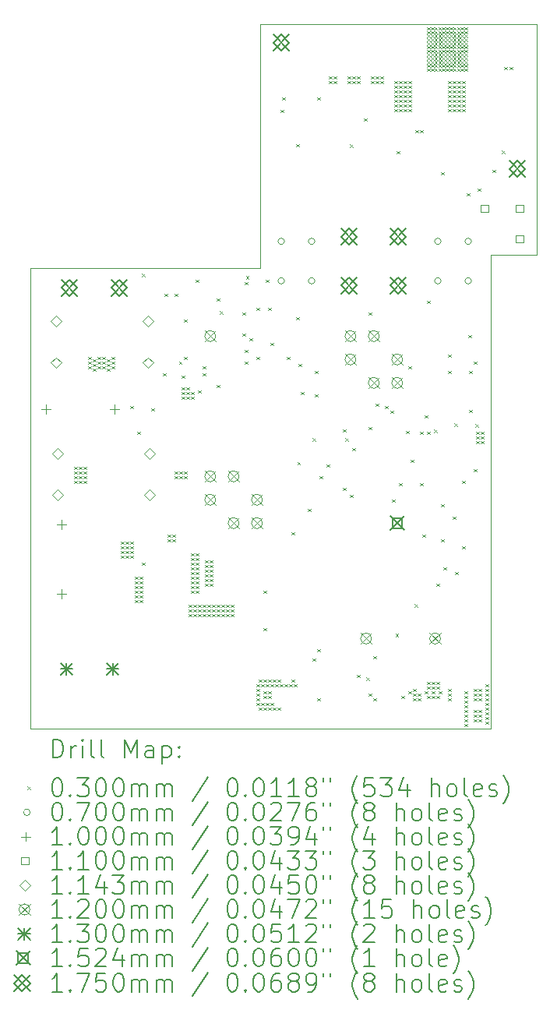
<source format=gbr>
%TF.GenerationSoftware,KiCad,Pcbnew,7.99.0-950-gc4668c1d3a-dirty*%
%TF.CreationDate,2023-06-21T04:14:03+08:00*%
%TF.ProjectId,LightningReed,4c696768-746e-4696-9e67-526565642e6b,rev?*%
%TF.SameCoordinates,Original*%
%TF.FileFunction,Drillmap*%
%TF.FilePolarity,Positive*%
%FSLAX45Y45*%
G04 Gerber Fmt 4.5, Leading zero omitted, Abs format (unit mm)*
G04 Created by KiCad (PCBNEW 7.99.0-950-gc4668c1d3a-dirty) date 2023-06-21 04:14:03*
%MOMM*%
%LPD*%
G01*
G04 APERTURE LIST*
%ADD10C,0.100000*%
%ADD11C,0.200000*%
%ADD12C,0.030000*%
%ADD13C,0.070000*%
%ADD14C,0.110000*%
%ADD15C,0.114300*%
%ADD16C,0.120000*%
%ADD17C,0.130000*%
%ADD18C,0.152400*%
%ADD19C,0.175000*%
G04 APERTURE END LIST*
D10*
X12500000Y-9850000D02*
X12500000Y-10000000D01*
X15000000Y-9850000D02*
X15000000Y-10000000D01*
X12500000Y-10000000D02*
X10000000Y-10000000D01*
X12500000Y-7350000D02*
X12500000Y-9850000D01*
X15500000Y-9850000D02*
X15500000Y-7350000D01*
X15500000Y-7350000D02*
X12500000Y-7350000D01*
X15000000Y-15000000D02*
X15000000Y-12250000D01*
X15000000Y-9850000D02*
X15500000Y-9850000D01*
X15000000Y-10000000D02*
X15000000Y-12250000D01*
X10000000Y-15000000D02*
X15000000Y-15000000D01*
X10000000Y-10000000D02*
X10000000Y-15000000D01*
D11*
D12*
X10475200Y-12151600D02*
X10505200Y-12181600D01*
X10505200Y-12151600D02*
X10475200Y-12181600D01*
X10475200Y-12202400D02*
X10505200Y-12232400D01*
X10505200Y-12202400D02*
X10475200Y-12232400D01*
X10475200Y-12253200D02*
X10505200Y-12283200D01*
X10505200Y-12253200D02*
X10475200Y-12283200D01*
X10475200Y-12304000D02*
X10505200Y-12334000D01*
X10505200Y-12304000D02*
X10475200Y-12334000D01*
X10526000Y-12151600D02*
X10556000Y-12181600D01*
X10556000Y-12151600D02*
X10526000Y-12181600D01*
X10526000Y-12202400D02*
X10556000Y-12232400D01*
X10556000Y-12202400D02*
X10526000Y-12232400D01*
X10526000Y-12253200D02*
X10556000Y-12283200D01*
X10556000Y-12253200D02*
X10526000Y-12283200D01*
X10526000Y-12304000D02*
X10556000Y-12334000D01*
X10556000Y-12304000D02*
X10526000Y-12334000D01*
X10576800Y-12151600D02*
X10606800Y-12181600D01*
X10606800Y-12151600D02*
X10576800Y-12181600D01*
X10576800Y-12202400D02*
X10606800Y-12232400D01*
X10606800Y-12202400D02*
X10576800Y-12232400D01*
X10576800Y-12253200D02*
X10606800Y-12283200D01*
X10606800Y-12253200D02*
X10576800Y-12283200D01*
X10576800Y-12304000D02*
X10606800Y-12334000D01*
X10606800Y-12304000D02*
X10576800Y-12334000D01*
X10627600Y-10957800D02*
X10657600Y-10987800D01*
X10657600Y-10957800D02*
X10627600Y-10987800D01*
X10627600Y-11008600D02*
X10657600Y-11038600D01*
X10657600Y-11008600D02*
X10627600Y-11038600D01*
X10627600Y-11059400D02*
X10657600Y-11089400D01*
X10657600Y-11059400D02*
X10627600Y-11089400D01*
X10678400Y-10983200D02*
X10708400Y-11013200D01*
X10708400Y-10983200D02*
X10678400Y-11013200D01*
X10678400Y-11034000D02*
X10708400Y-11064000D01*
X10708400Y-11034000D02*
X10678400Y-11064000D01*
X10678400Y-11084800D02*
X10708400Y-11114800D01*
X10708400Y-11084800D02*
X10678400Y-11114800D01*
X10729200Y-10957800D02*
X10759200Y-10987800D01*
X10759200Y-10957800D02*
X10729200Y-10987800D01*
X10729200Y-11008600D02*
X10759200Y-11038600D01*
X10759200Y-11008600D02*
X10729200Y-11038600D01*
X10729200Y-11059400D02*
X10759200Y-11089400D01*
X10759200Y-11059400D02*
X10729200Y-11089400D01*
X10780000Y-10957800D02*
X10810000Y-10987800D01*
X10810000Y-10957800D02*
X10780000Y-10987800D01*
X10780000Y-11008600D02*
X10810000Y-11038600D01*
X10810000Y-11008600D02*
X10780000Y-11038600D01*
X10780000Y-11059400D02*
X10810000Y-11089400D01*
X10810000Y-11059400D02*
X10780000Y-11089400D01*
X10830800Y-10983200D02*
X10860800Y-11013200D01*
X10860800Y-10983200D02*
X10830800Y-11013200D01*
X10830800Y-11034000D02*
X10860800Y-11064000D01*
X10860800Y-11034000D02*
X10830800Y-11064000D01*
X10830800Y-11084800D02*
X10860800Y-11114800D01*
X10860800Y-11084800D02*
X10830800Y-11114800D01*
X10881600Y-10957800D02*
X10911600Y-10987800D01*
X10911600Y-10957800D02*
X10881600Y-10987800D01*
X10881600Y-11008600D02*
X10911600Y-11038600D01*
X10911600Y-11008600D02*
X10881600Y-11038600D01*
X10881600Y-11059400D02*
X10911600Y-11089400D01*
X10911600Y-11059400D02*
X10881600Y-11089400D01*
X10983200Y-12964400D02*
X11013200Y-12994400D01*
X11013200Y-12964400D02*
X10983200Y-12994400D01*
X10983200Y-13015200D02*
X11013200Y-13045200D01*
X11013200Y-13015200D02*
X10983200Y-13045200D01*
X10983200Y-13066000D02*
X11013200Y-13096000D01*
X11013200Y-13066000D02*
X10983200Y-13096000D01*
X10983200Y-13116800D02*
X11013200Y-13146800D01*
X11013200Y-13116800D02*
X10983200Y-13146800D01*
X11034000Y-12964400D02*
X11064000Y-12994400D01*
X11064000Y-12964400D02*
X11034000Y-12994400D01*
X11034000Y-13015200D02*
X11064000Y-13045200D01*
X11064000Y-13015200D02*
X11034000Y-13045200D01*
X11034000Y-13066000D02*
X11064000Y-13096000D01*
X11064000Y-13066000D02*
X11034000Y-13096000D01*
X11034000Y-13116800D02*
X11064000Y-13146800D01*
X11064000Y-13116800D02*
X11034000Y-13146800D01*
X11084800Y-11491200D02*
X11114800Y-11521200D01*
X11114800Y-11491200D02*
X11084800Y-11521200D01*
X11084800Y-12964400D02*
X11114800Y-12994400D01*
X11114800Y-12964400D02*
X11084800Y-12994400D01*
X11084800Y-13015200D02*
X11114800Y-13045200D01*
X11114800Y-13015200D02*
X11084800Y-13045200D01*
X11084800Y-13066000D02*
X11114800Y-13096000D01*
X11114800Y-13066000D02*
X11084800Y-13096000D01*
X11084800Y-13116800D02*
X11114800Y-13146800D01*
X11114800Y-13116800D02*
X11084800Y-13146800D01*
X11135600Y-13345400D02*
X11165600Y-13375400D01*
X11165600Y-13345400D02*
X11135600Y-13375400D01*
X11135600Y-13396200D02*
X11165600Y-13426200D01*
X11165600Y-13396200D02*
X11135600Y-13426200D01*
X11135600Y-13447000D02*
X11165600Y-13477000D01*
X11165600Y-13447000D02*
X11135600Y-13477000D01*
X11135600Y-13497800D02*
X11165600Y-13527800D01*
X11165600Y-13497800D02*
X11135600Y-13527800D01*
X11135600Y-13548600D02*
X11165600Y-13578600D01*
X11165600Y-13548600D02*
X11135600Y-13578600D01*
X11135600Y-13599400D02*
X11165600Y-13629400D01*
X11165600Y-13599400D02*
X11135600Y-13629400D01*
X11161000Y-11770600D02*
X11191000Y-11800600D01*
X11191000Y-11770600D02*
X11161000Y-11800600D01*
X11186400Y-13345400D02*
X11216400Y-13375400D01*
X11216400Y-13345400D02*
X11186400Y-13375400D01*
X11186400Y-13396200D02*
X11216400Y-13426200D01*
X11216400Y-13396200D02*
X11186400Y-13426200D01*
X11186400Y-13447000D02*
X11216400Y-13477000D01*
X11216400Y-13447000D02*
X11186400Y-13477000D01*
X11186400Y-13497800D02*
X11216400Y-13527800D01*
X11216400Y-13497800D02*
X11186400Y-13527800D01*
X11186400Y-13548600D02*
X11216400Y-13578600D01*
X11216400Y-13548600D02*
X11186400Y-13578600D01*
X11186400Y-13599400D02*
X11216400Y-13629400D01*
X11216400Y-13599400D02*
X11186400Y-13629400D01*
X11211800Y-10059650D02*
X11241800Y-10089650D01*
X11241800Y-10059650D02*
X11211800Y-10089650D01*
X11211800Y-13193000D02*
X11241800Y-13223000D01*
X11241800Y-13193000D02*
X11211800Y-13223000D01*
X11314720Y-11516600D02*
X11344720Y-11546600D01*
X11344720Y-11516600D02*
X11314720Y-11546600D01*
X11440400Y-11135600D02*
X11470400Y-11165600D01*
X11470400Y-11135600D02*
X11440400Y-11165600D01*
X11459200Y-10272000D02*
X11489200Y-10302000D01*
X11489200Y-10272000D02*
X11459200Y-10302000D01*
X11491200Y-12888200D02*
X11521200Y-12918200D01*
X11521200Y-12888200D02*
X11491200Y-12918200D01*
X11491200Y-12939000D02*
X11521200Y-12969000D01*
X11521200Y-12939000D02*
X11491200Y-12969000D01*
X11542000Y-12888200D02*
X11572000Y-12918200D01*
X11572000Y-12888200D02*
X11542000Y-12918200D01*
X11542000Y-12939000D02*
X11572000Y-12969000D01*
X11572000Y-12939000D02*
X11542000Y-12969000D01*
X11567400Y-10272000D02*
X11597400Y-10302000D01*
X11597400Y-10272000D02*
X11567400Y-10302000D01*
X11567400Y-12202400D02*
X11597400Y-12232400D01*
X11597400Y-12202400D02*
X11567400Y-12232400D01*
X11567400Y-12253200D02*
X11597400Y-12283200D01*
X11597400Y-12253200D02*
X11567400Y-12283200D01*
X11615700Y-11008600D02*
X11645700Y-11038600D01*
X11645700Y-11008600D02*
X11615700Y-11038600D01*
X11618200Y-12202400D02*
X11648200Y-12232400D01*
X11648200Y-12202400D02*
X11618200Y-12232400D01*
X11618200Y-12253200D02*
X11648200Y-12283200D01*
X11648200Y-12253200D02*
X11618200Y-12283200D01*
X11643600Y-11161000D02*
X11673600Y-11191000D01*
X11673600Y-11161000D02*
X11643600Y-11191000D01*
X11643600Y-11288000D02*
X11673600Y-11318000D01*
X11673600Y-11288000D02*
X11643600Y-11318000D01*
X11643600Y-11338800D02*
X11673600Y-11368800D01*
X11673600Y-11338800D02*
X11643600Y-11368800D01*
X11643600Y-11389600D02*
X11673600Y-11419600D01*
X11673600Y-11389600D02*
X11643600Y-11419600D01*
X11669000Y-10551400D02*
X11699000Y-10581400D01*
X11699000Y-10551400D02*
X11669000Y-10581400D01*
X11669000Y-10957800D02*
X11699000Y-10987800D01*
X11699000Y-10957800D02*
X11669000Y-10987800D01*
X11669000Y-12202400D02*
X11699000Y-12232400D01*
X11699000Y-12202400D02*
X11669000Y-12232400D01*
X11669000Y-12253200D02*
X11699000Y-12283200D01*
X11699000Y-12253200D02*
X11669000Y-12283200D01*
X11694400Y-11288000D02*
X11724400Y-11318000D01*
X11724400Y-11288000D02*
X11694400Y-11318000D01*
X11694400Y-11338800D02*
X11724400Y-11368800D01*
X11724400Y-11338800D02*
X11694400Y-11368800D01*
X11694400Y-11389600D02*
X11724400Y-11419600D01*
X11724400Y-11389600D02*
X11694400Y-11419600D01*
X11719800Y-13650200D02*
X11749800Y-13680200D01*
X11749800Y-13650200D02*
X11719800Y-13680200D01*
X11719800Y-13701000D02*
X11749800Y-13731000D01*
X11749800Y-13701000D02*
X11719800Y-13731000D01*
X11719800Y-13751800D02*
X11749800Y-13781800D01*
X11749800Y-13751800D02*
X11719800Y-13781800D01*
X11745200Y-11338800D02*
X11775200Y-11368800D01*
X11775200Y-11338800D02*
X11745200Y-11368800D01*
X11745200Y-11389600D02*
X11775200Y-11419600D01*
X11775200Y-11389600D02*
X11745200Y-11419600D01*
X11745200Y-13091400D02*
X11775200Y-13121400D01*
X11775200Y-13091400D02*
X11745200Y-13121400D01*
X11745200Y-13142200D02*
X11775200Y-13172200D01*
X11775200Y-13142200D02*
X11745200Y-13172200D01*
X11745200Y-13193000D02*
X11775200Y-13223000D01*
X11775200Y-13193000D02*
X11745200Y-13223000D01*
X11745200Y-13243800D02*
X11775200Y-13273800D01*
X11775200Y-13243800D02*
X11745200Y-13273800D01*
X11745200Y-13294600D02*
X11775200Y-13324600D01*
X11775200Y-13294600D02*
X11745200Y-13324600D01*
X11745200Y-13345400D02*
X11775200Y-13375400D01*
X11775200Y-13345400D02*
X11745200Y-13375400D01*
X11745200Y-13396200D02*
X11775200Y-13426200D01*
X11775200Y-13396200D02*
X11745200Y-13426200D01*
X11745200Y-13447000D02*
X11775200Y-13477000D01*
X11775200Y-13447000D02*
X11745200Y-13477000D01*
X11745200Y-13497800D02*
X11775200Y-13527800D01*
X11775200Y-13497800D02*
X11745200Y-13527800D01*
X11770600Y-13650200D02*
X11800600Y-13680200D01*
X11800600Y-13650200D02*
X11770600Y-13680200D01*
X11770600Y-13701000D02*
X11800600Y-13731000D01*
X11800600Y-13701000D02*
X11770600Y-13731000D01*
X11770600Y-13751800D02*
X11800600Y-13781800D01*
X11800600Y-13751800D02*
X11770600Y-13781800D01*
X11796000Y-10119600D02*
X11826000Y-10149600D01*
X11826000Y-10119600D02*
X11796000Y-10149600D01*
X11796000Y-13091400D02*
X11826000Y-13121400D01*
X11826000Y-13091400D02*
X11796000Y-13121400D01*
X11796000Y-13142200D02*
X11826000Y-13172200D01*
X11826000Y-13142200D02*
X11796000Y-13172200D01*
X11796000Y-13193000D02*
X11826000Y-13223000D01*
X11826000Y-13193000D02*
X11796000Y-13223000D01*
X11796000Y-13243800D02*
X11826000Y-13273800D01*
X11826000Y-13243800D02*
X11796000Y-13273800D01*
X11796000Y-13294600D02*
X11826000Y-13324600D01*
X11826000Y-13294600D02*
X11796000Y-13324600D01*
X11796000Y-13345400D02*
X11826000Y-13375400D01*
X11826000Y-13345400D02*
X11796000Y-13375400D01*
X11796000Y-13396200D02*
X11826000Y-13426200D01*
X11826000Y-13396200D02*
X11796000Y-13426200D01*
X11796000Y-13447000D02*
X11826000Y-13477000D01*
X11826000Y-13447000D02*
X11796000Y-13477000D01*
X11796000Y-13497800D02*
X11826000Y-13527800D01*
X11826000Y-13497800D02*
X11796000Y-13527800D01*
X11821400Y-11322550D02*
X11851400Y-11352550D01*
X11851400Y-11322550D02*
X11821400Y-11352550D01*
X11821400Y-13650200D02*
X11851400Y-13680200D01*
X11851400Y-13650200D02*
X11821400Y-13680200D01*
X11821400Y-13701000D02*
X11851400Y-13731000D01*
X11851400Y-13701000D02*
X11821400Y-13731000D01*
X11821400Y-13751800D02*
X11851400Y-13781800D01*
X11851400Y-13751800D02*
X11821400Y-13781800D01*
X11872200Y-11059400D02*
X11902200Y-11089400D01*
X11902200Y-11059400D02*
X11872200Y-11089400D01*
X11872200Y-11135600D02*
X11902200Y-11165600D01*
X11902200Y-11135600D02*
X11872200Y-11165600D01*
X11872200Y-13650200D02*
X11902200Y-13680200D01*
X11902200Y-13650200D02*
X11872200Y-13680200D01*
X11872200Y-13701000D02*
X11902200Y-13731000D01*
X11902200Y-13701000D02*
X11872200Y-13731000D01*
X11872200Y-13751800D02*
X11902200Y-13781800D01*
X11902200Y-13751800D02*
X11872200Y-13781800D01*
X11897600Y-13167600D02*
X11927600Y-13197600D01*
X11927600Y-13167600D02*
X11897600Y-13197600D01*
X11897600Y-13218400D02*
X11927600Y-13248400D01*
X11927600Y-13218400D02*
X11897600Y-13248400D01*
X11897600Y-13269200D02*
X11927600Y-13299200D01*
X11927600Y-13269200D02*
X11897600Y-13299200D01*
X11897600Y-13320000D02*
X11927600Y-13350000D01*
X11927600Y-13320000D02*
X11897600Y-13350000D01*
X11897600Y-13370800D02*
X11927600Y-13400800D01*
X11927600Y-13370800D02*
X11897600Y-13400800D01*
X11897600Y-13421600D02*
X11927600Y-13451600D01*
X11927600Y-13421600D02*
X11897600Y-13451600D01*
X11923000Y-13650200D02*
X11953000Y-13680200D01*
X11953000Y-13650200D02*
X11923000Y-13680200D01*
X11923000Y-13701000D02*
X11953000Y-13731000D01*
X11953000Y-13701000D02*
X11923000Y-13731000D01*
X11923000Y-13751800D02*
X11953000Y-13781800D01*
X11953000Y-13751800D02*
X11923000Y-13781800D01*
X11948400Y-13167600D02*
X11978400Y-13197600D01*
X11978400Y-13167600D02*
X11948400Y-13197600D01*
X11948400Y-13218400D02*
X11978400Y-13248400D01*
X11978400Y-13218400D02*
X11948400Y-13248400D01*
X11948400Y-13269200D02*
X11978400Y-13299200D01*
X11978400Y-13269200D02*
X11948400Y-13299200D01*
X11948400Y-13320000D02*
X11978400Y-13350000D01*
X11978400Y-13320000D02*
X11948400Y-13350000D01*
X11948400Y-13370800D02*
X11978400Y-13400800D01*
X11978400Y-13370800D02*
X11948400Y-13400800D01*
X11948400Y-13421600D02*
X11978400Y-13451600D01*
X11978400Y-13421600D02*
X11948400Y-13451600D01*
X11973800Y-13650200D02*
X12003800Y-13680200D01*
X12003800Y-13650200D02*
X11973800Y-13680200D01*
X11973800Y-13701000D02*
X12003800Y-13731000D01*
X12003800Y-13701000D02*
X11973800Y-13731000D01*
X11973800Y-13751800D02*
X12003800Y-13781800D01*
X12003800Y-13751800D02*
X11973800Y-13781800D01*
X12024600Y-10322800D02*
X12054600Y-10352800D01*
X12054600Y-10322800D02*
X12024600Y-10352800D01*
X12024600Y-11262600D02*
X12054600Y-11292600D01*
X12054600Y-11262600D02*
X12024600Y-11292600D01*
X12024600Y-13650200D02*
X12054600Y-13680200D01*
X12054600Y-13650200D02*
X12024600Y-13680200D01*
X12024600Y-13701000D02*
X12054600Y-13731000D01*
X12054600Y-13701000D02*
X12024600Y-13731000D01*
X12024600Y-13751800D02*
X12054600Y-13781800D01*
X12054600Y-13751800D02*
X12024600Y-13781800D01*
X12059111Y-10462830D02*
X12089111Y-10492830D01*
X12089111Y-10462830D02*
X12059111Y-10492830D01*
X12075400Y-13650200D02*
X12105400Y-13680200D01*
X12105400Y-13650200D02*
X12075400Y-13680200D01*
X12075400Y-13701000D02*
X12105400Y-13731000D01*
X12105400Y-13701000D02*
X12075400Y-13731000D01*
X12075400Y-13751800D02*
X12105400Y-13781800D01*
X12105400Y-13751800D02*
X12075400Y-13781800D01*
X12126200Y-13650200D02*
X12156200Y-13680200D01*
X12156200Y-13650200D02*
X12126200Y-13680200D01*
X12126200Y-13701000D02*
X12156200Y-13731000D01*
X12156200Y-13701000D02*
X12126200Y-13731000D01*
X12126200Y-13751800D02*
X12156200Y-13781800D01*
X12156200Y-13751800D02*
X12126200Y-13781800D01*
X12177000Y-13650200D02*
X12207000Y-13680200D01*
X12207000Y-13650200D02*
X12177000Y-13680200D01*
X12177000Y-13701000D02*
X12207000Y-13731000D01*
X12207000Y-13701000D02*
X12177000Y-13731000D01*
X12177000Y-13751800D02*
X12207000Y-13781800D01*
X12207000Y-13751800D02*
X12177000Y-13781800D01*
X12304000Y-10475200D02*
X12334000Y-10505200D01*
X12334000Y-10475200D02*
X12304000Y-10505200D01*
X12304000Y-10703800D02*
X12334000Y-10733800D01*
X12334000Y-10703800D02*
X12304000Y-10733800D01*
X12329400Y-10145000D02*
X12359400Y-10175000D01*
X12359400Y-10145000D02*
X12329400Y-10175000D01*
X12329400Y-10881600D02*
X12359400Y-10911600D01*
X12359400Y-10881600D02*
X12329400Y-10911600D01*
X12329400Y-11008600D02*
X12359400Y-11038600D01*
X12359400Y-11008600D02*
X12329400Y-11038600D01*
X12342100Y-10081500D02*
X12372100Y-10111500D01*
X12372100Y-10081500D02*
X12342100Y-10111500D01*
X12380200Y-10754600D02*
X12410200Y-10784600D01*
X12410200Y-10754600D02*
X12380200Y-10784600D01*
X12456400Y-10424400D02*
X12486400Y-10454400D01*
X12486400Y-10424400D02*
X12456400Y-10454400D01*
X12456400Y-10957800D02*
X12486400Y-10987800D01*
X12486400Y-10957800D02*
X12456400Y-10987800D01*
X12456400Y-14513800D02*
X12486400Y-14543800D01*
X12486400Y-14513800D02*
X12456400Y-14543800D01*
X12456400Y-14564600D02*
X12486400Y-14594600D01*
X12486400Y-14564600D02*
X12456400Y-14594600D01*
X12456400Y-14615400D02*
X12486400Y-14645400D01*
X12486400Y-14615400D02*
X12456400Y-14645400D01*
X12456400Y-14666200D02*
X12486400Y-14696200D01*
X12486400Y-14666200D02*
X12456400Y-14696200D01*
X12456400Y-14717000D02*
X12486400Y-14747000D01*
X12486400Y-14717000D02*
X12456400Y-14747000D01*
X12481800Y-14463000D02*
X12511800Y-14493000D01*
X12511800Y-14463000D02*
X12481800Y-14493000D01*
X12481800Y-14767800D02*
X12511800Y-14797800D01*
X12511800Y-14767800D02*
X12481800Y-14797800D01*
X12507200Y-14513800D02*
X12537200Y-14543800D01*
X12537200Y-14513800D02*
X12507200Y-14543800D01*
X12507200Y-14717000D02*
X12537200Y-14747000D01*
X12537200Y-14717000D02*
X12507200Y-14747000D01*
X12532600Y-13497800D02*
X12562600Y-13527800D01*
X12562600Y-13497800D02*
X12532600Y-13527800D01*
X12532600Y-13904200D02*
X12562600Y-13934200D01*
X12562600Y-13904200D02*
X12532600Y-13934200D01*
X12532600Y-14463000D02*
X12562600Y-14493000D01*
X12562600Y-14463000D02*
X12532600Y-14493000D01*
X12532600Y-14590000D02*
X12562600Y-14620000D01*
X12562600Y-14590000D02*
X12532600Y-14620000D01*
X12532600Y-14640800D02*
X12562600Y-14670800D01*
X12562600Y-14640800D02*
X12532600Y-14670800D01*
X12532600Y-14767800D02*
X12562600Y-14797800D01*
X12562600Y-14767800D02*
X12532600Y-14797800D01*
X12558000Y-10119600D02*
X12588000Y-10149600D01*
X12588000Y-10119600D02*
X12558000Y-10149600D01*
X12558000Y-14513800D02*
X12588000Y-14543800D01*
X12588000Y-14513800D02*
X12558000Y-14543800D01*
X12558000Y-14717000D02*
X12588000Y-14747000D01*
X12588000Y-14717000D02*
X12558000Y-14747000D01*
X12583400Y-10424400D02*
X12613400Y-10454400D01*
X12613400Y-10424400D02*
X12583400Y-10454400D01*
X12583400Y-14463000D02*
X12613400Y-14493000D01*
X12613400Y-14463000D02*
X12583400Y-14493000D01*
X12583400Y-14590000D02*
X12613400Y-14620000D01*
X12613400Y-14590000D02*
X12583400Y-14620000D01*
X12583400Y-14640800D02*
X12613400Y-14670800D01*
X12613400Y-14640800D02*
X12583400Y-14670800D01*
X12583400Y-14767800D02*
X12613400Y-14797800D01*
X12613400Y-14767800D02*
X12583400Y-14797800D01*
X12608800Y-10805400D02*
X12638800Y-10835400D01*
X12638800Y-10805400D02*
X12608800Y-10835400D01*
X12608800Y-14513800D02*
X12638800Y-14543800D01*
X12638800Y-14513800D02*
X12608800Y-14543800D01*
X12608800Y-14717000D02*
X12638800Y-14747000D01*
X12638800Y-14717000D02*
X12608800Y-14747000D01*
X12634200Y-14463000D02*
X12664200Y-14493000D01*
X12664200Y-14463000D02*
X12634200Y-14493000D01*
X12634200Y-14767800D02*
X12664200Y-14797800D01*
X12664200Y-14767800D02*
X12634200Y-14797800D01*
X12659600Y-14513800D02*
X12689600Y-14543800D01*
X12689600Y-14513800D02*
X12659600Y-14543800D01*
X12685000Y-14463000D02*
X12715000Y-14493000D01*
X12715000Y-14463000D02*
X12685000Y-14493000D01*
X12685000Y-14767800D02*
X12715000Y-14797800D01*
X12715000Y-14767800D02*
X12685000Y-14797800D01*
X12710400Y-14513800D02*
X12740400Y-14543800D01*
X12740400Y-14513800D02*
X12710400Y-14543800D01*
X12718124Y-8276451D02*
X12748124Y-8306451D01*
X12748124Y-8276451D02*
X12718124Y-8306451D01*
X12735800Y-8140800D02*
X12765800Y-8170800D01*
X12765800Y-8140800D02*
X12735800Y-8170800D01*
X12761200Y-14513800D02*
X12791200Y-14543800D01*
X12791200Y-14513800D02*
X12761200Y-14543800D01*
X12786600Y-10957800D02*
X12816600Y-10987800D01*
X12816600Y-10957800D02*
X12786600Y-10987800D01*
X12812000Y-14513800D02*
X12842000Y-14543800D01*
X12842000Y-14513800D02*
X12812000Y-14543800D01*
X12837400Y-12862800D02*
X12867400Y-12892800D01*
X12867400Y-12862800D02*
X12837400Y-12892800D01*
X12837400Y-14463000D02*
X12867400Y-14493000D01*
X12867400Y-14463000D02*
X12837400Y-14493000D01*
X12862800Y-14513800D02*
X12892800Y-14543800D01*
X12892800Y-14513800D02*
X12862800Y-14543800D01*
X12888200Y-8648800D02*
X12918200Y-8678800D01*
X12918200Y-8648800D02*
X12888200Y-8678800D01*
X12888200Y-10526000D02*
X12918200Y-10556000D01*
X12918200Y-10526000D02*
X12888200Y-10556000D01*
X12900100Y-12100800D02*
X12930100Y-12130800D01*
X12930100Y-12100800D02*
X12900100Y-12130800D01*
X12913600Y-11034000D02*
X12943600Y-11064000D01*
X12943600Y-11034000D02*
X12913600Y-11064000D01*
X12939000Y-11338800D02*
X12969000Y-11368800D01*
X12969000Y-11338800D02*
X12939000Y-11368800D01*
X13015200Y-12608800D02*
X13045200Y-12638800D01*
X13045200Y-12608800D02*
X13015200Y-12638800D01*
X13066000Y-11841900D02*
X13096000Y-11871900D01*
X13096000Y-11841900D02*
X13066000Y-11871900D01*
X13066000Y-14234400D02*
X13096000Y-14264400D01*
X13096000Y-14234400D02*
X13066000Y-14264400D01*
X13091400Y-11110200D02*
X13121400Y-11140200D01*
X13121400Y-11110200D02*
X13091400Y-11140200D01*
X13091400Y-11364200D02*
X13121400Y-11394200D01*
X13121400Y-11364200D02*
X13091400Y-11394200D01*
X13116800Y-8140800D02*
X13146800Y-8170800D01*
X13146800Y-8140800D02*
X13116800Y-8170800D01*
X13116800Y-14132800D02*
X13146800Y-14162800D01*
X13146800Y-14132800D02*
X13116800Y-14162800D01*
X13116800Y-14667500D02*
X13146800Y-14697500D01*
X13146800Y-14667500D02*
X13116800Y-14697500D01*
X13142200Y-12253200D02*
X13172200Y-12283200D01*
X13172200Y-12253200D02*
X13142200Y-12283200D01*
X13218400Y-12126200D02*
X13248400Y-12156200D01*
X13248400Y-12126200D02*
X13218400Y-12156200D01*
X13243800Y-7912200D02*
X13273800Y-7942200D01*
X13273800Y-7912200D02*
X13243800Y-7942200D01*
X13243800Y-7963000D02*
X13273800Y-7993000D01*
X13273800Y-7963000D02*
X13243800Y-7993000D01*
X13294600Y-7912200D02*
X13324600Y-7942200D01*
X13324600Y-7912200D02*
X13294600Y-7942200D01*
X13294600Y-7963000D02*
X13324600Y-7993000D01*
X13324600Y-7963000D02*
X13294600Y-7993000D01*
X13396200Y-11745200D02*
X13426200Y-11775200D01*
X13426200Y-11745200D02*
X13396200Y-11775200D01*
X13396200Y-12380200D02*
X13426200Y-12410200D01*
X13426200Y-12380200D02*
X13396200Y-12410200D01*
X13421600Y-11841900D02*
X13451600Y-11871900D01*
X13451600Y-11841900D02*
X13421600Y-11871900D01*
X13447000Y-7912200D02*
X13477000Y-7942200D01*
X13477000Y-7912200D02*
X13447000Y-7942200D01*
X13447000Y-7963000D02*
X13477000Y-7993000D01*
X13477000Y-7963000D02*
X13447000Y-7993000D01*
X13472400Y-8653930D02*
X13502400Y-8683930D01*
X13502400Y-8653930D02*
X13472400Y-8683930D01*
X13472400Y-12456400D02*
X13502400Y-12486400D01*
X13502400Y-12456400D02*
X13472400Y-12486400D01*
X13497800Y-7912200D02*
X13527800Y-7942200D01*
X13527800Y-7912200D02*
X13497800Y-7942200D01*
X13497800Y-7963000D02*
X13527800Y-7993000D01*
X13527800Y-7963000D02*
X13497800Y-7993000D01*
X13497800Y-11948400D02*
X13527800Y-11978400D01*
X13527800Y-11948400D02*
X13497800Y-11978400D01*
X13548600Y-7912200D02*
X13578600Y-7942200D01*
X13578600Y-7912200D02*
X13548600Y-7942200D01*
X13548600Y-7963000D02*
X13578600Y-7993000D01*
X13578600Y-7963000D02*
X13548600Y-7993000D01*
X13548600Y-14412200D02*
X13578600Y-14442200D01*
X13578600Y-14412200D02*
X13548600Y-14442200D01*
X13624800Y-8369400D02*
X13654800Y-8399400D01*
X13654800Y-8369400D02*
X13624800Y-8399400D01*
X13650200Y-14445530D02*
X13680200Y-14475530D01*
X13680200Y-14445530D02*
X13650200Y-14475530D01*
X13675600Y-10475200D02*
X13705600Y-10505200D01*
X13705600Y-10475200D02*
X13675600Y-10505200D01*
X13675600Y-11719800D02*
X13705600Y-11749800D01*
X13705600Y-11719800D02*
X13675600Y-11749800D01*
X13675600Y-14615400D02*
X13705600Y-14645400D01*
X13705600Y-14615400D02*
X13675600Y-14645400D01*
X13701000Y-7912200D02*
X13731000Y-7942200D01*
X13731000Y-7912200D02*
X13701000Y-7942200D01*
X13701000Y-7963000D02*
X13731000Y-7993000D01*
X13731000Y-7963000D02*
X13701000Y-7993000D01*
X13725951Y-14666202D02*
X13755951Y-14696202D01*
X13755951Y-14666202D02*
X13725951Y-14696202D01*
X13726400Y-14209000D02*
X13756400Y-14239000D01*
X13756400Y-14209000D02*
X13726400Y-14239000D01*
X13751800Y-7912200D02*
X13781800Y-7942200D01*
X13781800Y-7912200D02*
X13751800Y-7942200D01*
X13751800Y-7963000D02*
X13781800Y-7993000D01*
X13781800Y-7963000D02*
X13751800Y-7993000D01*
X13751800Y-11465800D02*
X13781800Y-11495800D01*
X13781800Y-11465800D02*
X13751800Y-11495800D01*
X13802600Y-7912200D02*
X13832600Y-7942200D01*
X13832600Y-7912200D02*
X13802600Y-7942200D01*
X13802600Y-7963000D02*
X13832600Y-7993000D01*
X13832600Y-7963000D02*
X13802600Y-7993000D01*
X13853400Y-11491200D02*
X13883400Y-11521200D01*
X13883400Y-11491200D02*
X13853400Y-11521200D01*
X13911920Y-11542000D02*
X13941920Y-11572000D01*
X13941920Y-11542000D02*
X13911920Y-11572000D01*
X13929600Y-12507200D02*
X13959600Y-12537200D01*
X13959600Y-12507200D02*
X13929600Y-12537200D01*
X13955000Y-7963000D02*
X13985000Y-7993000D01*
X13985000Y-7963000D02*
X13955000Y-7993000D01*
X13955000Y-8013800D02*
X13985000Y-8043800D01*
X13985000Y-8013800D02*
X13955000Y-8043800D01*
X13955000Y-8064600D02*
X13985000Y-8094600D01*
X13985000Y-8064600D02*
X13955000Y-8094600D01*
X13955000Y-8115400D02*
X13985000Y-8145400D01*
X13985000Y-8115400D02*
X13955000Y-8145400D01*
X13955000Y-8166200D02*
X13985000Y-8196200D01*
X13985000Y-8166200D02*
X13955000Y-8196200D01*
X13955000Y-8217000D02*
X13985000Y-8247000D01*
X13985000Y-8217000D02*
X13955000Y-8247000D01*
X13955000Y-8267800D02*
X13985000Y-8297800D01*
X13985000Y-8267800D02*
X13955000Y-8297800D01*
X13967700Y-13967700D02*
X13997700Y-13997700D01*
X13997700Y-13967700D02*
X13967700Y-13997700D01*
X13980400Y-8725000D02*
X14010400Y-8755000D01*
X14010400Y-8725000D02*
X13980400Y-8755000D01*
X14005800Y-7963000D02*
X14035800Y-7993000D01*
X14035800Y-7963000D02*
X14005800Y-7993000D01*
X14005800Y-8013800D02*
X14035800Y-8043800D01*
X14035800Y-8013800D02*
X14005800Y-8043800D01*
X14005800Y-8064600D02*
X14035800Y-8094600D01*
X14035800Y-8064600D02*
X14005800Y-8094600D01*
X14005800Y-8115400D02*
X14035800Y-8145400D01*
X14035800Y-8115400D02*
X14005800Y-8145400D01*
X14005800Y-8166200D02*
X14035800Y-8196200D01*
X14035800Y-8166200D02*
X14005800Y-8196200D01*
X14005800Y-8217000D02*
X14035800Y-8247000D01*
X14035800Y-8217000D02*
X14005800Y-8247000D01*
X14005800Y-8267800D02*
X14035800Y-8297800D01*
X14035800Y-8267800D02*
X14005800Y-8297800D01*
X14005800Y-12329400D02*
X14035800Y-12359400D01*
X14035800Y-12329400D02*
X14005800Y-12359400D01*
X14031200Y-14640800D02*
X14061200Y-14670800D01*
X14061200Y-14640800D02*
X14031200Y-14670800D01*
X14056600Y-7963000D02*
X14086600Y-7993000D01*
X14086600Y-7963000D02*
X14056600Y-7993000D01*
X14056600Y-8013800D02*
X14086600Y-8043800D01*
X14086600Y-8013800D02*
X14056600Y-8043800D01*
X14056600Y-8064600D02*
X14086600Y-8094600D01*
X14086600Y-8064600D02*
X14056600Y-8094600D01*
X14056600Y-8115400D02*
X14086600Y-8145400D01*
X14086600Y-8115400D02*
X14056600Y-8145400D01*
X14056600Y-8166200D02*
X14086600Y-8196200D01*
X14086600Y-8166200D02*
X14056600Y-8196200D01*
X14056600Y-8217000D02*
X14086600Y-8247000D01*
X14086600Y-8217000D02*
X14056600Y-8247000D01*
X14056600Y-8267800D02*
X14086600Y-8297800D01*
X14086600Y-8267800D02*
X14056600Y-8297800D01*
X14082000Y-11762670D02*
X14112000Y-11792670D01*
X14112000Y-11762670D02*
X14082000Y-11792670D01*
X14107400Y-7963000D02*
X14137400Y-7993000D01*
X14137400Y-7963000D02*
X14107400Y-7993000D01*
X14107400Y-8013800D02*
X14137400Y-8043800D01*
X14137400Y-8013800D02*
X14107400Y-8043800D01*
X14107400Y-8064600D02*
X14137400Y-8094600D01*
X14137400Y-8064600D02*
X14107400Y-8094600D01*
X14107400Y-8115400D02*
X14137400Y-8145400D01*
X14137400Y-8115400D02*
X14107400Y-8145400D01*
X14107400Y-8166200D02*
X14137400Y-8196200D01*
X14137400Y-8166200D02*
X14107400Y-8196200D01*
X14107400Y-8217000D02*
X14137400Y-8247000D01*
X14137400Y-8217000D02*
X14107400Y-8247000D01*
X14107400Y-8267800D02*
X14137400Y-8297800D01*
X14137400Y-8267800D02*
X14107400Y-8297800D01*
X14107400Y-11059400D02*
X14137400Y-11089400D01*
X14137400Y-11059400D02*
X14107400Y-11089400D01*
X14107400Y-14590000D02*
X14137400Y-14620000D01*
X14137400Y-14590000D02*
X14107400Y-14620000D01*
X14132800Y-12075400D02*
X14162800Y-12105400D01*
X14162800Y-12075400D02*
X14132800Y-12105400D01*
X14158200Y-14564600D02*
X14188200Y-14594600D01*
X14188200Y-14564600D02*
X14158200Y-14594600D01*
X14158200Y-14615400D02*
X14188200Y-14645400D01*
X14188200Y-14615400D02*
X14158200Y-14645400D01*
X14158200Y-14666200D02*
X14188200Y-14696200D01*
X14188200Y-14666200D02*
X14158200Y-14696200D01*
X14175191Y-13649458D02*
X14205191Y-13679458D01*
X14205191Y-13649458D02*
X14175191Y-13679458D01*
X14183600Y-8496400D02*
X14213600Y-8526400D01*
X14213600Y-8496400D02*
X14183600Y-8526400D01*
X14209000Y-14615400D02*
X14239000Y-14645400D01*
X14239000Y-14615400D02*
X14209000Y-14645400D01*
X14209000Y-14666200D02*
X14239000Y-14696200D01*
X14239000Y-14666200D02*
X14209000Y-14696200D01*
X14234400Y-8496400D02*
X14264400Y-8526400D01*
X14264400Y-8496400D02*
X14234400Y-8526400D01*
X14234400Y-11773450D02*
X14264400Y-11803450D01*
X14264400Y-11773450D02*
X14234400Y-11803450D01*
X14234400Y-12329400D02*
X14264400Y-12359400D01*
X14264400Y-12329400D02*
X14234400Y-12359400D01*
X14259800Y-12888200D02*
X14289800Y-12918200D01*
X14289800Y-12888200D02*
X14259800Y-12918200D01*
X14285200Y-11592800D02*
X14315200Y-11622800D01*
X14315200Y-11592800D02*
X14285200Y-11622800D01*
X14285200Y-14590000D02*
X14315200Y-14620000D01*
X14315200Y-14590000D02*
X14285200Y-14620000D01*
X14310600Y-7378800D02*
X14340600Y-7408800D01*
X14340600Y-7378800D02*
X14310600Y-7408800D01*
X14310600Y-7419440D02*
X14340600Y-7449440D01*
X14340600Y-7419440D02*
X14310600Y-7449440D01*
X14310600Y-7460080D02*
X14340600Y-7490080D01*
X14340600Y-7460080D02*
X14310600Y-7490080D01*
X14310600Y-7500720D02*
X14340600Y-7530720D01*
X14340600Y-7500720D02*
X14310600Y-7530720D01*
X14310600Y-7541360D02*
X14340600Y-7571360D01*
X14340600Y-7541360D02*
X14310600Y-7571360D01*
X14310600Y-7582000D02*
X14340600Y-7612000D01*
X14340600Y-7582000D02*
X14310600Y-7612000D01*
X14310600Y-7622640D02*
X14340600Y-7652640D01*
X14340600Y-7622640D02*
X14310600Y-7652640D01*
X14310600Y-7663280D02*
X14340600Y-7693280D01*
X14340600Y-7663280D02*
X14310600Y-7693280D01*
X14310600Y-7703920D02*
X14340600Y-7733920D01*
X14340600Y-7703920D02*
X14310600Y-7733920D01*
X14310600Y-7744560D02*
X14340600Y-7774560D01*
X14340600Y-7744560D02*
X14310600Y-7774560D01*
X14310600Y-7785200D02*
X14340600Y-7815200D01*
X14340600Y-7785200D02*
X14310600Y-7815200D01*
X14310600Y-7825840D02*
X14340600Y-7855840D01*
X14340600Y-7825840D02*
X14310600Y-7855840D01*
X14310600Y-10348200D02*
X14340600Y-10378200D01*
X14340600Y-10348200D02*
X14310600Y-10378200D01*
X14310600Y-11770600D02*
X14340600Y-11800600D01*
X14340600Y-11770600D02*
X14310600Y-11800600D01*
X14310600Y-14488400D02*
X14340600Y-14518400D01*
X14340600Y-14488400D02*
X14310600Y-14518400D01*
X14310600Y-14539200D02*
X14340600Y-14569200D01*
X14340600Y-14539200D02*
X14310600Y-14569200D01*
X14310600Y-14640800D02*
X14340600Y-14670800D01*
X14340600Y-14640800D02*
X14310600Y-14670800D01*
X14351240Y-7378800D02*
X14381240Y-7408800D01*
X14381240Y-7378800D02*
X14351240Y-7408800D01*
X14351240Y-7419440D02*
X14381240Y-7449440D01*
X14381240Y-7419440D02*
X14351240Y-7449440D01*
X14351240Y-7460080D02*
X14381240Y-7490080D01*
X14381240Y-7460080D02*
X14351240Y-7490080D01*
X14351240Y-7500720D02*
X14381240Y-7530720D01*
X14381240Y-7500720D02*
X14351240Y-7530720D01*
X14351240Y-7541360D02*
X14381240Y-7571360D01*
X14381240Y-7541360D02*
X14351240Y-7571360D01*
X14351240Y-7582000D02*
X14381240Y-7612000D01*
X14381240Y-7582000D02*
X14351240Y-7612000D01*
X14351240Y-7622640D02*
X14381240Y-7652640D01*
X14381240Y-7622640D02*
X14351240Y-7652640D01*
X14351240Y-7663280D02*
X14381240Y-7693280D01*
X14381240Y-7663280D02*
X14351240Y-7693280D01*
X14351240Y-7703920D02*
X14381240Y-7733920D01*
X14381240Y-7703920D02*
X14351240Y-7733920D01*
X14351240Y-7744560D02*
X14381240Y-7774560D01*
X14381240Y-7744560D02*
X14351240Y-7774560D01*
X14351240Y-7785200D02*
X14381240Y-7815200D01*
X14381240Y-7785200D02*
X14351240Y-7815200D01*
X14351240Y-7825840D02*
X14381240Y-7855840D01*
X14381240Y-7825840D02*
X14351240Y-7855840D01*
X14361400Y-14488400D02*
X14391400Y-14518400D01*
X14391400Y-14488400D02*
X14361400Y-14518400D01*
X14361400Y-14539200D02*
X14391400Y-14569200D01*
X14391400Y-14539200D02*
X14361400Y-14569200D01*
X14361400Y-14590000D02*
X14391400Y-14620000D01*
X14391400Y-14590000D02*
X14361400Y-14620000D01*
X14361400Y-14640800D02*
X14391400Y-14670800D01*
X14391400Y-14640800D02*
X14361400Y-14670800D01*
X14386800Y-11752670D02*
X14416800Y-11782670D01*
X14416800Y-11752670D02*
X14386800Y-11782670D01*
X14391880Y-7378800D02*
X14421880Y-7408800D01*
X14421880Y-7378800D02*
X14391880Y-7408800D01*
X14391880Y-7419440D02*
X14421880Y-7449440D01*
X14421880Y-7419440D02*
X14391880Y-7449440D01*
X14391880Y-7460080D02*
X14421880Y-7490080D01*
X14421880Y-7460080D02*
X14391880Y-7490080D01*
X14391880Y-7500720D02*
X14421880Y-7530720D01*
X14421880Y-7500720D02*
X14391880Y-7530720D01*
X14391880Y-7541360D02*
X14421880Y-7571360D01*
X14421880Y-7541360D02*
X14391880Y-7571360D01*
X14391880Y-7582000D02*
X14421880Y-7612000D01*
X14421880Y-7582000D02*
X14391880Y-7612000D01*
X14391880Y-7622640D02*
X14421880Y-7652640D01*
X14421880Y-7622640D02*
X14391880Y-7652640D01*
X14391880Y-7663280D02*
X14421880Y-7693280D01*
X14421880Y-7663280D02*
X14391880Y-7693280D01*
X14391880Y-7703920D02*
X14421880Y-7733920D01*
X14421880Y-7703920D02*
X14391880Y-7733920D01*
X14391880Y-7744560D02*
X14421880Y-7774560D01*
X14421880Y-7744560D02*
X14391880Y-7774560D01*
X14391880Y-7785200D02*
X14421880Y-7815200D01*
X14421880Y-7785200D02*
X14391880Y-7815200D01*
X14391880Y-7825840D02*
X14421880Y-7855840D01*
X14421880Y-7825840D02*
X14391880Y-7855840D01*
X14412200Y-13421600D02*
X14442200Y-13451600D01*
X14442200Y-13421600D02*
X14412200Y-13451600D01*
X14412200Y-14488400D02*
X14442200Y-14518400D01*
X14442200Y-14488400D02*
X14412200Y-14518400D01*
X14412200Y-14539200D02*
X14442200Y-14569200D01*
X14442200Y-14539200D02*
X14412200Y-14569200D01*
X14412200Y-14640800D02*
X14442200Y-14670800D01*
X14442200Y-14640800D02*
X14412200Y-14670800D01*
X14432520Y-7378800D02*
X14462520Y-7408800D01*
X14462520Y-7378800D02*
X14432520Y-7408800D01*
X14432520Y-7419440D02*
X14462520Y-7449440D01*
X14462520Y-7419440D02*
X14432520Y-7449440D01*
X14432520Y-7460080D02*
X14462520Y-7490080D01*
X14462520Y-7460080D02*
X14432520Y-7490080D01*
X14432520Y-7500720D02*
X14462520Y-7530720D01*
X14462520Y-7500720D02*
X14432520Y-7530720D01*
X14432520Y-7541360D02*
X14462520Y-7571360D01*
X14462520Y-7541360D02*
X14432520Y-7571360D01*
X14432520Y-7582000D02*
X14462520Y-7612000D01*
X14462520Y-7582000D02*
X14432520Y-7612000D01*
X14432520Y-7622640D02*
X14462520Y-7652640D01*
X14462520Y-7622640D02*
X14432520Y-7652640D01*
X14432520Y-7663280D02*
X14462520Y-7693280D01*
X14462520Y-7663280D02*
X14432520Y-7693280D01*
X14432520Y-7703920D02*
X14462520Y-7733920D01*
X14462520Y-7703920D02*
X14432520Y-7733920D01*
X14432520Y-7744560D02*
X14462520Y-7774560D01*
X14462520Y-7744560D02*
X14432520Y-7774560D01*
X14432520Y-7785200D02*
X14462520Y-7815200D01*
X14462520Y-7785200D02*
X14432520Y-7815200D01*
X14432520Y-7825840D02*
X14462520Y-7855840D01*
X14462520Y-7825840D02*
X14432520Y-7855840D01*
X14437600Y-14590000D02*
X14467600Y-14620000D01*
X14467600Y-14590000D02*
X14437600Y-14620000D01*
X14461700Y-8953600D02*
X14491700Y-8983600D01*
X14491700Y-8953600D02*
X14461700Y-8983600D01*
X14463000Y-12558000D02*
X14493000Y-12588000D01*
X14493000Y-12558000D02*
X14463000Y-12588000D01*
X14463000Y-12939000D02*
X14493000Y-12969000D01*
X14493000Y-12939000D02*
X14463000Y-12969000D01*
X14473160Y-7378800D02*
X14503160Y-7408800D01*
X14503160Y-7378800D02*
X14473160Y-7408800D01*
X14473160Y-7419440D02*
X14503160Y-7449440D01*
X14503160Y-7419440D02*
X14473160Y-7449440D01*
X14473160Y-7460080D02*
X14503160Y-7490080D01*
X14503160Y-7460080D02*
X14473160Y-7490080D01*
X14473160Y-7500720D02*
X14503160Y-7530720D01*
X14503160Y-7500720D02*
X14473160Y-7530720D01*
X14473160Y-7541360D02*
X14503160Y-7571360D01*
X14503160Y-7541360D02*
X14473160Y-7571360D01*
X14473160Y-7582000D02*
X14503160Y-7612000D01*
X14503160Y-7582000D02*
X14473160Y-7612000D01*
X14473160Y-7622640D02*
X14503160Y-7652640D01*
X14503160Y-7622640D02*
X14473160Y-7652640D01*
X14473160Y-7663280D02*
X14503160Y-7693280D01*
X14503160Y-7663280D02*
X14473160Y-7693280D01*
X14473160Y-7703920D02*
X14503160Y-7733920D01*
X14503160Y-7703920D02*
X14473160Y-7733920D01*
X14473160Y-7744560D02*
X14503160Y-7774560D01*
X14503160Y-7744560D02*
X14473160Y-7774560D01*
X14473160Y-7785200D02*
X14503160Y-7815200D01*
X14503160Y-7785200D02*
X14473160Y-7815200D01*
X14473160Y-7825840D02*
X14503160Y-7855840D01*
X14503160Y-7825840D02*
X14473160Y-7855840D01*
X14488400Y-13243800D02*
X14518400Y-13273800D01*
X14518400Y-13243800D02*
X14488400Y-13273800D01*
X14513800Y-7378800D02*
X14543800Y-7408800D01*
X14543800Y-7378800D02*
X14513800Y-7408800D01*
X14513800Y-7419440D02*
X14543800Y-7449440D01*
X14543800Y-7419440D02*
X14513800Y-7449440D01*
X14513800Y-7460080D02*
X14543800Y-7490080D01*
X14543800Y-7460080D02*
X14513800Y-7490080D01*
X14513800Y-7500720D02*
X14543800Y-7530720D01*
X14543800Y-7500720D02*
X14513800Y-7530720D01*
X14513800Y-7541360D02*
X14543800Y-7571360D01*
X14543800Y-7541360D02*
X14513800Y-7571360D01*
X14513800Y-7582000D02*
X14543800Y-7612000D01*
X14543800Y-7582000D02*
X14513800Y-7612000D01*
X14513800Y-7622640D02*
X14543800Y-7652640D01*
X14543800Y-7622640D02*
X14513800Y-7652640D01*
X14513800Y-7663280D02*
X14543800Y-7693280D01*
X14543800Y-7663280D02*
X14513800Y-7693280D01*
X14513800Y-7703920D02*
X14543800Y-7733920D01*
X14543800Y-7703920D02*
X14513800Y-7733920D01*
X14513800Y-7744560D02*
X14543800Y-7774560D01*
X14543800Y-7744560D02*
X14513800Y-7774560D01*
X14513800Y-7785200D02*
X14543800Y-7815200D01*
X14543800Y-7785200D02*
X14513800Y-7815200D01*
X14513800Y-7825840D02*
X14543800Y-7855840D01*
X14543800Y-7825840D02*
X14513800Y-7855840D01*
X14537900Y-11110200D02*
X14567900Y-11140200D01*
X14567900Y-11110200D02*
X14537900Y-11140200D01*
X14539200Y-7963000D02*
X14569200Y-7993000D01*
X14569200Y-7963000D02*
X14539200Y-7993000D01*
X14539200Y-8013800D02*
X14569200Y-8043800D01*
X14569200Y-8013800D02*
X14539200Y-8043800D01*
X14539200Y-8064600D02*
X14569200Y-8094600D01*
X14569200Y-8064600D02*
X14539200Y-8094600D01*
X14539200Y-8115400D02*
X14569200Y-8145400D01*
X14569200Y-8115400D02*
X14539200Y-8145400D01*
X14539200Y-8166200D02*
X14569200Y-8196200D01*
X14569200Y-8166200D02*
X14539200Y-8196200D01*
X14539200Y-8217000D02*
X14569200Y-8247000D01*
X14569200Y-8217000D02*
X14539200Y-8247000D01*
X14539200Y-8267800D02*
X14569200Y-8297800D01*
X14569200Y-8267800D02*
X14539200Y-8297800D01*
X14539200Y-10932400D02*
X14569200Y-10962400D01*
X14569200Y-10932400D02*
X14539200Y-10962400D01*
X14539200Y-14564600D02*
X14569200Y-14594600D01*
X14569200Y-14564600D02*
X14539200Y-14594600D01*
X14539200Y-14615400D02*
X14569200Y-14645400D01*
X14569200Y-14615400D02*
X14539200Y-14645400D01*
X14539200Y-14666200D02*
X14569200Y-14696200D01*
X14569200Y-14666200D02*
X14539200Y-14696200D01*
X14554440Y-7378800D02*
X14584440Y-7408800D01*
X14584440Y-7378800D02*
X14554440Y-7408800D01*
X14554440Y-7419440D02*
X14584440Y-7449440D01*
X14584440Y-7419440D02*
X14554440Y-7449440D01*
X14554440Y-7460080D02*
X14584440Y-7490080D01*
X14584440Y-7460080D02*
X14554440Y-7490080D01*
X14554440Y-7500720D02*
X14584440Y-7530720D01*
X14584440Y-7500720D02*
X14554440Y-7530720D01*
X14554440Y-7541360D02*
X14584440Y-7571360D01*
X14584440Y-7541360D02*
X14554440Y-7571360D01*
X14554440Y-7582000D02*
X14584440Y-7612000D01*
X14584440Y-7582000D02*
X14554440Y-7612000D01*
X14554440Y-7622640D02*
X14584440Y-7652640D01*
X14584440Y-7622640D02*
X14554440Y-7652640D01*
X14554440Y-7663280D02*
X14584440Y-7693280D01*
X14584440Y-7663280D02*
X14554440Y-7693280D01*
X14554440Y-7703920D02*
X14584440Y-7733920D01*
X14584440Y-7703920D02*
X14554440Y-7733920D01*
X14554440Y-7744560D02*
X14584440Y-7774560D01*
X14584440Y-7744560D02*
X14554440Y-7774560D01*
X14554440Y-7785200D02*
X14584440Y-7815200D01*
X14584440Y-7785200D02*
X14554440Y-7815200D01*
X14554440Y-7825840D02*
X14584440Y-7855840D01*
X14584440Y-7825840D02*
X14554440Y-7855840D01*
X14590000Y-7963000D02*
X14620000Y-7993000D01*
X14620000Y-7963000D02*
X14590000Y-7993000D01*
X14590000Y-8013800D02*
X14620000Y-8043800D01*
X14620000Y-8013800D02*
X14590000Y-8043800D01*
X14590000Y-8064600D02*
X14620000Y-8094600D01*
X14620000Y-8064600D02*
X14590000Y-8094600D01*
X14590000Y-8115400D02*
X14620000Y-8145400D01*
X14620000Y-8115400D02*
X14590000Y-8145400D01*
X14590000Y-8166200D02*
X14620000Y-8196200D01*
X14620000Y-8166200D02*
X14590000Y-8196200D01*
X14590000Y-8217000D02*
X14620000Y-8247000D01*
X14620000Y-8217000D02*
X14590000Y-8247000D01*
X14590000Y-8267800D02*
X14620000Y-8297800D01*
X14620000Y-8267800D02*
X14590000Y-8297800D01*
X14590000Y-12695200D02*
X14620000Y-12725200D01*
X14620000Y-12695200D02*
X14590000Y-12725200D01*
X14595080Y-7378800D02*
X14625080Y-7408800D01*
X14625080Y-7378800D02*
X14595080Y-7408800D01*
X14595080Y-7419440D02*
X14625080Y-7449440D01*
X14625080Y-7419440D02*
X14595080Y-7449440D01*
X14595080Y-7460080D02*
X14625080Y-7490080D01*
X14625080Y-7460080D02*
X14595080Y-7490080D01*
X14595080Y-7500720D02*
X14625080Y-7530720D01*
X14625080Y-7500720D02*
X14595080Y-7530720D01*
X14595080Y-7541360D02*
X14625080Y-7571360D01*
X14625080Y-7541360D02*
X14595080Y-7571360D01*
X14595080Y-7582000D02*
X14625080Y-7612000D01*
X14625080Y-7582000D02*
X14595080Y-7612000D01*
X14595080Y-7622640D02*
X14625080Y-7652640D01*
X14625080Y-7622640D02*
X14595080Y-7652640D01*
X14595080Y-7663280D02*
X14625080Y-7693280D01*
X14625080Y-7663280D02*
X14595080Y-7693280D01*
X14595080Y-7703920D02*
X14625080Y-7733920D01*
X14625080Y-7703920D02*
X14595080Y-7733920D01*
X14595080Y-7744560D02*
X14625080Y-7774560D01*
X14625080Y-7744560D02*
X14595080Y-7774560D01*
X14595080Y-7785200D02*
X14625080Y-7815200D01*
X14625080Y-7785200D02*
X14595080Y-7815200D01*
X14595080Y-7825840D02*
X14625080Y-7855840D01*
X14625080Y-7825840D02*
X14595080Y-7855840D01*
X14606650Y-11683470D02*
X14636650Y-11713470D01*
X14636650Y-11683470D02*
X14606650Y-11713470D01*
X14615400Y-13294600D02*
X14645400Y-13324600D01*
X14645400Y-13294600D02*
X14615400Y-13324600D01*
X14635720Y-7378800D02*
X14665720Y-7408800D01*
X14665720Y-7378800D02*
X14635720Y-7408800D01*
X14635720Y-7419440D02*
X14665720Y-7449440D01*
X14665720Y-7419440D02*
X14635720Y-7449440D01*
X14635720Y-7460080D02*
X14665720Y-7490080D01*
X14665720Y-7460080D02*
X14635720Y-7490080D01*
X14635720Y-7500720D02*
X14665720Y-7530720D01*
X14665720Y-7500720D02*
X14635720Y-7530720D01*
X14635720Y-7541360D02*
X14665720Y-7571360D01*
X14665720Y-7541360D02*
X14635720Y-7571360D01*
X14635720Y-7582000D02*
X14665720Y-7612000D01*
X14665720Y-7582000D02*
X14635720Y-7612000D01*
X14635720Y-7622640D02*
X14665720Y-7652640D01*
X14665720Y-7622640D02*
X14635720Y-7652640D01*
X14635720Y-7663280D02*
X14665720Y-7693280D01*
X14665720Y-7663280D02*
X14635720Y-7693280D01*
X14635720Y-7703920D02*
X14665720Y-7733920D01*
X14665720Y-7703920D02*
X14635720Y-7733920D01*
X14635720Y-7744560D02*
X14665720Y-7774560D01*
X14665720Y-7744560D02*
X14635720Y-7774560D01*
X14635720Y-7785200D02*
X14665720Y-7815200D01*
X14665720Y-7785200D02*
X14635720Y-7815200D01*
X14635720Y-7825840D02*
X14665720Y-7855840D01*
X14665720Y-7825840D02*
X14635720Y-7855840D01*
X14640800Y-7963000D02*
X14670800Y-7993000D01*
X14670800Y-7963000D02*
X14640800Y-7993000D01*
X14640800Y-8013800D02*
X14670800Y-8043800D01*
X14670800Y-8013800D02*
X14640800Y-8043800D01*
X14640800Y-8064600D02*
X14670800Y-8094600D01*
X14670800Y-8064600D02*
X14640800Y-8094600D01*
X14640800Y-8115400D02*
X14670800Y-8145400D01*
X14670800Y-8115400D02*
X14640800Y-8145400D01*
X14640800Y-8166200D02*
X14670800Y-8196200D01*
X14670800Y-8166200D02*
X14640800Y-8196200D01*
X14640800Y-8217000D02*
X14670800Y-8247000D01*
X14670800Y-8217000D02*
X14640800Y-8247000D01*
X14640800Y-8267800D02*
X14670800Y-8297800D01*
X14670800Y-8267800D02*
X14640800Y-8297800D01*
X14676360Y-7378800D02*
X14706360Y-7408800D01*
X14706360Y-7378800D02*
X14676360Y-7408800D01*
X14676360Y-7419440D02*
X14706360Y-7449440D01*
X14706360Y-7419440D02*
X14676360Y-7449440D01*
X14676360Y-7460080D02*
X14706360Y-7490080D01*
X14706360Y-7460080D02*
X14676360Y-7490080D01*
X14676360Y-7500720D02*
X14706360Y-7530720D01*
X14706360Y-7500720D02*
X14676360Y-7530720D01*
X14676360Y-7541360D02*
X14706360Y-7571360D01*
X14706360Y-7541360D02*
X14676360Y-7571360D01*
X14676360Y-7582000D02*
X14706360Y-7612000D01*
X14706360Y-7582000D02*
X14676360Y-7612000D01*
X14676360Y-7622640D02*
X14706360Y-7652640D01*
X14706360Y-7622640D02*
X14676360Y-7652640D01*
X14676360Y-7663280D02*
X14706360Y-7693280D01*
X14706360Y-7663280D02*
X14676360Y-7693280D01*
X14676360Y-7703920D02*
X14706360Y-7733920D01*
X14706360Y-7703920D02*
X14676360Y-7733920D01*
X14676360Y-7744560D02*
X14706360Y-7774560D01*
X14706360Y-7744560D02*
X14676360Y-7774560D01*
X14676360Y-7785200D02*
X14706360Y-7815200D01*
X14706360Y-7785200D02*
X14676360Y-7815200D01*
X14676360Y-7825840D02*
X14706360Y-7855840D01*
X14706360Y-7825840D02*
X14676360Y-7855840D01*
X14691600Y-7963000D02*
X14721600Y-7993000D01*
X14721600Y-7963000D02*
X14691600Y-7993000D01*
X14691600Y-8013800D02*
X14721600Y-8043800D01*
X14721600Y-8013800D02*
X14691600Y-8043800D01*
X14691600Y-8064600D02*
X14721600Y-8094600D01*
X14721600Y-8064600D02*
X14691600Y-8094600D01*
X14691600Y-8115400D02*
X14721600Y-8145400D01*
X14721600Y-8115400D02*
X14691600Y-8145400D01*
X14691600Y-8166200D02*
X14721600Y-8196200D01*
X14721600Y-8166200D02*
X14691600Y-8196200D01*
X14691600Y-8217000D02*
X14721600Y-8247000D01*
X14721600Y-8217000D02*
X14691600Y-8247000D01*
X14691600Y-8267800D02*
X14721600Y-8297800D01*
X14721600Y-8267800D02*
X14691600Y-8297800D01*
X14691600Y-12304000D02*
X14721600Y-12334000D01*
X14721600Y-12304000D02*
X14691600Y-12334000D01*
X14691600Y-13015200D02*
X14721600Y-13045200D01*
X14721600Y-13015200D02*
X14691600Y-13045200D01*
X14717000Y-7378800D02*
X14747000Y-7408800D01*
X14747000Y-7378800D02*
X14717000Y-7408800D01*
X14717000Y-7419440D02*
X14747000Y-7449440D01*
X14747000Y-7419440D02*
X14717000Y-7449440D01*
X14717000Y-7460080D02*
X14747000Y-7490080D01*
X14747000Y-7460080D02*
X14717000Y-7490080D01*
X14717000Y-7500720D02*
X14747000Y-7530720D01*
X14747000Y-7500720D02*
X14717000Y-7530720D01*
X14717000Y-7541360D02*
X14747000Y-7571360D01*
X14747000Y-7541360D02*
X14717000Y-7571360D01*
X14717000Y-7582000D02*
X14747000Y-7612000D01*
X14747000Y-7582000D02*
X14717000Y-7612000D01*
X14717000Y-7622640D02*
X14747000Y-7652640D01*
X14747000Y-7622640D02*
X14717000Y-7652640D01*
X14717000Y-7663280D02*
X14747000Y-7693280D01*
X14747000Y-7663280D02*
X14717000Y-7693280D01*
X14717000Y-7703920D02*
X14747000Y-7733920D01*
X14747000Y-7703920D02*
X14717000Y-7733920D01*
X14717000Y-7744560D02*
X14747000Y-7774560D01*
X14747000Y-7744560D02*
X14717000Y-7774560D01*
X14717000Y-7785200D02*
X14747000Y-7815200D01*
X14747000Y-7785200D02*
X14717000Y-7815200D01*
X14717000Y-7825840D02*
X14747000Y-7855840D01*
X14747000Y-7825840D02*
X14717000Y-7855840D01*
X14717000Y-14590000D02*
X14747000Y-14620000D01*
X14747000Y-14590000D02*
X14717000Y-14620000D01*
X14717000Y-14640800D02*
X14747000Y-14670800D01*
X14747000Y-14640800D02*
X14717000Y-14670800D01*
X14717000Y-14691600D02*
X14747000Y-14721600D01*
X14747000Y-14691600D02*
X14717000Y-14721600D01*
X14717000Y-14742400D02*
X14747000Y-14772400D01*
X14747000Y-14742400D02*
X14717000Y-14772400D01*
X14717000Y-14793200D02*
X14747000Y-14823200D01*
X14747000Y-14793200D02*
X14717000Y-14823200D01*
X14717000Y-14844000D02*
X14747000Y-14874000D01*
X14747000Y-14844000D02*
X14717000Y-14874000D01*
X14717000Y-14894800D02*
X14747000Y-14924800D01*
X14747000Y-14894800D02*
X14717000Y-14924800D01*
X14717000Y-14945600D02*
X14747000Y-14975600D01*
X14747000Y-14945600D02*
X14717000Y-14975600D01*
X14742400Y-9182200D02*
X14772400Y-9212200D01*
X14772400Y-9182200D02*
X14742400Y-9212200D01*
X14759149Y-10721476D02*
X14789149Y-10751476D01*
X14789149Y-10721476D02*
X14759149Y-10751476D01*
X14767800Y-11110200D02*
X14797800Y-11140200D01*
X14797800Y-11110200D02*
X14767800Y-11140200D01*
X14767800Y-11536720D02*
X14797800Y-11566720D01*
X14797800Y-11536720D02*
X14767800Y-11566720D01*
X14818600Y-11008600D02*
X14848600Y-11038600D01*
X14848600Y-11008600D02*
X14818600Y-11038600D01*
X14818600Y-12177000D02*
X14848600Y-12207000D01*
X14848600Y-12177000D02*
X14818600Y-12207000D01*
X14818600Y-14564600D02*
X14848600Y-14594600D01*
X14848600Y-14564600D02*
X14818600Y-14594600D01*
X14818600Y-14615400D02*
X14848600Y-14645400D01*
X14848600Y-14615400D02*
X14818600Y-14645400D01*
X14818600Y-14666200D02*
X14848600Y-14696200D01*
X14848600Y-14666200D02*
X14818600Y-14696200D01*
X14818600Y-14793200D02*
X14848600Y-14823200D01*
X14848600Y-14793200D02*
X14818600Y-14823200D01*
X14818600Y-14844000D02*
X14848600Y-14874000D01*
X14848600Y-14844000D02*
X14818600Y-14874000D01*
X14818600Y-14894800D02*
X14848600Y-14924800D01*
X14848600Y-14894800D02*
X14818600Y-14924800D01*
X14833150Y-11693950D02*
X14863150Y-11723950D01*
X14863150Y-11693950D02*
X14833150Y-11723950D01*
X14844000Y-11770600D02*
X14874000Y-11800600D01*
X14874000Y-11770600D02*
X14844000Y-11800600D01*
X14844000Y-11821400D02*
X14874000Y-11851400D01*
X14874000Y-11821400D02*
X14844000Y-11851400D01*
X14844000Y-11872200D02*
X14874000Y-11902200D01*
X14874000Y-11872200D02*
X14844000Y-11902200D01*
X14860250Y-9131400D02*
X14890250Y-9161400D01*
X14890250Y-9131400D02*
X14860250Y-9161400D01*
X14869400Y-14564600D02*
X14899400Y-14594600D01*
X14899400Y-14564600D02*
X14869400Y-14594600D01*
X14869400Y-14615400D02*
X14899400Y-14645400D01*
X14899400Y-14615400D02*
X14869400Y-14645400D01*
X14869400Y-14666200D02*
X14899400Y-14696200D01*
X14899400Y-14666200D02*
X14869400Y-14696200D01*
X14869400Y-14793200D02*
X14899400Y-14823200D01*
X14899400Y-14793200D02*
X14869400Y-14823200D01*
X14869400Y-14844000D02*
X14899400Y-14874000D01*
X14899400Y-14844000D02*
X14869400Y-14874000D01*
X14869400Y-14894800D02*
X14899400Y-14924800D01*
X14899400Y-14894800D02*
X14869400Y-14924800D01*
X14894800Y-11770600D02*
X14924800Y-11800600D01*
X14924800Y-11770600D02*
X14894800Y-11800600D01*
X14894800Y-11821400D02*
X14924800Y-11851400D01*
X14924800Y-11821400D02*
X14894800Y-11851400D01*
X14894800Y-11872200D02*
X14924800Y-11902200D01*
X14924800Y-11872200D02*
X14894800Y-11902200D01*
X14945600Y-14513800D02*
X14975600Y-14543800D01*
X14975600Y-14513800D02*
X14945600Y-14543800D01*
X14945600Y-14564600D02*
X14975600Y-14594600D01*
X14975600Y-14564600D02*
X14945600Y-14594600D01*
X14945600Y-14615400D02*
X14975600Y-14645400D01*
X14975600Y-14615400D02*
X14945600Y-14645400D01*
X14945600Y-14666200D02*
X14975600Y-14696200D01*
X14975600Y-14666200D02*
X14945600Y-14696200D01*
X14945600Y-14717000D02*
X14975600Y-14747000D01*
X14975600Y-14717000D02*
X14945600Y-14747000D01*
X14945600Y-14767800D02*
X14975600Y-14797800D01*
X14975600Y-14767800D02*
X14945600Y-14797800D01*
X14945600Y-14818600D02*
X14975600Y-14848600D01*
X14975600Y-14818600D02*
X14945600Y-14848600D01*
X14945600Y-14869400D02*
X14975600Y-14899400D01*
X14975600Y-14869400D02*
X14945600Y-14899400D01*
X14945600Y-14920200D02*
X14975600Y-14950200D01*
X14975600Y-14920200D02*
X14945600Y-14950200D01*
X15021800Y-8928200D02*
X15051800Y-8958200D01*
X15051800Y-8928200D02*
X15021800Y-8958200D01*
X15123400Y-8722170D02*
X15153400Y-8752170D01*
X15153400Y-8722170D02*
X15123400Y-8752170D01*
X15148800Y-7810600D02*
X15178800Y-7840600D01*
X15178800Y-7810600D02*
X15148800Y-7840600D01*
X15208750Y-7810600D02*
X15238750Y-7840600D01*
X15238750Y-7810600D02*
X15208750Y-7840600D01*
D13*
X12760400Y-9705200D02*
G75*
G03*
X12760400Y-9705200I-35000J0D01*
G01*
X12760400Y-10134600D02*
G75*
G03*
X12760400Y-10134600I-35000J0D01*
G01*
X13090600Y-9705200D02*
G75*
G03*
X13090600Y-9705200I-35000J0D01*
G01*
X13090600Y-10134600D02*
G75*
G03*
X13090600Y-10134600I-35000J0D01*
G01*
X14462200Y-9705200D02*
G75*
G03*
X14462200Y-9705200I-35000J0D01*
G01*
X14462200Y-10134600D02*
G75*
G03*
X14462200Y-10134600I-35000J0D01*
G01*
X14792400Y-9705200D02*
G75*
G03*
X14792400Y-9705200I-35000J0D01*
G01*
X14792400Y-10134600D02*
G75*
G03*
X14792400Y-10134600I-35000J0D01*
G01*
D10*
X10166000Y-11481600D02*
X10166000Y-11581600D01*
X10116000Y-11531600D02*
X10216000Y-11531600D01*
X10337800Y-12732200D02*
X10337800Y-12832200D01*
X10287800Y-12782200D02*
X10387800Y-12782200D01*
X10337800Y-13482200D02*
X10337800Y-13582200D01*
X10287800Y-13532200D02*
X10387800Y-13532200D01*
X10916000Y-11481600D02*
X10916000Y-11581600D01*
X10866000Y-11531600D02*
X10966000Y-11531600D01*
D14*
X14974091Y-9388491D02*
X14974091Y-9310709D01*
X14896309Y-9310709D01*
X14896309Y-9388491D01*
X14974091Y-9388491D01*
X15355091Y-9388491D02*
X15355091Y-9310709D01*
X15277309Y-9310709D01*
X15277309Y-9388491D01*
X15355091Y-9388491D01*
X15355091Y-9718691D02*
X15355091Y-9640909D01*
X15277309Y-9640909D01*
X15277309Y-9718691D01*
X15355091Y-9718691D01*
D15*
X10277600Y-10630750D02*
X10334750Y-10573600D01*
X10277600Y-10516450D01*
X10220450Y-10573600D01*
X10277600Y-10630750D01*
X10277600Y-11080750D02*
X10334750Y-11023600D01*
X10277600Y-10966450D01*
X10220450Y-11023600D01*
X10277600Y-11080750D01*
X10295700Y-12069350D02*
X10352850Y-12012200D01*
X10295700Y-11955050D01*
X10238550Y-12012200D01*
X10295700Y-12069350D01*
X10295700Y-12519350D02*
X10352850Y-12462200D01*
X10295700Y-12405050D01*
X10238550Y-12462200D01*
X10295700Y-12519350D01*
X11277600Y-10630750D02*
X11334750Y-10573600D01*
X11277600Y-10516450D01*
X11220450Y-10573600D01*
X11277600Y-10630750D01*
X11277600Y-11080750D02*
X11334750Y-11023600D01*
X11277600Y-10966450D01*
X11220450Y-11023600D01*
X11277600Y-11080750D01*
X11295700Y-12069350D02*
X11352850Y-12012200D01*
X11295700Y-11955050D01*
X11238550Y-12012200D01*
X11295700Y-12069350D01*
X11295700Y-12519350D02*
X11352850Y-12462200D01*
X11295700Y-12405050D01*
X11238550Y-12462200D01*
X11295700Y-12519350D01*
D16*
X11893900Y-10674700D02*
X12013900Y-10794700D01*
X12013900Y-10674700D02*
X11893900Y-10794700D01*
X12013900Y-10734700D02*
G75*
G03*
X12013900Y-10734700I-60000J0D01*
G01*
X11893900Y-12198700D02*
X12013900Y-12318700D01*
X12013900Y-12198700D02*
X11893900Y-12318700D01*
X12013900Y-12258700D02*
G75*
G03*
X12013900Y-12258700I-60000J0D01*
G01*
X11893900Y-12452700D02*
X12013900Y-12572700D01*
X12013900Y-12452700D02*
X11893900Y-12572700D01*
X12013900Y-12512700D02*
G75*
G03*
X12013900Y-12512700I-60000J0D01*
G01*
X12147900Y-12198700D02*
X12267900Y-12318700D01*
X12267900Y-12198700D02*
X12147900Y-12318700D01*
X12267900Y-12258700D02*
G75*
G03*
X12267900Y-12258700I-60000J0D01*
G01*
X12147900Y-12706700D02*
X12267900Y-12826700D01*
X12267900Y-12706700D02*
X12147900Y-12826700D01*
X12267900Y-12766700D02*
G75*
G03*
X12267900Y-12766700I-60000J0D01*
G01*
X12401900Y-12452700D02*
X12521900Y-12572700D01*
X12521900Y-12452700D02*
X12401900Y-12572700D01*
X12521900Y-12512700D02*
G75*
G03*
X12521900Y-12512700I-60000J0D01*
G01*
X12401900Y-12706700D02*
X12521900Y-12826700D01*
X12521900Y-12706700D02*
X12401900Y-12826700D01*
X12521900Y-12766700D02*
G75*
G03*
X12521900Y-12766700I-60000J0D01*
G01*
X13417900Y-10674700D02*
X13537900Y-10794700D01*
X13537900Y-10674700D02*
X13417900Y-10794700D01*
X13537900Y-10734700D02*
G75*
G03*
X13537900Y-10734700I-60000J0D01*
G01*
X13417900Y-10928700D02*
X13537900Y-11048700D01*
X13537900Y-10928700D02*
X13417900Y-11048700D01*
X13537900Y-10988700D02*
G75*
G03*
X13537900Y-10988700I-60000J0D01*
G01*
X13587622Y-13960800D02*
X13707622Y-14080800D01*
X13707622Y-13960800D02*
X13587622Y-14080800D01*
X13707622Y-14020800D02*
G75*
G03*
X13707622Y-14020800I-60000J0D01*
G01*
X13671900Y-10674700D02*
X13791900Y-10794700D01*
X13791900Y-10674700D02*
X13671900Y-10794700D01*
X13791900Y-10734700D02*
G75*
G03*
X13791900Y-10734700I-60000J0D01*
G01*
X13671900Y-11182700D02*
X13791900Y-11302700D01*
X13791900Y-11182700D02*
X13671900Y-11302700D01*
X13791900Y-11242700D02*
G75*
G03*
X13791900Y-11242700I-60000J0D01*
G01*
X13925900Y-10928700D02*
X14045900Y-11048700D01*
X14045900Y-10928700D02*
X13925900Y-11048700D01*
X14045900Y-10988700D02*
G75*
G03*
X14045900Y-10988700I-60000J0D01*
G01*
X13925900Y-11182700D02*
X14045900Y-11302700D01*
X14045900Y-11182700D02*
X13925900Y-11302700D01*
X14045900Y-11242700D02*
G75*
G03*
X14045900Y-11242700I-60000J0D01*
G01*
X14337622Y-13960800D02*
X14457622Y-14080800D01*
X14457622Y-13960800D02*
X14337622Y-14080800D01*
X14457622Y-14020800D02*
G75*
G03*
X14457622Y-14020800I-60000J0D01*
G01*
D17*
X10327600Y-14286000D02*
X10457600Y-14416000D01*
X10457600Y-14286000D02*
X10327600Y-14416000D01*
X10392600Y-14286000D02*
X10392600Y-14416000D01*
X10327600Y-14351000D02*
X10457600Y-14351000D01*
X10827600Y-14286000D02*
X10957600Y-14416000D01*
X10957600Y-14286000D02*
X10827600Y-14416000D01*
X10892600Y-14286000D02*
X10892600Y-14416000D01*
X10827600Y-14351000D02*
X10957600Y-14351000D01*
D18*
X13909700Y-12690500D02*
X14062100Y-12842900D01*
X14062100Y-12690500D02*
X13909700Y-12842900D01*
X14039782Y-12820582D02*
X14039782Y-12712818D01*
X13932018Y-12712818D01*
X13932018Y-12820582D01*
X14039782Y-12820582D01*
D19*
X10335900Y-10123300D02*
X10510900Y-10298300D01*
X10510900Y-10123300D02*
X10335900Y-10298300D01*
X10423400Y-10298300D02*
X10510900Y-10210800D01*
X10423400Y-10123300D01*
X10335900Y-10210800D01*
X10423400Y-10298300D01*
X10875900Y-10123300D02*
X11050900Y-10298300D01*
X11050900Y-10123300D02*
X10875900Y-10298300D01*
X10963400Y-10298300D02*
X11050900Y-10210800D01*
X10963400Y-10123300D01*
X10875900Y-10210800D01*
X10963400Y-10298300D01*
X12637900Y-7458700D02*
X12812900Y-7633700D01*
X12812900Y-7458700D02*
X12637900Y-7633700D01*
X12725400Y-7633700D02*
X12812900Y-7546200D01*
X12725400Y-7458700D01*
X12637900Y-7546200D01*
X12725400Y-7633700D01*
X13374500Y-9566900D02*
X13549500Y-9741900D01*
X13549500Y-9566900D02*
X13374500Y-9741900D01*
X13462000Y-9741900D02*
X13549500Y-9654400D01*
X13462000Y-9566900D01*
X13374500Y-9654400D01*
X13462000Y-9741900D01*
X13374500Y-10097900D02*
X13549500Y-10272900D01*
X13549500Y-10097900D02*
X13374500Y-10272900D01*
X13462000Y-10272900D02*
X13549500Y-10185400D01*
X13462000Y-10097900D01*
X13374500Y-10185400D01*
X13462000Y-10272900D01*
X13907900Y-9566900D02*
X14082900Y-9741900D01*
X14082900Y-9566900D02*
X13907900Y-9741900D01*
X13995400Y-9741900D02*
X14082900Y-9654400D01*
X13995400Y-9566900D01*
X13907900Y-9654400D01*
X13995400Y-9741900D01*
X13907900Y-10097900D02*
X14082900Y-10272900D01*
X14082900Y-10097900D02*
X13907900Y-10272900D01*
X13995400Y-10272900D02*
X14082900Y-10185400D01*
X13995400Y-10097900D01*
X13907900Y-10185400D01*
X13995400Y-10272900D01*
X15203300Y-8830300D02*
X15378300Y-9005300D01*
X15378300Y-8830300D02*
X15203300Y-9005300D01*
X15290800Y-9005300D02*
X15378300Y-8917800D01*
X15290800Y-8830300D01*
X15203300Y-8917800D01*
X15290800Y-9005300D01*
D11*
X10242619Y-15317524D02*
X10242619Y-15117524D01*
X10242619Y-15117524D02*
X10290238Y-15117524D01*
X10290238Y-15117524D02*
X10318810Y-15127048D01*
X10318810Y-15127048D02*
X10337857Y-15146095D01*
X10337857Y-15146095D02*
X10347381Y-15165143D01*
X10347381Y-15165143D02*
X10356905Y-15203238D01*
X10356905Y-15203238D02*
X10356905Y-15231809D01*
X10356905Y-15231809D02*
X10347381Y-15269905D01*
X10347381Y-15269905D02*
X10337857Y-15288952D01*
X10337857Y-15288952D02*
X10318810Y-15308000D01*
X10318810Y-15308000D02*
X10290238Y-15317524D01*
X10290238Y-15317524D02*
X10242619Y-15317524D01*
X10442619Y-15317524D02*
X10442619Y-15184190D01*
X10442619Y-15222286D02*
X10452143Y-15203238D01*
X10452143Y-15203238D02*
X10461667Y-15193714D01*
X10461667Y-15193714D02*
X10480714Y-15184190D01*
X10480714Y-15184190D02*
X10499762Y-15184190D01*
X10566429Y-15317524D02*
X10566429Y-15184190D01*
X10566429Y-15117524D02*
X10556905Y-15127048D01*
X10556905Y-15127048D02*
X10566429Y-15136571D01*
X10566429Y-15136571D02*
X10575952Y-15127048D01*
X10575952Y-15127048D02*
X10566429Y-15117524D01*
X10566429Y-15117524D02*
X10566429Y-15136571D01*
X10690238Y-15317524D02*
X10671190Y-15308000D01*
X10671190Y-15308000D02*
X10661667Y-15288952D01*
X10661667Y-15288952D02*
X10661667Y-15117524D01*
X10795000Y-15317524D02*
X10775952Y-15308000D01*
X10775952Y-15308000D02*
X10766429Y-15288952D01*
X10766429Y-15288952D02*
X10766429Y-15117524D01*
X11023571Y-15317524D02*
X11023571Y-15117524D01*
X11023571Y-15117524D02*
X11090238Y-15260381D01*
X11090238Y-15260381D02*
X11156905Y-15117524D01*
X11156905Y-15117524D02*
X11156905Y-15317524D01*
X11337857Y-15317524D02*
X11337857Y-15212762D01*
X11337857Y-15212762D02*
X11328333Y-15193714D01*
X11328333Y-15193714D02*
X11309286Y-15184190D01*
X11309286Y-15184190D02*
X11271190Y-15184190D01*
X11271190Y-15184190D02*
X11252143Y-15193714D01*
X11337857Y-15308000D02*
X11318809Y-15317524D01*
X11318809Y-15317524D02*
X11271190Y-15317524D01*
X11271190Y-15317524D02*
X11252143Y-15308000D01*
X11252143Y-15308000D02*
X11242619Y-15288952D01*
X11242619Y-15288952D02*
X11242619Y-15269905D01*
X11242619Y-15269905D02*
X11252143Y-15250857D01*
X11252143Y-15250857D02*
X11271190Y-15241333D01*
X11271190Y-15241333D02*
X11318809Y-15241333D01*
X11318809Y-15241333D02*
X11337857Y-15231809D01*
X11433095Y-15184190D02*
X11433095Y-15384190D01*
X11433095Y-15193714D02*
X11452143Y-15184190D01*
X11452143Y-15184190D02*
X11490238Y-15184190D01*
X11490238Y-15184190D02*
X11509286Y-15193714D01*
X11509286Y-15193714D02*
X11518809Y-15203238D01*
X11518809Y-15203238D02*
X11528333Y-15222286D01*
X11528333Y-15222286D02*
X11528333Y-15279428D01*
X11528333Y-15279428D02*
X11518809Y-15298476D01*
X11518809Y-15298476D02*
X11509286Y-15308000D01*
X11509286Y-15308000D02*
X11490238Y-15317524D01*
X11490238Y-15317524D02*
X11452143Y-15317524D01*
X11452143Y-15317524D02*
X11433095Y-15308000D01*
X11614048Y-15298476D02*
X11623571Y-15308000D01*
X11623571Y-15308000D02*
X11614048Y-15317524D01*
X11614048Y-15317524D02*
X11604524Y-15308000D01*
X11604524Y-15308000D02*
X11614048Y-15298476D01*
X11614048Y-15298476D02*
X11614048Y-15317524D01*
X11614048Y-15193714D02*
X11623571Y-15203238D01*
X11623571Y-15203238D02*
X11614048Y-15212762D01*
X11614048Y-15212762D02*
X11604524Y-15203238D01*
X11604524Y-15203238D02*
X11614048Y-15193714D01*
X11614048Y-15193714D02*
X11614048Y-15212762D01*
D12*
X9965000Y-15630000D02*
X9995000Y-15660000D01*
X9995000Y-15630000D02*
X9965000Y-15660000D01*
D11*
X10280714Y-15537524D02*
X10299762Y-15537524D01*
X10299762Y-15537524D02*
X10318810Y-15547048D01*
X10318810Y-15547048D02*
X10328333Y-15556571D01*
X10328333Y-15556571D02*
X10337857Y-15575619D01*
X10337857Y-15575619D02*
X10347381Y-15613714D01*
X10347381Y-15613714D02*
X10347381Y-15661333D01*
X10347381Y-15661333D02*
X10337857Y-15699428D01*
X10337857Y-15699428D02*
X10328333Y-15718476D01*
X10328333Y-15718476D02*
X10318810Y-15728000D01*
X10318810Y-15728000D02*
X10299762Y-15737524D01*
X10299762Y-15737524D02*
X10280714Y-15737524D01*
X10280714Y-15737524D02*
X10261667Y-15728000D01*
X10261667Y-15728000D02*
X10252143Y-15718476D01*
X10252143Y-15718476D02*
X10242619Y-15699428D01*
X10242619Y-15699428D02*
X10233095Y-15661333D01*
X10233095Y-15661333D02*
X10233095Y-15613714D01*
X10233095Y-15613714D02*
X10242619Y-15575619D01*
X10242619Y-15575619D02*
X10252143Y-15556571D01*
X10252143Y-15556571D02*
X10261667Y-15547048D01*
X10261667Y-15547048D02*
X10280714Y-15537524D01*
X10433095Y-15718476D02*
X10442619Y-15728000D01*
X10442619Y-15728000D02*
X10433095Y-15737524D01*
X10433095Y-15737524D02*
X10423571Y-15728000D01*
X10423571Y-15728000D02*
X10433095Y-15718476D01*
X10433095Y-15718476D02*
X10433095Y-15737524D01*
X10509286Y-15537524D02*
X10633095Y-15537524D01*
X10633095Y-15537524D02*
X10566429Y-15613714D01*
X10566429Y-15613714D02*
X10595000Y-15613714D01*
X10595000Y-15613714D02*
X10614048Y-15623238D01*
X10614048Y-15623238D02*
X10623571Y-15632762D01*
X10623571Y-15632762D02*
X10633095Y-15651809D01*
X10633095Y-15651809D02*
X10633095Y-15699428D01*
X10633095Y-15699428D02*
X10623571Y-15718476D01*
X10623571Y-15718476D02*
X10614048Y-15728000D01*
X10614048Y-15728000D02*
X10595000Y-15737524D01*
X10595000Y-15737524D02*
X10537857Y-15737524D01*
X10537857Y-15737524D02*
X10518810Y-15728000D01*
X10518810Y-15728000D02*
X10509286Y-15718476D01*
X10756905Y-15537524D02*
X10775952Y-15537524D01*
X10775952Y-15537524D02*
X10795000Y-15547048D01*
X10795000Y-15547048D02*
X10804524Y-15556571D01*
X10804524Y-15556571D02*
X10814048Y-15575619D01*
X10814048Y-15575619D02*
X10823571Y-15613714D01*
X10823571Y-15613714D02*
X10823571Y-15661333D01*
X10823571Y-15661333D02*
X10814048Y-15699428D01*
X10814048Y-15699428D02*
X10804524Y-15718476D01*
X10804524Y-15718476D02*
X10795000Y-15728000D01*
X10795000Y-15728000D02*
X10775952Y-15737524D01*
X10775952Y-15737524D02*
X10756905Y-15737524D01*
X10756905Y-15737524D02*
X10737857Y-15728000D01*
X10737857Y-15728000D02*
X10728333Y-15718476D01*
X10728333Y-15718476D02*
X10718810Y-15699428D01*
X10718810Y-15699428D02*
X10709286Y-15661333D01*
X10709286Y-15661333D02*
X10709286Y-15613714D01*
X10709286Y-15613714D02*
X10718810Y-15575619D01*
X10718810Y-15575619D02*
X10728333Y-15556571D01*
X10728333Y-15556571D02*
X10737857Y-15547048D01*
X10737857Y-15547048D02*
X10756905Y-15537524D01*
X10947381Y-15537524D02*
X10966429Y-15537524D01*
X10966429Y-15537524D02*
X10985476Y-15547048D01*
X10985476Y-15547048D02*
X10995000Y-15556571D01*
X10995000Y-15556571D02*
X11004524Y-15575619D01*
X11004524Y-15575619D02*
X11014048Y-15613714D01*
X11014048Y-15613714D02*
X11014048Y-15661333D01*
X11014048Y-15661333D02*
X11004524Y-15699428D01*
X11004524Y-15699428D02*
X10995000Y-15718476D01*
X10995000Y-15718476D02*
X10985476Y-15728000D01*
X10985476Y-15728000D02*
X10966429Y-15737524D01*
X10966429Y-15737524D02*
X10947381Y-15737524D01*
X10947381Y-15737524D02*
X10928333Y-15728000D01*
X10928333Y-15728000D02*
X10918810Y-15718476D01*
X10918810Y-15718476D02*
X10909286Y-15699428D01*
X10909286Y-15699428D02*
X10899762Y-15661333D01*
X10899762Y-15661333D02*
X10899762Y-15613714D01*
X10899762Y-15613714D02*
X10909286Y-15575619D01*
X10909286Y-15575619D02*
X10918810Y-15556571D01*
X10918810Y-15556571D02*
X10928333Y-15547048D01*
X10928333Y-15547048D02*
X10947381Y-15537524D01*
X11099762Y-15737524D02*
X11099762Y-15604190D01*
X11099762Y-15623238D02*
X11109286Y-15613714D01*
X11109286Y-15613714D02*
X11128333Y-15604190D01*
X11128333Y-15604190D02*
X11156905Y-15604190D01*
X11156905Y-15604190D02*
X11175952Y-15613714D01*
X11175952Y-15613714D02*
X11185476Y-15632762D01*
X11185476Y-15632762D02*
X11185476Y-15737524D01*
X11185476Y-15632762D02*
X11195000Y-15613714D01*
X11195000Y-15613714D02*
X11214048Y-15604190D01*
X11214048Y-15604190D02*
X11242619Y-15604190D01*
X11242619Y-15604190D02*
X11261667Y-15613714D01*
X11261667Y-15613714D02*
X11271190Y-15632762D01*
X11271190Y-15632762D02*
X11271190Y-15737524D01*
X11366429Y-15737524D02*
X11366429Y-15604190D01*
X11366429Y-15623238D02*
X11375952Y-15613714D01*
X11375952Y-15613714D02*
X11395000Y-15604190D01*
X11395000Y-15604190D02*
X11423571Y-15604190D01*
X11423571Y-15604190D02*
X11442619Y-15613714D01*
X11442619Y-15613714D02*
X11452143Y-15632762D01*
X11452143Y-15632762D02*
X11452143Y-15737524D01*
X11452143Y-15632762D02*
X11461667Y-15613714D01*
X11461667Y-15613714D02*
X11480714Y-15604190D01*
X11480714Y-15604190D02*
X11509286Y-15604190D01*
X11509286Y-15604190D02*
X11528333Y-15613714D01*
X11528333Y-15613714D02*
X11537857Y-15632762D01*
X11537857Y-15632762D02*
X11537857Y-15737524D01*
X11928333Y-15528000D02*
X11756905Y-15785143D01*
X12185476Y-15537524D02*
X12204524Y-15537524D01*
X12204524Y-15537524D02*
X12223572Y-15547048D01*
X12223572Y-15547048D02*
X12233095Y-15556571D01*
X12233095Y-15556571D02*
X12242619Y-15575619D01*
X12242619Y-15575619D02*
X12252143Y-15613714D01*
X12252143Y-15613714D02*
X12252143Y-15661333D01*
X12252143Y-15661333D02*
X12242619Y-15699428D01*
X12242619Y-15699428D02*
X12233095Y-15718476D01*
X12233095Y-15718476D02*
X12223572Y-15728000D01*
X12223572Y-15728000D02*
X12204524Y-15737524D01*
X12204524Y-15737524D02*
X12185476Y-15737524D01*
X12185476Y-15737524D02*
X12166429Y-15728000D01*
X12166429Y-15728000D02*
X12156905Y-15718476D01*
X12156905Y-15718476D02*
X12147381Y-15699428D01*
X12147381Y-15699428D02*
X12137857Y-15661333D01*
X12137857Y-15661333D02*
X12137857Y-15613714D01*
X12137857Y-15613714D02*
X12147381Y-15575619D01*
X12147381Y-15575619D02*
X12156905Y-15556571D01*
X12156905Y-15556571D02*
X12166429Y-15547048D01*
X12166429Y-15547048D02*
X12185476Y-15537524D01*
X12337857Y-15718476D02*
X12347381Y-15728000D01*
X12347381Y-15728000D02*
X12337857Y-15737524D01*
X12337857Y-15737524D02*
X12328333Y-15728000D01*
X12328333Y-15728000D02*
X12337857Y-15718476D01*
X12337857Y-15718476D02*
X12337857Y-15737524D01*
X12471191Y-15537524D02*
X12490238Y-15537524D01*
X12490238Y-15537524D02*
X12509286Y-15547048D01*
X12509286Y-15547048D02*
X12518810Y-15556571D01*
X12518810Y-15556571D02*
X12528333Y-15575619D01*
X12528333Y-15575619D02*
X12537857Y-15613714D01*
X12537857Y-15613714D02*
X12537857Y-15661333D01*
X12537857Y-15661333D02*
X12528333Y-15699428D01*
X12528333Y-15699428D02*
X12518810Y-15718476D01*
X12518810Y-15718476D02*
X12509286Y-15728000D01*
X12509286Y-15728000D02*
X12490238Y-15737524D01*
X12490238Y-15737524D02*
X12471191Y-15737524D01*
X12471191Y-15737524D02*
X12452143Y-15728000D01*
X12452143Y-15728000D02*
X12442619Y-15718476D01*
X12442619Y-15718476D02*
X12433095Y-15699428D01*
X12433095Y-15699428D02*
X12423572Y-15661333D01*
X12423572Y-15661333D02*
X12423572Y-15613714D01*
X12423572Y-15613714D02*
X12433095Y-15575619D01*
X12433095Y-15575619D02*
X12442619Y-15556571D01*
X12442619Y-15556571D02*
X12452143Y-15547048D01*
X12452143Y-15547048D02*
X12471191Y-15537524D01*
X12728333Y-15737524D02*
X12614048Y-15737524D01*
X12671191Y-15737524D02*
X12671191Y-15537524D01*
X12671191Y-15537524D02*
X12652143Y-15566095D01*
X12652143Y-15566095D02*
X12633095Y-15585143D01*
X12633095Y-15585143D02*
X12614048Y-15594667D01*
X12918810Y-15737524D02*
X12804524Y-15737524D01*
X12861667Y-15737524D02*
X12861667Y-15537524D01*
X12861667Y-15537524D02*
X12842619Y-15566095D01*
X12842619Y-15566095D02*
X12823572Y-15585143D01*
X12823572Y-15585143D02*
X12804524Y-15594667D01*
X13033095Y-15623238D02*
X13014048Y-15613714D01*
X13014048Y-15613714D02*
X13004524Y-15604190D01*
X13004524Y-15604190D02*
X12995000Y-15585143D01*
X12995000Y-15585143D02*
X12995000Y-15575619D01*
X12995000Y-15575619D02*
X13004524Y-15556571D01*
X13004524Y-15556571D02*
X13014048Y-15547048D01*
X13014048Y-15547048D02*
X13033095Y-15537524D01*
X13033095Y-15537524D02*
X13071191Y-15537524D01*
X13071191Y-15537524D02*
X13090238Y-15547048D01*
X13090238Y-15547048D02*
X13099762Y-15556571D01*
X13099762Y-15556571D02*
X13109286Y-15575619D01*
X13109286Y-15575619D02*
X13109286Y-15585143D01*
X13109286Y-15585143D02*
X13099762Y-15604190D01*
X13099762Y-15604190D02*
X13090238Y-15613714D01*
X13090238Y-15613714D02*
X13071191Y-15623238D01*
X13071191Y-15623238D02*
X13033095Y-15623238D01*
X13033095Y-15623238D02*
X13014048Y-15632762D01*
X13014048Y-15632762D02*
X13004524Y-15642286D01*
X13004524Y-15642286D02*
X12995000Y-15661333D01*
X12995000Y-15661333D02*
X12995000Y-15699428D01*
X12995000Y-15699428D02*
X13004524Y-15718476D01*
X13004524Y-15718476D02*
X13014048Y-15728000D01*
X13014048Y-15728000D02*
X13033095Y-15737524D01*
X13033095Y-15737524D02*
X13071191Y-15737524D01*
X13071191Y-15737524D02*
X13090238Y-15728000D01*
X13090238Y-15728000D02*
X13099762Y-15718476D01*
X13099762Y-15718476D02*
X13109286Y-15699428D01*
X13109286Y-15699428D02*
X13109286Y-15661333D01*
X13109286Y-15661333D02*
X13099762Y-15642286D01*
X13099762Y-15642286D02*
X13090238Y-15632762D01*
X13090238Y-15632762D02*
X13071191Y-15623238D01*
X13185476Y-15537524D02*
X13185476Y-15575619D01*
X13261667Y-15537524D02*
X13261667Y-15575619D01*
X13556905Y-15813714D02*
X13547381Y-15804190D01*
X13547381Y-15804190D02*
X13528334Y-15775619D01*
X13528334Y-15775619D02*
X13518810Y-15756571D01*
X13518810Y-15756571D02*
X13509286Y-15728000D01*
X13509286Y-15728000D02*
X13499762Y-15680381D01*
X13499762Y-15680381D02*
X13499762Y-15642286D01*
X13499762Y-15642286D02*
X13509286Y-15594667D01*
X13509286Y-15594667D02*
X13518810Y-15566095D01*
X13518810Y-15566095D02*
X13528334Y-15547048D01*
X13528334Y-15547048D02*
X13547381Y-15518476D01*
X13547381Y-15518476D02*
X13556905Y-15508952D01*
X13728334Y-15537524D02*
X13633095Y-15537524D01*
X13633095Y-15537524D02*
X13623572Y-15632762D01*
X13623572Y-15632762D02*
X13633095Y-15623238D01*
X13633095Y-15623238D02*
X13652143Y-15613714D01*
X13652143Y-15613714D02*
X13699762Y-15613714D01*
X13699762Y-15613714D02*
X13718810Y-15623238D01*
X13718810Y-15623238D02*
X13728334Y-15632762D01*
X13728334Y-15632762D02*
X13737857Y-15651809D01*
X13737857Y-15651809D02*
X13737857Y-15699428D01*
X13737857Y-15699428D02*
X13728334Y-15718476D01*
X13728334Y-15718476D02*
X13718810Y-15728000D01*
X13718810Y-15728000D02*
X13699762Y-15737524D01*
X13699762Y-15737524D02*
X13652143Y-15737524D01*
X13652143Y-15737524D02*
X13633095Y-15728000D01*
X13633095Y-15728000D02*
X13623572Y-15718476D01*
X13804524Y-15537524D02*
X13928334Y-15537524D01*
X13928334Y-15537524D02*
X13861667Y-15613714D01*
X13861667Y-15613714D02*
X13890238Y-15613714D01*
X13890238Y-15613714D02*
X13909286Y-15623238D01*
X13909286Y-15623238D02*
X13918810Y-15632762D01*
X13918810Y-15632762D02*
X13928334Y-15651809D01*
X13928334Y-15651809D02*
X13928334Y-15699428D01*
X13928334Y-15699428D02*
X13918810Y-15718476D01*
X13918810Y-15718476D02*
X13909286Y-15728000D01*
X13909286Y-15728000D02*
X13890238Y-15737524D01*
X13890238Y-15737524D02*
X13833095Y-15737524D01*
X13833095Y-15737524D02*
X13814048Y-15728000D01*
X13814048Y-15728000D02*
X13804524Y-15718476D01*
X14099762Y-15604190D02*
X14099762Y-15737524D01*
X14052143Y-15528000D02*
X14004524Y-15670857D01*
X14004524Y-15670857D02*
X14128334Y-15670857D01*
X14356905Y-15737524D02*
X14356905Y-15537524D01*
X14442619Y-15737524D02*
X14442619Y-15632762D01*
X14442619Y-15632762D02*
X14433096Y-15613714D01*
X14433096Y-15613714D02*
X14414048Y-15604190D01*
X14414048Y-15604190D02*
X14385476Y-15604190D01*
X14385476Y-15604190D02*
X14366429Y-15613714D01*
X14366429Y-15613714D02*
X14356905Y-15623238D01*
X14566429Y-15737524D02*
X14547381Y-15728000D01*
X14547381Y-15728000D02*
X14537857Y-15718476D01*
X14537857Y-15718476D02*
X14528334Y-15699428D01*
X14528334Y-15699428D02*
X14528334Y-15642286D01*
X14528334Y-15642286D02*
X14537857Y-15623238D01*
X14537857Y-15623238D02*
X14547381Y-15613714D01*
X14547381Y-15613714D02*
X14566429Y-15604190D01*
X14566429Y-15604190D02*
X14595000Y-15604190D01*
X14595000Y-15604190D02*
X14614048Y-15613714D01*
X14614048Y-15613714D02*
X14623572Y-15623238D01*
X14623572Y-15623238D02*
X14633096Y-15642286D01*
X14633096Y-15642286D02*
X14633096Y-15699428D01*
X14633096Y-15699428D02*
X14623572Y-15718476D01*
X14623572Y-15718476D02*
X14614048Y-15728000D01*
X14614048Y-15728000D02*
X14595000Y-15737524D01*
X14595000Y-15737524D02*
X14566429Y-15737524D01*
X14747381Y-15737524D02*
X14728334Y-15728000D01*
X14728334Y-15728000D02*
X14718810Y-15708952D01*
X14718810Y-15708952D02*
X14718810Y-15537524D01*
X14899762Y-15728000D02*
X14880715Y-15737524D01*
X14880715Y-15737524D02*
X14842619Y-15737524D01*
X14842619Y-15737524D02*
X14823572Y-15728000D01*
X14823572Y-15728000D02*
X14814048Y-15708952D01*
X14814048Y-15708952D02*
X14814048Y-15632762D01*
X14814048Y-15632762D02*
X14823572Y-15613714D01*
X14823572Y-15613714D02*
X14842619Y-15604190D01*
X14842619Y-15604190D02*
X14880715Y-15604190D01*
X14880715Y-15604190D02*
X14899762Y-15613714D01*
X14899762Y-15613714D02*
X14909286Y-15632762D01*
X14909286Y-15632762D02*
X14909286Y-15651809D01*
X14909286Y-15651809D02*
X14814048Y-15670857D01*
X14985477Y-15728000D02*
X15004524Y-15737524D01*
X15004524Y-15737524D02*
X15042619Y-15737524D01*
X15042619Y-15737524D02*
X15061667Y-15728000D01*
X15061667Y-15728000D02*
X15071191Y-15708952D01*
X15071191Y-15708952D02*
X15071191Y-15699428D01*
X15071191Y-15699428D02*
X15061667Y-15680381D01*
X15061667Y-15680381D02*
X15042619Y-15670857D01*
X15042619Y-15670857D02*
X15014048Y-15670857D01*
X15014048Y-15670857D02*
X14995000Y-15661333D01*
X14995000Y-15661333D02*
X14985477Y-15642286D01*
X14985477Y-15642286D02*
X14985477Y-15632762D01*
X14985477Y-15632762D02*
X14995000Y-15613714D01*
X14995000Y-15613714D02*
X15014048Y-15604190D01*
X15014048Y-15604190D02*
X15042619Y-15604190D01*
X15042619Y-15604190D02*
X15061667Y-15613714D01*
X15137858Y-15813714D02*
X15147381Y-15804190D01*
X15147381Y-15804190D02*
X15166429Y-15775619D01*
X15166429Y-15775619D02*
X15175953Y-15756571D01*
X15175953Y-15756571D02*
X15185477Y-15728000D01*
X15185477Y-15728000D02*
X15195000Y-15680381D01*
X15195000Y-15680381D02*
X15195000Y-15642286D01*
X15195000Y-15642286D02*
X15185477Y-15594667D01*
X15185477Y-15594667D02*
X15175953Y-15566095D01*
X15175953Y-15566095D02*
X15166429Y-15547048D01*
X15166429Y-15547048D02*
X15147381Y-15518476D01*
X15147381Y-15518476D02*
X15137858Y-15508952D01*
D13*
X9995000Y-15909000D02*
G75*
G03*
X9995000Y-15909000I-35000J0D01*
G01*
D11*
X10280714Y-15801524D02*
X10299762Y-15801524D01*
X10299762Y-15801524D02*
X10318810Y-15811048D01*
X10318810Y-15811048D02*
X10328333Y-15820571D01*
X10328333Y-15820571D02*
X10337857Y-15839619D01*
X10337857Y-15839619D02*
X10347381Y-15877714D01*
X10347381Y-15877714D02*
X10347381Y-15925333D01*
X10347381Y-15925333D02*
X10337857Y-15963428D01*
X10337857Y-15963428D02*
X10328333Y-15982476D01*
X10328333Y-15982476D02*
X10318810Y-15992000D01*
X10318810Y-15992000D02*
X10299762Y-16001524D01*
X10299762Y-16001524D02*
X10280714Y-16001524D01*
X10280714Y-16001524D02*
X10261667Y-15992000D01*
X10261667Y-15992000D02*
X10252143Y-15982476D01*
X10252143Y-15982476D02*
X10242619Y-15963428D01*
X10242619Y-15963428D02*
X10233095Y-15925333D01*
X10233095Y-15925333D02*
X10233095Y-15877714D01*
X10233095Y-15877714D02*
X10242619Y-15839619D01*
X10242619Y-15839619D02*
X10252143Y-15820571D01*
X10252143Y-15820571D02*
X10261667Y-15811048D01*
X10261667Y-15811048D02*
X10280714Y-15801524D01*
X10433095Y-15982476D02*
X10442619Y-15992000D01*
X10442619Y-15992000D02*
X10433095Y-16001524D01*
X10433095Y-16001524D02*
X10423571Y-15992000D01*
X10423571Y-15992000D02*
X10433095Y-15982476D01*
X10433095Y-15982476D02*
X10433095Y-16001524D01*
X10509286Y-15801524D02*
X10642619Y-15801524D01*
X10642619Y-15801524D02*
X10556905Y-16001524D01*
X10756905Y-15801524D02*
X10775952Y-15801524D01*
X10775952Y-15801524D02*
X10795000Y-15811048D01*
X10795000Y-15811048D02*
X10804524Y-15820571D01*
X10804524Y-15820571D02*
X10814048Y-15839619D01*
X10814048Y-15839619D02*
X10823571Y-15877714D01*
X10823571Y-15877714D02*
X10823571Y-15925333D01*
X10823571Y-15925333D02*
X10814048Y-15963428D01*
X10814048Y-15963428D02*
X10804524Y-15982476D01*
X10804524Y-15982476D02*
X10795000Y-15992000D01*
X10795000Y-15992000D02*
X10775952Y-16001524D01*
X10775952Y-16001524D02*
X10756905Y-16001524D01*
X10756905Y-16001524D02*
X10737857Y-15992000D01*
X10737857Y-15992000D02*
X10728333Y-15982476D01*
X10728333Y-15982476D02*
X10718810Y-15963428D01*
X10718810Y-15963428D02*
X10709286Y-15925333D01*
X10709286Y-15925333D02*
X10709286Y-15877714D01*
X10709286Y-15877714D02*
X10718810Y-15839619D01*
X10718810Y-15839619D02*
X10728333Y-15820571D01*
X10728333Y-15820571D02*
X10737857Y-15811048D01*
X10737857Y-15811048D02*
X10756905Y-15801524D01*
X10947381Y-15801524D02*
X10966429Y-15801524D01*
X10966429Y-15801524D02*
X10985476Y-15811048D01*
X10985476Y-15811048D02*
X10995000Y-15820571D01*
X10995000Y-15820571D02*
X11004524Y-15839619D01*
X11004524Y-15839619D02*
X11014048Y-15877714D01*
X11014048Y-15877714D02*
X11014048Y-15925333D01*
X11014048Y-15925333D02*
X11004524Y-15963428D01*
X11004524Y-15963428D02*
X10995000Y-15982476D01*
X10995000Y-15982476D02*
X10985476Y-15992000D01*
X10985476Y-15992000D02*
X10966429Y-16001524D01*
X10966429Y-16001524D02*
X10947381Y-16001524D01*
X10947381Y-16001524D02*
X10928333Y-15992000D01*
X10928333Y-15992000D02*
X10918810Y-15982476D01*
X10918810Y-15982476D02*
X10909286Y-15963428D01*
X10909286Y-15963428D02*
X10899762Y-15925333D01*
X10899762Y-15925333D02*
X10899762Y-15877714D01*
X10899762Y-15877714D02*
X10909286Y-15839619D01*
X10909286Y-15839619D02*
X10918810Y-15820571D01*
X10918810Y-15820571D02*
X10928333Y-15811048D01*
X10928333Y-15811048D02*
X10947381Y-15801524D01*
X11099762Y-16001524D02*
X11099762Y-15868190D01*
X11099762Y-15887238D02*
X11109286Y-15877714D01*
X11109286Y-15877714D02*
X11128333Y-15868190D01*
X11128333Y-15868190D02*
X11156905Y-15868190D01*
X11156905Y-15868190D02*
X11175952Y-15877714D01*
X11175952Y-15877714D02*
X11185476Y-15896762D01*
X11185476Y-15896762D02*
X11185476Y-16001524D01*
X11185476Y-15896762D02*
X11195000Y-15877714D01*
X11195000Y-15877714D02*
X11214048Y-15868190D01*
X11214048Y-15868190D02*
X11242619Y-15868190D01*
X11242619Y-15868190D02*
X11261667Y-15877714D01*
X11261667Y-15877714D02*
X11271190Y-15896762D01*
X11271190Y-15896762D02*
X11271190Y-16001524D01*
X11366429Y-16001524D02*
X11366429Y-15868190D01*
X11366429Y-15887238D02*
X11375952Y-15877714D01*
X11375952Y-15877714D02*
X11395000Y-15868190D01*
X11395000Y-15868190D02*
X11423571Y-15868190D01*
X11423571Y-15868190D02*
X11442619Y-15877714D01*
X11442619Y-15877714D02*
X11452143Y-15896762D01*
X11452143Y-15896762D02*
X11452143Y-16001524D01*
X11452143Y-15896762D02*
X11461667Y-15877714D01*
X11461667Y-15877714D02*
X11480714Y-15868190D01*
X11480714Y-15868190D02*
X11509286Y-15868190D01*
X11509286Y-15868190D02*
X11528333Y-15877714D01*
X11528333Y-15877714D02*
X11537857Y-15896762D01*
X11537857Y-15896762D02*
X11537857Y-16001524D01*
X11928333Y-15792000D02*
X11756905Y-16049143D01*
X12185476Y-15801524D02*
X12204524Y-15801524D01*
X12204524Y-15801524D02*
X12223572Y-15811048D01*
X12223572Y-15811048D02*
X12233095Y-15820571D01*
X12233095Y-15820571D02*
X12242619Y-15839619D01*
X12242619Y-15839619D02*
X12252143Y-15877714D01*
X12252143Y-15877714D02*
X12252143Y-15925333D01*
X12252143Y-15925333D02*
X12242619Y-15963428D01*
X12242619Y-15963428D02*
X12233095Y-15982476D01*
X12233095Y-15982476D02*
X12223572Y-15992000D01*
X12223572Y-15992000D02*
X12204524Y-16001524D01*
X12204524Y-16001524D02*
X12185476Y-16001524D01*
X12185476Y-16001524D02*
X12166429Y-15992000D01*
X12166429Y-15992000D02*
X12156905Y-15982476D01*
X12156905Y-15982476D02*
X12147381Y-15963428D01*
X12147381Y-15963428D02*
X12137857Y-15925333D01*
X12137857Y-15925333D02*
X12137857Y-15877714D01*
X12137857Y-15877714D02*
X12147381Y-15839619D01*
X12147381Y-15839619D02*
X12156905Y-15820571D01*
X12156905Y-15820571D02*
X12166429Y-15811048D01*
X12166429Y-15811048D02*
X12185476Y-15801524D01*
X12337857Y-15982476D02*
X12347381Y-15992000D01*
X12347381Y-15992000D02*
X12337857Y-16001524D01*
X12337857Y-16001524D02*
X12328333Y-15992000D01*
X12328333Y-15992000D02*
X12337857Y-15982476D01*
X12337857Y-15982476D02*
X12337857Y-16001524D01*
X12471191Y-15801524D02*
X12490238Y-15801524D01*
X12490238Y-15801524D02*
X12509286Y-15811048D01*
X12509286Y-15811048D02*
X12518810Y-15820571D01*
X12518810Y-15820571D02*
X12528333Y-15839619D01*
X12528333Y-15839619D02*
X12537857Y-15877714D01*
X12537857Y-15877714D02*
X12537857Y-15925333D01*
X12537857Y-15925333D02*
X12528333Y-15963428D01*
X12528333Y-15963428D02*
X12518810Y-15982476D01*
X12518810Y-15982476D02*
X12509286Y-15992000D01*
X12509286Y-15992000D02*
X12490238Y-16001524D01*
X12490238Y-16001524D02*
X12471191Y-16001524D01*
X12471191Y-16001524D02*
X12452143Y-15992000D01*
X12452143Y-15992000D02*
X12442619Y-15982476D01*
X12442619Y-15982476D02*
X12433095Y-15963428D01*
X12433095Y-15963428D02*
X12423572Y-15925333D01*
X12423572Y-15925333D02*
X12423572Y-15877714D01*
X12423572Y-15877714D02*
X12433095Y-15839619D01*
X12433095Y-15839619D02*
X12442619Y-15820571D01*
X12442619Y-15820571D02*
X12452143Y-15811048D01*
X12452143Y-15811048D02*
X12471191Y-15801524D01*
X12614048Y-15820571D02*
X12623572Y-15811048D01*
X12623572Y-15811048D02*
X12642619Y-15801524D01*
X12642619Y-15801524D02*
X12690238Y-15801524D01*
X12690238Y-15801524D02*
X12709286Y-15811048D01*
X12709286Y-15811048D02*
X12718810Y-15820571D01*
X12718810Y-15820571D02*
X12728333Y-15839619D01*
X12728333Y-15839619D02*
X12728333Y-15858667D01*
X12728333Y-15858667D02*
X12718810Y-15887238D01*
X12718810Y-15887238D02*
X12604524Y-16001524D01*
X12604524Y-16001524D02*
X12728333Y-16001524D01*
X12795000Y-15801524D02*
X12928333Y-15801524D01*
X12928333Y-15801524D02*
X12842619Y-16001524D01*
X13090238Y-15801524D02*
X13052143Y-15801524D01*
X13052143Y-15801524D02*
X13033095Y-15811048D01*
X13033095Y-15811048D02*
X13023572Y-15820571D01*
X13023572Y-15820571D02*
X13004524Y-15849143D01*
X13004524Y-15849143D02*
X12995000Y-15887238D01*
X12995000Y-15887238D02*
X12995000Y-15963428D01*
X12995000Y-15963428D02*
X13004524Y-15982476D01*
X13004524Y-15982476D02*
X13014048Y-15992000D01*
X13014048Y-15992000D02*
X13033095Y-16001524D01*
X13033095Y-16001524D02*
X13071191Y-16001524D01*
X13071191Y-16001524D02*
X13090238Y-15992000D01*
X13090238Y-15992000D02*
X13099762Y-15982476D01*
X13099762Y-15982476D02*
X13109286Y-15963428D01*
X13109286Y-15963428D02*
X13109286Y-15915809D01*
X13109286Y-15915809D02*
X13099762Y-15896762D01*
X13099762Y-15896762D02*
X13090238Y-15887238D01*
X13090238Y-15887238D02*
X13071191Y-15877714D01*
X13071191Y-15877714D02*
X13033095Y-15877714D01*
X13033095Y-15877714D02*
X13014048Y-15887238D01*
X13014048Y-15887238D02*
X13004524Y-15896762D01*
X13004524Y-15896762D02*
X12995000Y-15915809D01*
X13185476Y-15801524D02*
X13185476Y-15839619D01*
X13261667Y-15801524D02*
X13261667Y-15839619D01*
X13556905Y-16077714D02*
X13547381Y-16068190D01*
X13547381Y-16068190D02*
X13528334Y-16039619D01*
X13528334Y-16039619D02*
X13518810Y-16020571D01*
X13518810Y-16020571D02*
X13509286Y-15992000D01*
X13509286Y-15992000D02*
X13499762Y-15944381D01*
X13499762Y-15944381D02*
X13499762Y-15906286D01*
X13499762Y-15906286D02*
X13509286Y-15858667D01*
X13509286Y-15858667D02*
X13518810Y-15830095D01*
X13518810Y-15830095D02*
X13528334Y-15811048D01*
X13528334Y-15811048D02*
X13547381Y-15782476D01*
X13547381Y-15782476D02*
X13556905Y-15772952D01*
X13661667Y-15887238D02*
X13642619Y-15877714D01*
X13642619Y-15877714D02*
X13633095Y-15868190D01*
X13633095Y-15868190D02*
X13623572Y-15849143D01*
X13623572Y-15849143D02*
X13623572Y-15839619D01*
X13623572Y-15839619D02*
X13633095Y-15820571D01*
X13633095Y-15820571D02*
X13642619Y-15811048D01*
X13642619Y-15811048D02*
X13661667Y-15801524D01*
X13661667Y-15801524D02*
X13699762Y-15801524D01*
X13699762Y-15801524D02*
X13718810Y-15811048D01*
X13718810Y-15811048D02*
X13728334Y-15820571D01*
X13728334Y-15820571D02*
X13737857Y-15839619D01*
X13737857Y-15839619D02*
X13737857Y-15849143D01*
X13737857Y-15849143D02*
X13728334Y-15868190D01*
X13728334Y-15868190D02*
X13718810Y-15877714D01*
X13718810Y-15877714D02*
X13699762Y-15887238D01*
X13699762Y-15887238D02*
X13661667Y-15887238D01*
X13661667Y-15887238D02*
X13642619Y-15896762D01*
X13642619Y-15896762D02*
X13633095Y-15906286D01*
X13633095Y-15906286D02*
X13623572Y-15925333D01*
X13623572Y-15925333D02*
X13623572Y-15963428D01*
X13623572Y-15963428D02*
X13633095Y-15982476D01*
X13633095Y-15982476D02*
X13642619Y-15992000D01*
X13642619Y-15992000D02*
X13661667Y-16001524D01*
X13661667Y-16001524D02*
X13699762Y-16001524D01*
X13699762Y-16001524D02*
X13718810Y-15992000D01*
X13718810Y-15992000D02*
X13728334Y-15982476D01*
X13728334Y-15982476D02*
X13737857Y-15963428D01*
X13737857Y-15963428D02*
X13737857Y-15925333D01*
X13737857Y-15925333D02*
X13728334Y-15906286D01*
X13728334Y-15906286D02*
X13718810Y-15896762D01*
X13718810Y-15896762D02*
X13699762Y-15887238D01*
X13975953Y-16001524D02*
X13975953Y-15801524D01*
X14061667Y-16001524D02*
X14061667Y-15896762D01*
X14061667Y-15896762D02*
X14052143Y-15877714D01*
X14052143Y-15877714D02*
X14033096Y-15868190D01*
X14033096Y-15868190D02*
X14004524Y-15868190D01*
X14004524Y-15868190D02*
X13985476Y-15877714D01*
X13985476Y-15877714D02*
X13975953Y-15887238D01*
X14185476Y-16001524D02*
X14166429Y-15992000D01*
X14166429Y-15992000D02*
X14156905Y-15982476D01*
X14156905Y-15982476D02*
X14147381Y-15963428D01*
X14147381Y-15963428D02*
X14147381Y-15906286D01*
X14147381Y-15906286D02*
X14156905Y-15887238D01*
X14156905Y-15887238D02*
X14166429Y-15877714D01*
X14166429Y-15877714D02*
X14185476Y-15868190D01*
X14185476Y-15868190D02*
X14214048Y-15868190D01*
X14214048Y-15868190D02*
X14233096Y-15877714D01*
X14233096Y-15877714D02*
X14242619Y-15887238D01*
X14242619Y-15887238D02*
X14252143Y-15906286D01*
X14252143Y-15906286D02*
X14252143Y-15963428D01*
X14252143Y-15963428D02*
X14242619Y-15982476D01*
X14242619Y-15982476D02*
X14233096Y-15992000D01*
X14233096Y-15992000D02*
X14214048Y-16001524D01*
X14214048Y-16001524D02*
X14185476Y-16001524D01*
X14366429Y-16001524D02*
X14347381Y-15992000D01*
X14347381Y-15992000D02*
X14337857Y-15972952D01*
X14337857Y-15972952D02*
X14337857Y-15801524D01*
X14518810Y-15992000D02*
X14499762Y-16001524D01*
X14499762Y-16001524D02*
X14461667Y-16001524D01*
X14461667Y-16001524D02*
X14442619Y-15992000D01*
X14442619Y-15992000D02*
X14433096Y-15972952D01*
X14433096Y-15972952D02*
X14433096Y-15896762D01*
X14433096Y-15896762D02*
X14442619Y-15877714D01*
X14442619Y-15877714D02*
X14461667Y-15868190D01*
X14461667Y-15868190D02*
X14499762Y-15868190D01*
X14499762Y-15868190D02*
X14518810Y-15877714D01*
X14518810Y-15877714D02*
X14528334Y-15896762D01*
X14528334Y-15896762D02*
X14528334Y-15915809D01*
X14528334Y-15915809D02*
X14433096Y-15934857D01*
X14604524Y-15992000D02*
X14623572Y-16001524D01*
X14623572Y-16001524D02*
X14661667Y-16001524D01*
X14661667Y-16001524D02*
X14680715Y-15992000D01*
X14680715Y-15992000D02*
X14690238Y-15972952D01*
X14690238Y-15972952D02*
X14690238Y-15963428D01*
X14690238Y-15963428D02*
X14680715Y-15944381D01*
X14680715Y-15944381D02*
X14661667Y-15934857D01*
X14661667Y-15934857D02*
X14633096Y-15934857D01*
X14633096Y-15934857D02*
X14614048Y-15925333D01*
X14614048Y-15925333D02*
X14604524Y-15906286D01*
X14604524Y-15906286D02*
X14604524Y-15896762D01*
X14604524Y-15896762D02*
X14614048Y-15877714D01*
X14614048Y-15877714D02*
X14633096Y-15868190D01*
X14633096Y-15868190D02*
X14661667Y-15868190D01*
X14661667Y-15868190D02*
X14680715Y-15877714D01*
X14756905Y-16077714D02*
X14766429Y-16068190D01*
X14766429Y-16068190D02*
X14785477Y-16039619D01*
X14785477Y-16039619D02*
X14795000Y-16020571D01*
X14795000Y-16020571D02*
X14804524Y-15992000D01*
X14804524Y-15992000D02*
X14814048Y-15944381D01*
X14814048Y-15944381D02*
X14814048Y-15906286D01*
X14814048Y-15906286D02*
X14804524Y-15858667D01*
X14804524Y-15858667D02*
X14795000Y-15830095D01*
X14795000Y-15830095D02*
X14785477Y-15811048D01*
X14785477Y-15811048D02*
X14766429Y-15782476D01*
X14766429Y-15782476D02*
X14756905Y-15772952D01*
D10*
X9945000Y-16123000D02*
X9945000Y-16223000D01*
X9895000Y-16173000D02*
X9995000Y-16173000D01*
D11*
X10347381Y-16265524D02*
X10233095Y-16265524D01*
X10290238Y-16265524D02*
X10290238Y-16065524D01*
X10290238Y-16065524D02*
X10271190Y-16094095D01*
X10271190Y-16094095D02*
X10252143Y-16113143D01*
X10252143Y-16113143D02*
X10233095Y-16122667D01*
X10433095Y-16246476D02*
X10442619Y-16256000D01*
X10442619Y-16256000D02*
X10433095Y-16265524D01*
X10433095Y-16265524D02*
X10423571Y-16256000D01*
X10423571Y-16256000D02*
X10433095Y-16246476D01*
X10433095Y-16246476D02*
X10433095Y-16265524D01*
X10566429Y-16065524D02*
X10585476Y-16065524D01*
X10585476Y-16065524D02*
X10604524Y-16075048D01*
X10604524Y-16075048D02*
X10614048Y-16084571D01*
X10614048Y-16084571D02*
X10623571Y-16103619D01*
X10623571Y-16103619D02*
X10633095Y-16141714D01*
X10633095Y-16141714D02*
X10633095Y-16189333D01*
X10633095Y-16189333D02*
X10623571Y-16227428D01*
X10623571Y-16227428D02*
X10614048Y-16246476D01*
X10614048Y-16246476D02*
X10604524Y-16256000D01*
X10604524Y-16256000D02*
X10585476Y-16265524D01*
X10585476Y-16265524D02*
X10566429Y-16265524D01*
X10566429Y-16265524D02*
X10547381Y-16256000D01*
X10547381Y-16256000D02*
X10537857Y-16246476D01*
X10537857Y-16246476D02*
X10528333Y-16227428D01*
X10528333Y-16227428D02*
X10518810Y-16189333D01*
X10518810Y-16189333D02*
X10518810Y-16141714D01*
X10518810Y-16141714D02*
X10528333Y-16103619D01*
X10528333Y-16103619D02*
X10537857Y-16084571D01*
X10537857Y-16084571D02*
X10547381Y-16075048D01*
X10547381Y-16075048D02*
X10566429Y-16065524D01*
X10756905Y-16065524D02*
X10775952Y-16065524D01*
X10775952Y-16065524D02*
X10795000Y-16075048D01*
X10795000Y-16075048D02*
X10804524Y-16084571D01*
X10804524Y-16084571D02*
X10814048Y-16103619D01*
X10814048Y-16103619D02*
X10823571Y-16141714D01*
X10823571Y-16141714D02*
X10823571Y-16189333D01*
X10823571Y-16189333D02*
X10814048Y-16227428D01*
X10814048Y-16227428D02*
X10804524Y-16246476D01*
X10804524Y-16246476D02*
X10795000Y-16256000D01*
X10795000Y-16256000D02*
X10775952Y-16265524D01*
X10775952Y-16265524D02*
X10756905Y-16265524D01*
X10756905Y-16265524D02*
X10737857Y-16256000D01*
X10737857Y-16256000D02*
X10728333Y-16246476D01*
X10728333Y-16246476D02*
X10718810Y-16227428D01*
X10718810Y-16227428D02*
X10709286Y-16189333D01*
X10709286Y-16189333D02*
X10709286Y-16141714D01*
X10709286Y-16141714D02*
X10718810Y-16103619D01*
X10718810Y-16103619D02*
X10728333Y-16084571D01*
X10728333Y-16084571D02*
X10737857Y-16075048D01*
X10737857Y-16075048D02*
X10756905Y-16065524D01*
X10947381Y-16065524D02*
X10966429Y-16065524D01*
X10966429Y-16065524D02*
X10985476Y-16075048D01*
X10985476Y-16075048D02*
X10995000Y-16084571D01*
X10995000Y-16084571D02*
X11004524Y-16103619D01*
X11004524Y-16103619D02*
X11014048Y-16141714D01*
X11014048Y-16141714D02*
X11014048Y-16189333D01*
X11014048Y-16189333D02*
X11004524Y-16227428D01*
X11004524Y-16227428D02*
X10995000Y-16246476D01*
X10995000Y-16246476D02*
X10985476Y-16256000D01*
X10985476Y-16256000D02*
X10966429Y-16265524D01*
X10966429Y-16265524D02*
X10947381Y-16265524D01*
X10947381Y-16265524D02*
X10928333Y-16256000D01*
X10928333Y-16256000D02*
X10918810Y-16246476D01*
X10918810Y-16246476D02*
X10909286Y-16227428D01*
X10909286Y-16227428D02*
X10899762Y-16189333D01*
X10899762Y-16189333D02*
X10899762Y-16141714D01*
X10899762Y-16141714D02*
X10909286Y-16103619D01*
X10909286Y-16103619D02*
X10918810Y-16084571D01*
X10918810Y-16084571D02*
X10928333Y-16075048D01*
X10928333Y-16075048D02*
X10947381Y-16065524D01*
X11099762Y-16265524D02*
X11099762Y-16132190D01*
X11099762Y-16151238D02*
X11109286Y-16141714D01*
X11109286Y-16141714D02*
X11128333Y-16132190D01*
X11128333Y-16132190D02*
X11156905Y-16132190D01*
X11156905Y-16132190D02*
X11175952Y-16141714D01*
X11175952Y-16141714D02*
X11185476Y-16160762D01*
X11185476Y-16160762D02*
X11185476Y-16265524D01*
X11185476Y-16160762D02*
X11195000Y-16141714D01*
X11195000Y-16141714D02*
X11214048Y-16132190D01*
X11214048Y-16132190D02*
X11242619Y-16132190D01*
X11242619Y-16132190D02*
X11261667Y-16141714D01*
X11261667Y-16141714D02*
X11271190Y-16160762D01*
X11271190Y-16160762D02*
X11271190Y-16265524D01*
X11366429Y-16265524D02*
X11366429Y-16132190D01*
X11366429Y-16151238D02*
X11375952Y-16141714D01*
X11375952Y-16141714D02*
X11395000Y-16132190D01*
X11395000Y-16132190D02*
X11423571Y-16132190D01*
X11423571Y-16132190D02*
X11442619Y-16141714D01*
X11442619Y-16141714D02*
X11452143Y-16160762D01*
X11452143Y-16160762D02*
X11452143Y-16265524D01*
X11452143Y-16160762D02*
X11461667Y-16141714D01*
X11461667Y-16141714D02*
X11480714Y-16132190D01*
X11480714Y-16132190D02*
X11509286Y-16132190D01*
X11509286Y-16132190D02*
X11528333Y-16141714D01*
X11528333Y-16141714D02*
X11537857Y-16160762D01*
X11537857Y-16160762D02*
X11537857Y-16265524D01*
X11928333Y-16056000D02*
X11756905Y-16313143D01*
X12185476Y-16065524D02*
X12204524Y-16065524D01*
X12204524Y-16065524D02*
X12223572Y-16075048D01*
X12223572Y-16075048D02*
X12233095Y-16084571D01*
X12233095Y-16084571D02*
X12242619Y-16103619D01*
X12242619Y-16103619D02*
X12252143Y-16141714D01*
X12252143Y-16141714D02*
X12252143Y-16189333D01*
X12252143Y-16189333D02*
X12242619Y-16227428D01*
X12242619Y-16227428D02*
X12233095Y-16246476D01*
X12233095Y-16246476D02*
X12223572Y-16256000D01*
X12223572Y-16256000D02*
X12204524Y-16265524D01*
X12204524Y-16265524D02*
X12185476Y-16265524D01*
X12185476Y-16265524D02*
X12166429Y-16256000D01*
X12166429Y-16256000D02*
X12156905Y-16246476D01*
X12156905Y-16246476D02*
X12147381Y-16227428D01*
X12147381Y-16227428D02*
X12137857Y-16189333D01*
X12137857Y-16189333D02*
X12137857Y-16141714D01*
X12137857Y-16141714D02*
X12147381Y-16103619D01*
X12147381Y-16103619D02*
X12156905Y-16084571D01*
X12156905Y-16084571D02*
X12166429Y-16075048D01*
X12166429Y-16075048D02*
X12185476Y-16065524D01*
X12337857Y-16246476D02*
X12347381Y-16256000D01*
X12347381Y-16256000D02*
X12337857Y-16265524D01*
X12337857Y-16265524D02*
X12328333Y-16256000D01*
X12328333Y-16256000D02*
X12337857Y-16246476D01*
X12337857Y-16246476D02*
X12337857Y-16265524D01*
X12471191Y-16065524D02*
X12490238Y-16065524D01*
X12490238Y-16065524D02*
X12509286Y-16075048D01*
X12509286Y-16075048D02*
X12518810Y-16084571D01*
X12518810Y-16084571D02*
X12528333Y-16103619D01*
X12528333Y-16103619D02*
X12537857Y-16141714D01*
X12537857Y-16141714D02*
X12537857Y-16189333D01*
X12537857Y-16189333D02*
X12528333Y-16227428D01*
X12528333Y-16227428D02*
X12518810Y-16246476D01*
X12518810Y-16246476D02*
X12509286Y-16256000D01*
X12509286Y-16256000D02*
X12490238Y-16265524D01*
X12490238Y-16265524D02*
X12471191Y-16265524D01*
X12471191Y-16265524D02*
X12452143Y-16256000D01*
X12452143Y-16256000D02*
X12442619Y-16246476D01*
X12442619Y-16246476D02*
X12433095Y-16227428D01*
X12433095Y-16227428D02*
X12423572Y-16189333D01*
X12423572Y-16189333D02*
X12423572Y-16141714D01*
X12423572Y-16141714D02*
X12433095Y-16103619D01*
X12433095Y-16103619D02*
X12442619Y-16084571D01*
X12442619Y-16084571D02*
X12452143Y-16075048D01*
X12452143Y-16075048D02*
X12471191Y-16065524D01*
X12604524Y-16065524D02*
X12728333Y-16065524D01*
X12728333Y-16065524D02*
X12661667Y-16141714D01*
X12661667Y-16141714D02*
X12690238Y-16141714D01*
X12690238Y-16141714D02*
X12709286Y-16151238D01*
X12709286Y-16151238D02*
X12718810Y-16160762D01*
X12718810Y-16160762D02*
X12728333Y-16179809D01*
X12728333Y-16179809D02*
X12728333Y-16227428D01*
X12728333Y-16227428D02*
X12718810Y-16246476D01*
X12718810Y-16246476D02*
X12709286Y-16256000D01*
X12709286Y-16256000D02*
X12690238Y-16265524D01*
X12690238Y-16265524D02*
X12633095Y-16265524D01*
X12633095Y-16265524D02*
X12614048Y-16256000D01*
X12614048Y-16256000D02*
X12604524Y-16246476D01*
X12823572Y-16265524D02*
X12861667Y-16265524D01*
X12861667Y-16265524D02*
X12880714Y-16256000D01*
X12880714Y-16256000D02*
X12890238Y-16246476D01*
X12890238Y-16246476D02*
X12909286Y-16217905D01*
X12909286Y-16217905D02*
X12918810Y-16179809D01*
X12918810Y-16179809D02*
X12918810Y-16103619D01*
X12918810Y-16103619D02*
X12909286Y-16084571D01*
X12909286Y-16084571D02*
X12899762Y-16075048D01*
X12899762Y-16075048D02*
X12880714Y-16065524D01*
X12880714Y-16065524D02*
X12842619Y-16065524D01*
X12842619Y-16065524D02*
X12823572Y-16075048D01*
X12823572Y-16075048D02*
X12814048Y-16084571D01*
X12814048Y-16084571D02*
X12804524Y-16103619D01*
X12804524Y-16103619D02*
X12804524Y-16151238D01*
X12804524Y-16151238D02*
X12814048Y-16170286D01*
X12814048Y-16170286D02*
X12823572Y-16179809D01*
X12823572Y-16179809D02*
X12842619Y-16189333D01*
X12842619Y-16189333D02*
X12880714Y-16189333D01*
X12880714Y-16189333D02*
X12899762Y-16179809D01*
X12899762Y-16179809D02*
X12909286Y-16170286D01*
X12909286Y-16170286D02*
X12918810Y-16151238D01*
X13090238Y-16132190D02*
X13090238Y-16265524D01*
X13042619Y-16056000D02*
X12995000Y-16198857D01*
X12995000Y-16198857D02*
X13118810Y-16198857D01*
X13185476Y-16065524D02*
X13185476Y-16103619D01*
X13261667Y-16065524D02*
X13261667Y-16103619D01*
X13556905Y-16341714D02*
X13547381Y-16332190D01*
X13547381Y-16332190D02*
X13528334Y-16303619D01*
X13528334Y-16303619D02*
X13518810Y-16284571D01*
X13518810Y-16284571D02*
X13509286Y-16256000D01*
X13509286Y-16256000D02*
X13499762Y-16208381D01*
X13499762Y-16208381D02*
X13499762Y-16170286D01*
X13499762Y-16170286D02*
X13509286Y-16122667D01*
X13509286Y-16122667D02*
X13518810Y-16094095D01*
X13518810Y-16094095D02*
X13528334Y-16075048D01*
X13528334Y-16075048D02*
X13547381Y-16046476D01*
X13547381Y-16046476D02*
X13556905Y-16036952D01*
X13718810Y-16132190D02*
X13718810Y-16265524D01*
X13671191Y-16056000D02*
X13623572Y-16198857D01*
X13623572Y-16198857D02*
X13747381Y-16198857D01*
X13975953Y-16265524D02*
X13975953Y-16065524D01*
X14061667Y-16265524D02*
X14061667Y-16160762D01*
X14061667Y-16160762D02*
X14052143Y-16141714D01*
X14052143Y-16141714D02*
X14033096Y-16132190D01*
X14033096Y-16132190D02*
X14004524Y-16132190D01*
X14004524Y-16132190D02*
X13985476Y-16141714D01*
X13985476Y-16141714D02*
X13975953Y-16151238D01*
X14185476Y-16265524D02*
X14166429Y-16256000D01*
X14166429Y-16256000D02*
X14156905Y-16246476D01*
X14156905Y-16246476D02*
X14147381Y-16227428D01*
X14147381Y-16227428D02*
X14147381Y-16170286D01*
X14147381Y-16170286D02*
X14156905Y-16151238D01*
X14156905Y-16151238D02*
X14166429Y-16141714D01*
X14166429Y-16141714D02*
X14185476Y-16132190D01*
X14185476Y-16132190D02*
X14214048Y-16132190D01*
X14214048Y-16132190D02*
X14233096Y-16141714D01*
X14233096Y-16141714D02*
X14242619Y-16151238D01*
X14242619Y-16151238D02*
X14252143Y-16170286D01*
X14252143Y-16170286D02*
X14252143Y-16227428D01*
X14252143Y-16227428D02*
X14242619Y-16246476D01*
X14242619Y-16246476D02*
X14233096Y-16256000D01*
X14233096Y-16256000D02*
X14214048Y-16265524D01*
X14214048Y-16265524D02*
X14185476Y-16265524D01*
X14366429Y-16265524D02*
X14347381Y-16256000D01*
X14347381Y-16256000D02*
X14337857Y-16236952D01*
X14337857Y-16236952D02*
X14337857Y-16065524D01*
X14518810Y-16256000D02*
X14499762Y-16265524D01*
X14499762Y-16265524D02*
X14461667Y-16265524D01*
X14461667Y-16265524D02*
X14442619Y-16256000D01*
X14442619Y-16256000D02*
X14433096Y-16236952D01*
X14433096Y-16236952D02*
X14433096Y-16160762D01*
X14433096Y-16160762D02*
X14442619Y-16141714D01*
X14442619Y-16141714D02*
X14461667Y-16132190D01*
X14461667Y-16132190D02*
X14499762Y-16132190D01*
X14499762Y-16132190D02*
X14518810Y-16141714D01*
X14518810Y-16141714D02*
X14528334Y-16160762D01*
X14528334Y-16160762D02*
X14528334Y-16179809D01*
X14528334Y-16179809D02*
X14433096Y-16198857D01*
X14604524Y-16256000D02*
X14623572Y-16265524D01*
X14623572Y-16265524D02*
X14661667Y-16265524D01*
X14661667Y-16265524D02*
X14680715Y-16256000D01*
X14680715Y-16256000D02*
X14690238Y-16236952D01*
X14690238Y-16236952D02*
X14690238Y-16227428D01*
X14690238Y-16227428D02*
X14680715Y-16208381D01*
X14680715Y-16208381D02*
X14661667Y-16198857D01*
X14661667Y-16198857D02*
X14633096Y-16198857D01*
X14633096Y-16198857D02*
X14614048Y-16189333D01*
X14614048Y-16189333D02*
X14604524Y-16170286D01*
X14604524Y-16170286D02*
X14604524Y-16160762D01*
X14604524Y-16160762D02*
X14614048Y-16141714D01*
X14614048Y-16141714D02*
X14633096Y-16132190D01*
X14633096Y-16132190D02*
X14661667Y-16132190D01*
X14661667Y-16132190D02*
X14680715Y-16141714D01*
X14756905Y-16341714D02*
X14766429Y-16332190D01*
X14766429Y-16332190D02*
X14785477Y-16303619D01*
X14785477Y-16303619D02*
X14795000Y-16284571D01*
X14795000Y-16284571D02*
X14804524Y-16256000D01*
X14804524Y-16256000D02*
X14814048Y-16208381D01*
X14814048Y-16208381D02*
X14814048Y-16170286D01*
X14814048Y-16170286D02*
X14804524Y-16122667D01*
X14804524Y-16122667D02*
X14795000Y-16094095D01*
X14795000Y-16094095D02*
X14785477Y-16075048D01*
X14785477Y-16075048D02*
X14766429Y-16046476D01*
X14766429Y-16046476D02*
X14756905Y-16036952D01*
D14*
X9978891Y-16475891D02*
X9978891Y-16398109D01*
X9901109Y-16398109D01*
X9901109Y-16475891D01*
X9978891Y-16475891D01*
D11*
X10347381Y-16529524D02*
X10233095Y-16529524D01*
X10290238Y-16529524D02*
X10290238Y-16329524D01*
X10290238Y-16329524D02*
X10271190Y-16358095D01*
X10271190Y-16358095D02*
X10252143Y-16377143D01*
X10252143Y-16377143D02*
X10233095Y-16386667D01*
X10433095Y-16510476D02*
X10442619Y-16520000D01*
X10442619Y-16520000D02*
X10433095Y-16529524D01*
X10433095Y-16529524D02*
X10423571Y-16520000D01*
X10423571Y-16520000D02*
X10433095Y-16510476D01*
X10433095Y-16510476D02*
X10433095Y-16529524D01*
X10633095Y-16529524D02*
X10518810Y-16529524D01*
X10575952Y-16529524D02*
X10575952Y-16329524D01*
X10575952Y-16329524D02*
X10556905Y-16358095D01*
X10556905Y-16358095D02*
X10537857Y-16377143D01*
X10537857Y-16377143D02*
X10518810Y-16386667D01*
X10756905Y-16329524D02*
X10775952Y-16329524D01*
X10775952Y-16329524D02*
X10795000Y-16339048D01*
X10795000Y-16339048D02*
X10804524Y-16348571D01*
X10804524Y-16348571D02*
X10814048Y-16367619D01*
X10814048Y-16367619D02*
X10823571Y-16405714D01*
X10823571Y-16405714D02*
X10823571Y-16453333D01*
X10823571Y-16453333D02*
X10814048Y-16491428D01*
X10814048Y-16491428D02*
X10804524Y-16510476D01*
X10804524Y-16510476D02*
X10795000Y-16520000D01*
X10795000Y-16520000D02*
X10775952Y-16529524D01*
X10775952Y-16529524D02*
X10756905Y-16529524D01*
X10756905Y-16529524D02*
X10737857Y-16520000D01*
X10737857Y-16520000D02*
X10728333Y-16510476D01*
X10728333Y-16510476D02*
X10718810Y-16491428D01*
X10718810Y-16491428D02*
X10709286Y-16453333D01*
X10709286Y-16453333D02*
X10709286Y-16405714D01*
X10709286Y-16405714D02*
X10718810Y-16367619D01*
X10718810Y-16367619D02*
X10728333Y-16348571D01*
X10728333Y-16348571D02*
X10737857Y-16339048D01*
X10737857Y-16339048D02*
X10756905Y-16329524D01*
X10947381Y-16329524D02*
X10966429Y-16329524D01*
X10966429Y-16329524D02*
X10985476Y-16339048D01*
X10985476Y-16339048D02*
X10995000Y-16348571D01*
X10995000Y-16348571D02*
X11004524Y-16367619D01*
X11004524Y-16367619D02*
X11014048Y-16405714D01*
X11014048Y-16405714D02*
X11014048Y-16453333D01*
X11014048Y-16453333D02*
X11004524Y-16491428D01*
X11004524Y-16491428D02*
X10995000Y-16510476D01*
X10995000Y-16510476D02*
X10985476Y-16520000D01*
X10985476Y-16520000D02*
X10966429Y-16529524D01*
X10966429Y-16529524D02*
X10947381Y-16529524D01*
X10947381Y-16529524D02*
X10928333Y-16520000D01*
X10928333Y-16520000D02*
X10918810Y-16510476D01*
X10918810Y-16510476D02*
X10909286Y-16491428D01*
X10909286Y-16491428D02*
X10899762Y-16453333D01*
X10899762Y-16453333D02*
X10899762Y-16405714D01*
X10899762Y-16405714D02*
X10909286Y-16367619D01*
X10909286Y-16367619D02*
X10918810Y-16348571D01*
X10918810Y-16348571D02*
X10928333Y-16339048D01*
X10928333Y-16339048D02*
X10947381Y-16329524D01*
X11099762Y-16529524D02*
X11099762Y-16396190D01*
X11099762Y-16415238D02*
X11109286Y-16405714D01*
X11109286Y-16405714D02*
X11128333Y-16396190D01*
X11128333Y-16396190D02*
X11156905Y-16396190D01*
X11156905Y-16396190D02*
X11175952Y-16405714D01*
X11175952Y-16405714D02*
X11185476Y-16424762D01*
X11185476Y-16424762D02*
X11185476Y-16529524D01*
X11185476Y-16424762D02*
X11195000Y-16405714D01*
X11195000Y-16405714D02*
X11214048Y-16396190D01*
X11214048Y-16396190D02*
X11242619Y-16396190D01*
X11242619Y-16396190D02*
X11261667Y-16405714D01*
X11261667Y-16405714D02*
X11271190Y-16424762D01*
X11271190Y-16424762D02*
X11271190Y-16529524D01*
X11366429Y-16529524D02*
X11366429Y-16396190D01*
X11366429Y-16415238D02*
X11375952Y-16405714D01*
X11375952Y-16405714D02*
X11395000Y-16396190D01*
X11395000Y-16396190D02*
X11423571Y-16396190D01*
X11423571Y-16396190D02*
X11442619Y-16405714D01*
X11442619Y-16405714D02*
X11452143Y-16424762D01*
X11452143Y-16424762D02*
X11452143Y-16529524D01*
X11452143Y-16424762D02*
X11461667Y-16405714D01*
X11461667Y-16405714D02*
X11480714Y-16396190D01*
X11480714Y-16396190D02*
X11509286Y-16396190D01*
X11509286Y-16396190D02*
X11528333Y-16405714D01*
X11528333Y-16405714D02*
X11537857Y-16424762D01*
X11537857Y-16424762D02*
X11537857Y-16529524D01*
X11928333Y-16320000D02*
X11756905Y-16577143D01*
X12185476Y-16329524D02*
X12204524Y-16329524D01*
X12204524Y-16329524D02*
X12223572Y-16339048D01*
X12223572Y-16339048D02*
X12233095Y-16348571D01*
X12233095Y-16348571D02*
X12242619Y-16367619D01*
X12242619Y-16367619D02*
X12252143Y-16405714D01*
X12252143Y-16405714D02*
X12252143Y-16453333D01*
X12252143Y-16453333D02*
X12242619Y-16491428D01*
X12242619Y-16491428D02*
X12233095Y-16510476D01*
X12233095Y-16510476D02*
X12223572Y-16520000D01*
X12223572Y-16520000D02*
X12204524Y-16529524D01*
X12204524Y-16529524D02*
X12185476Y-16529524D01*
X12185476Y-16529524D02*
X12166429Y-16520000D01*
X12166429Y-16520000D02*
X12156905Y-16510476D01*
X12156905Y-16510476D02*
X12147381Y-16491428D01*
X12147381Y-16491428D02*
X12137857Y-16453333D01*
X12137857Y-16453333D02*
X12137857Y-16405714D01*
X12137857Y-16405714D02*
X12147381Y-16367619D01*
X12147381Y-16367619D02*
X12156905Y-16348571D01*
X12156905Y-16348571D02*
X12166429Y-16339048D01*
X12166429Y-16339048D02*
X12185476Y-16329524D01*
X12337857Y-16510476D02*
X12347381Y-16520000D01*
X12347381Y-16520000D02*
X12337857Y-16529524D01*
X12337857Y-16529524D02*
X12328333Y-16520000D01*
X12328333Y-16520000D02*
X12337857Y-16510476D01*
X12337857Y-16510476D02*
X12337857Y-16529524D01*
X12471191Y-16329524D02*
X12490238Y-16329524D01*
X12490238Y-16329524D02*
X12509286Y-16339048D01*
X12509286Y-16339048D02*
X12518810Y-16348571D01*
X12518810Y-16348571D02*
X12528333Y-16367619D01*
X12528333Y-16367619D02*
X12537857Y-16405714D01*
X12537857Y-16405714D02*
X12537857Y-16453333D01*
X12537857Y-16453333D02*
X12528333Y-16491428D01*
X12528333Y-16491428D02*
X12518810Y-16510476D01*
X12518810Y-16510476D02*
X12509286Y-16520000D01*
X12509286Y-16520000D02*
X12490238Y-16529524D01*
X12490238Y-16529524D02*
X12471191Y-16529524D01*
X12471191Y-16529524D02*
X12452143Y-16520000D01*
X12452143Y-16520000D02*
X12442619Y-16510476D01*
X12442619Y-16510476D02*
X12433095Y-16491428D01*
X12433095Y-16491428D02*
X12423572Y-16453333D01*
X12423572Y-16453333D02*
X12423572Y-16405714D01*
X12423572Y-16405714D02*
X12433095Y-16367619D01*
X12433095Y-16367619D02*
X12442619Y-16348571D01*
X12442619Y-16348571D02*
X12452143Y-16339048D01*
X12452143Y-16339048D02*
X12471191Y-16329524D01*
X12709286Y-16396190D02*
X12709286Y-16529524D01*
X12661667Y-16320000D02*
X12614048Y-16462857D01*
X12614048Y-16462857D02*
X12737857Y-16462857D01*
X12795000Y-16329524D02*
X12918810Y-16329524D01*
X12918810Y-16329524D02*
X12852143Y-16405714D01*
X12852143Y-16405714D02*
X12880714Y-16405714D01*
X12880714Y-16405714D02*
X12899762Y-16415238D01*
X12899762Y-16415238D02*
X12909286Y-16424762D01*
X12909286Y-16424762D02*
X12918810Y-16443809D01*
X12918810Y-16443809D02*
X12918810Y-16491428D01*
X12918810Y-16491428D02*
X12909286Y-16510476D01*
X12909286Y-16510476D02*
X12899762Y-16520000D01*
X12899762Y-16520000D02*
X12880714Y-16529524D01*
X12880714Y-16529524D02*
X12823572Y-16529524D01*
X12823572Y-16529524D02*
X12804524Y-16520000D01*
X12804524Y-16520000D02*
X12795000Y-16510476D01*
X12985476Y-16329524D02*
X13109286Y-16329524D01*
X13109286Y-16329524D02*
X13042619Y-16405714D01*
X13042619Y-16405714D02*
X13071191Y-16405714D01*
X13071191Y-16405714D02*
X13090238Y-16415238D01*
X13090238Y-16415238D02*
X13099762Y-16424762D01*
X13099762Y-16424762D02*
X13109286Y-16443809D01*
X13109286Y-16443809D02*
X13109286Y-16491428D01*
X13109286Y-16491428D02*
X13099762Y-16510476D01*
X13099762Y-16510476D02*
X13090238Y-16520000D01*
X13090238Y-16520000D02*
X13071191Y-16529524D01*
X13071191Y-16529524D02*
X13014048Y-16529524D01*
X13014048Y-16529524D02*
X12995000Y-16520000D01*
X12995000Y-16520000D02*
X12985476Y-16510476D01*
X13185476Y-16329524D02*
X13185476Y-16367619D01*
X13261667Y-16329524D02*
X13261667Y-16367619D01*
X13556905Y-16605714D02*
X13547381Y-16596190D01*
X13547381Y-16596190D02*
X13528334Y-16567619D01*
X13528334Y-16567619D02*
X13518810Y-16548571D01*
X13518810Y-16548571D02*
X13509286Y-16520000D01*
X13509286Y-16520000D02*
X13499762Y-16472381D01*
X13499762Y-16472381D02*
X13499762Y-16434286D01*
X13499762Y-16434286D02*
X13509286Y-16386667D01*
X13509286Y-16386667D02*
X13518810Y-16358095D01*
X13518810Y-16358095D02*
X13528334Y-16339048D01*
X13528334Y-16339048D02*
X13547381Y-16310476D01*
X13547381Y-16310476D02*
X13556905Y-16300952D01*
X13614048Y-16329524D02*
X13737857Y-16329524D01*
X13737857Y-16329524D02*
X13671191Y-16405714D01*
X13671191Y-16405714D02*
X13699762Y-16405714D01*
X13699762Y-16405714D02*
X13718810Y-16415238D01*
X13718810Y-16415238D02*
X13728334Y-16424762D01*
X13728334Y-16424762D02*
X13737857Y-16443809D01*
X13737857Y-16443809D02*
X13737857Y-16491428D01*
X13737857Y-16491428D02*
X13728334Y-16510476D01*
X13728334Y-16510476D02*
X13718810Y-16520000D01*
X13718810Y-16520000D02*
X13699762Y-16529524D01*
X13699762Y-16529524D02*
X13642619Y-16529524D01*
X13642619Y-16529524D02*
X13623572Y-16520000D01*
X13623572Y-16520000D02*
X13614048Y-16510476D01*
X13975953Y-16529524D02*
X13975953Y-16329524D01*
X14061667Y-16529524D02*
X14061667Y-16424762D01*
X14061667Y-16424762D02*
X14052143Y-16405714D01*
X14052143Y-16405714D02*
X14033096Y-16396190D01*
X14033096Y-16396190D02*
X14004524Y-16396190D01*
X14004524Y-16396190D02*
X13985476Y-16405714D01*
X13985476Y-16405714D02*
X13975953Y-16415238D01*
X14185476Y-16529524D02*
X14166429Y-16520000D01*
X14166429Y-16520000D02*
X14156905Y-16510476D01*
X14156905Y-16510476D02*
X14147381Y-16491428D01*
X14147381Y-16491428D02*
X14147381Y-16434286D01*
X14147381Y-16434286D02*
X14156905Y-16415238D01*
X14156905Y-16415238D02*
X14166429Y-16405714D01*
X14166429Y-16405714D02*
X14185476Y-16396190D01*
X14185476Y-16396190D02*
X14214048Y-16396190D01*
X14214048Y-16396190D02*
X14233096Y-16405714D01*
X14233096Y-16405714D02*
X14242619Y-16415238D01*
X14242619Y-16415238D02*
X14252143Y-16434286D01*
X14252143Y-16434286D02*
X14252143Y-16491428D01*
X14252143Y-16491428D02*
X14242619Y-16510476D01*
X14242619Y-16510476D02*
X14233096Y-16520000D01*
X14233096Y-16520000D02*
X14214048Y-16529524D01*
X14214048Y-16529524D02*
X14185476Y-16529524D01*
X14366429Y-16529524D02*
X14347381Y-16520000D01*
X14347381Y-16520000D02*
X14337857Y-16500952D01*
X14337857Y-16500952D02*
X14337857Y-16329524D01*
X14518810Y-16520000D02*
X14499762Y-16529524D01*
X14499762Y-16529524D02*
X14461667Y-16529524D01*
X14461667Y-16529524D02*
X14442619Y-16520000D01*
X14442619Y-16520000D02*
X14433096Y-16500952D01*
X14433096Y-16500952D02*
X14433096Y-16424762D01*
X14433096Y-16424762D02*
X14442619Y-16405714D01*
X14442619Y-16405714D02*
X14461667Y-16396190D01*
X14461667Y-16396190D02*
X14499762Y-16396190D01*
X14499762Y-16396190D02*
X14518810Y-16405714D01*
X14518810Y-16405714D02*
X14528334Y-16424762D01*
X14528334Y-16424762D02*
X14528334Y-16443809D01*
X14528334Y-16443809D02*
X14433096Y-16462857D01*
X14604524Y-16520000D02*
X14623572Y-16529524D01*
X14623572Y-16529524D02*
X14661667Y-16529524D01*
X14661667Y-16529524D02*
X14680715Y-16520000D01*
X14680715Y-16520000D02*
X14690238Y-16500952D01*
X14690238Y-16500952D02*
X14690238Y-16491428D01*
X14690238Y-16491428D02*
X14680715Y-16472381D01*
X14680715Y-16472381D02*
X14661667Y-16462857D01*
X14661667Y-16462857D02*
X14633096Y-16462857D01*
X14633096Y-16462857D02*
X14614048Y-16453333D01*
X14614048Y-16453333D02*
X14604524Y-16434286D01*
X14604524Y-16434286D02*
X14604524Y-16424762D01*
X14604524Y-16424762D02*
X14614048Y-16405714D01*
X14614048Y-16405714D02*
X14633096Y-16396190D01*
X14633096Y-16396190D02*
X14661667Y-16396190D01*
X14661667Y-16396190D02*
X14680715Y-16405714D01*
X14756905Y-16605714D02*
X14766429Y-16596190D01*
X14766429Y-16596190D02*
X14785477Y-16567619D01*
X14785477Y-16567619D02*
X14795000Y-16548571D01*
X14795000Y-16548571D02*
X14804524Y-16520000D01*
X14804524Y-16520000D02*
X14814048Y-16472381D01*
X14814048Y-16472381D02*
X14814048Y-16434286D01*
X14814048Y-16434286D02*
X14804524Y-16386667D01*
X14804524Y-16386667D02*
X14795000Y-16358095D01*
X14795000Y-16358095D02*
X14785477Y-16339048D01*
X14785477Y-16339048D02*
X14766429Y-16310476D01*
X14766429Y-16310476D02*
X14756905Y-16300952D01*
D15*
X9937850Y-16758150D02*
X9995000Y-16701000D01*
X9937850Y-16643850D01*
X9880700Y-16701000D01*
X9937850Y-16758150D01*
D11*
X10347381Y-16793524D02*
X10233095Y-16793524D01*
X10290238Y-16793524D02*
X10290238Y-16593524D01*
X10290238Y-16593524D02*
X10271190Y-16622095D01*
X10271190Y-16622095D02*
X10252143Y-16641143D01*
X10252143Y-16641143D02*
X10233095Y-16650667D01*
X10433095Y-16774476D02*
X10442619Y-16784000D01*
X10442619Y-16784000D02*
X10433095Y-16793524D01*
X10433095Y-16793524D02*
X10423571Y-16784000D01*
X10423571Y-16784000D02*
X10433095Y-16774476D01*
X10433095Y-16774476D02*
X10433095Y-16793524D01*
X10633095Y-16793524D02*
X10518810Y-16793524D01*
X10575952Y-16793524D02*
X10575952Y-16593524D01*
X10575952Y-16593524D02*
X10556905Y-16622095D01*
X10556905Y-16622095D02*
X10537857Y-16641143D01*
X10537857Y-16641143D02*
X10518810Y-16650667D01*
X10804524Y-16660190D02*
X10804524Y-16793524D01*
X10756905Y-16584000D02*
X10709286Y-16726857D01*
X10709286Y-16726857D02*
X10833095Y-16726857D01*
X10890238Y-16593524D02*
X11014048Y-16593524D01*
X11014048Y-16593524D02*
X10947381Y-16669714D01*
X10947381Y-16669714D02*
X10975952Y-16669714D01*
X10975952Y-16669714D02*
X10995000Y-16679238D01*
X10995000Y-16679238D02*
X11004524Y-16688762D01*
X11004524Y-16688762D02*
X11014048Y-16707809D01*
X11014048Y-16707809D02*
X11014048Y-16755428D01*
X11014048Y-16755428D02*
X11004524Y-16774476D01*
X11004524Y-16774476D02*
X10995000Y-16784000D01*
X10995000Y-16784000D02*
X10975952Y-16793524D01*
X10975952Y-16793524D02*
X10918810Y-16793524D01*
X10918810Y-16793524D02*
X10899762Y-16784000D01*
X10899762Y-16784000D02*
X10890238Y-16774476D01*
X11099762Y-16793524D02*
X11099762Y-16660190D01*
X11099762Y-16679238D02*
X11109286Y-16669714D01*
X11109286Y-16669714D02*
X11128333Y-16660190D01*
X11128333Y-16660190D02*
X11156905Y-16660190D01*
X11156905Y-16660190D02*
X11175952Y-16669714D01*
X11175952Y-16669714D02*
X11185476Y-16688762D01*
X11185476Y-16688762D02*
X11185476Y-16793524D01*
X11185476Y-16688762D02*
X11195000Y-16669714D01*
X11195000Y-16669714D02*
X11214048Y-16660190D01*
X11214048Y-16660190D02*
X11242619Y-16660190D01*
X11242619Y-16660190D02*
X11261667Y-16669714D01*
X11261667Y-16669714D02*
X11271190Y-16688762D01*
X11271190Y-16688762D02*
X11271190Y-16793524D01*
X11366429Y-16793524D02*
X11366429Y-16660190D01*
X11366429Y-16679238D02*
X11375952Y-16669714D01*
X11375952Y-16669714D02*
X11395000Y-16660190D01*
X11395000Y-16660190D02*
X11423571Y-16660190D01*
X11423571Y-16660190D02*
X11442619Y-16669714D01*
X11442619Y-16669714D02*
X11452143Y-16688762D01*
X11452143Y-16688762D02*
X11452143Y-16793524D01*
X11452143Y-16688762D02*
X11461667Y-16669714D01*
X11461667Y-16669714D02*
X11480714Y-16660190D01*
X11480714Y-16660190D02*
X11509286Y-16660190D01*
X11509286Y-16660190D02*
X11528333Y-16669714D01*
X11528333Y-16669714D02*
X11537857Y-16688762D01*
X11537857Y-16688762D02*
X11537857Y-16793524D01*
X11928333Y-16584000D02*
X11756905Y-16841143D01*
X12185476Y-16593524D02*
X12204524Y-16593524D01*
X12204524Y-16593524D02*
X12223572Y-16603048D01*
X12223572Y-16603048D02*
X12233095Y-16612571D01*
X12233095Y-16612571D02*
X12242619Y-16631619D01*
X12242619Y-16631619D02*
X12252143Y-16669714D01*
X12252143Y-16669714D02*
X12252143Y-16717333D01*
X12252143Y-16717333D02*
X12242619Y-16755428D01*
X12242619Y-16755428D02*
X12233095Y-16774476D01*
X12233095Y-16774476D02*
X12223572Y-16784000D01*
X12223572Y-16784000D02*
X12204524Y-16793524D01*
X12204524Y-16793524D02*
X12185476Y-16793524D01*
X12185476Y-16793524D02*
X12166429Y-16784000D01*
X12166429Y-16784000D02*
X12156905Y-16774476D01*
X12156905Y-16774476D02*
X12147381Y-16755428D01*
X12147381Y-16755428D02*
X12137857Y-16717333D01*
X12137857Y-16717333D02*
X12137857Y-16669714D01*
X12137857Y-16669714D02*
X12147381Y-16631619D01*
X12147381Y-16631619D02*
X12156905Y-16612571D01*
X12156905Y-16612571D02*
X12166429Y-16603048D01*
X12166429Y-16603048D02*
X12185476Y-16593524D01*
X12337857Y-16774476D02*
X12347381Y-16784000D01*
X12347381Y-16784000D02*
X12337857Y-16793524D01*
X12337857Y-16793524D02*
X12328333Y-16784000D01*
X12328333Y-16784000D02*
X12337857Y-16774476D01*
X12337857Y-16774476D02*
X12337857Y-16793524D01*
X12471191Y-16593524D02*
X12490238Y-16593524D01*
X12490238Y-16593524D02*
X12509286Y-16603048D01*
X12509286Y-16603048D02*
X12518810Y-16612571D01*
X12518810Y-16612571D02*
X12528333Y-16631619D01*
X12528333Y-16631619D02*
X12537857Y-16669714D01*
X12537857Y-16669714D02*
X12537857Y-16717333D01*
X12537857Y-16717333D02*
X12528333Y-16755428D01*
X12528333Y-16755428D02*
X12518810Y-16774476D01*
X12518810Y-16774476D02*
X12509286Y-16784000D01*
X12509286Y-16784000D02*
X12490238Y-16793524D01*
X12490238Y-16793524D02*
X12471191Y-16793524D01*
X12471191Y-16793524D02*
X12452143Y-16784000D01*
X12452143Y-16784000D02*
X12442619Y-16774476D01*
X12442619Y-16774476D02*
X12433095Y-16755428D01*
X12433095Y-16755428D02*
X12423572Y-16717333D01*
X12423572Y-16717333D02*
X12423572Y-16669714D01*
X12423572Y-16669714D02*
X12433095Y-16631619D01*
X12433095Y-16631619D02*
X12442619Y-16612571D01*
X12442619Y-16612571D02*
X12452143Y-16603048D01*
X12452143Y-16603048D02*
X12471191Y-16593524D01*
X12709286Y-16660190D02*
X12709286Y-16793524D01*
X12661667Y-16584000D02*
X12614048Y-16726857D01*
X12614048Y-16726857D02*
X12737857Y-16726857D01*
X12909286Y-16593524D02*
X12814048Y-16593524D01*
X12814048Y-16593524D02*
X12804524Y-16688762D01*
X12804524Y-16688762D02*
X12814048Y-16679238D01*
X12814048Y-16679238D02*
X12833095Y-16669714D01*
X12833095Y-16669714D02*
X12880714Y-16669714D01*
X12880714Y-16669714D02*
X12899762Y-16679238D01*
X12899762Y-16679238D02*
X12909286Y-16688762D01*
X12909286Y-16688762D02*
X12918810Y-16707809D01*
X12918810Y-16707809D02*
X12918810Y-16755428D01*
X12918810Y-16755428D02*
X12909286Y-16774476D01*
X12909286Y-16774476D02*
X12899762Y-16784000D01*
X12899762Y-16784000D02*
X12880714Y-16793524D01*
X12880714Y-16793524D02*
X12833095Y-16793524D01*
X12833095Y-16793524D02*
X12814048Y-16784000D01*
X12814048Y-16784000D02*
X12804524Y-16774476D01*
X13042619Y-16593524D02*
X13061667Y-16593524D01*
X13061667Y-16593524D02*
X13080714Y-16603048D01*
X13080714Y-16603048D02*
X13090238Y-16612571D01*
X13090238Y-16612571D02*
X13099762Y-16631619D01*
X13099762Y-16631619D02*
X13109286Y-16669714D01*
X13109286Y-16669714D02*
X13109286Y-16717333D01*
X13109286Y-16717333D02*
X13099762Y-16755428D01*
X13099762Y-16755428D02*
X13090238Y-16774476D01*
X13090238Y-16774476D02*
X13080714Y-16784000D01*
X13080714Y-16784000D02*
X13061667Y-16793524D01*
X13061667Y-16793524D02*
X13042619Y-16793524D01*
X13042619Y-16793524D02*
X13023572Y-16784000D01*
X13023572Y-16784000D02*
X13014048Y-16774476D01*
X13014048Y-16774476D02*
X13004524Y-16755428D01*
X13004524Y-16755428D02*
X12995000Y-16717333D01*
X12995000Y-16717333D02*
X12995000Y-16669714D01*
X12995000Y-16669714D02*
X13004524Y-16631619D01*
X13004524Y-16631619D02*
X13014048Y-16612571D01*
X13014048Y-16612571D02*
X13023572Y-16603048D01*
X13023572Y-16603048D02*
X13042619Y-16593524D01*
X13185476Y-16593524D02*
X13185476Y-16631619D01*
X13261667Y-16593524D02*
X13261667Y-16631619D01*
X13556905Y-16869714D02*
X13547381Y-16860190D01*
X13547381Y-16860190D02*
X13528334Y-16831619D01*
X13528334Y-16831619D02*
X13518810Y-16812571D01*
X13518810Y-16812571D02*
X13509286Y-16784000D01*
X13509286Y-16784000D02*
X13499762Y-16736381D01*
X13499762Y-16736381D02*
X13499762Y-16698286D01*
X13499762Y-16698286D02*
X13509286Y-16650667D01*
X13509286Y-16650667D02*
X13518810Y-16622095D01*
X13518810Y-16622095D02*
X13528334Y-16603048D01*
X13528334Y-16603048D02*
X13547381Y-16574476D01*
X13547381Y-16574476D02*
X13556905Y-16564952D01*
X13661667Y-16679238D02*
X13642619Y-16669714D01*
X13642619Y-16669714D02*
X13633095Y-16660190D01*
X13633095Y-16660190D02*
X13623572Y-16641143D01*
X13623572Y-16641143D02*
X13623572Y-16631619D01*
X13623572Y-16631619D02*
X13633095Y-16612571D01*
X13633095Y-16612571D02*
X13642619Y-16603048D01*
X13642619Y-16603048D02*
X13661667Y-16593524D01*
X13661667Y-16593524D02*
X13699762Y-16593524D01*
X13699762Y-16593524D02*
X13718810Y-16603048D01*
X13718810Y-16603048D02*
X13728334Y-16612571D01*
X13728334Y-16612571D02*
X13737857Y-16631619D01*
X13737857Y-16631619D02*
X13737857Y-16641143D01*
X13737857Y-16641143D02*
X13728334Y-16660190D01*
X13728334Y-16660190D02*
X13718810Y-16669714D01*
X13718810Y-16669714D02*
X13699762Y-16679238D01*
X13699762Y-16679238D02*
X13661667Y-16679238D01*
X13661667Y-16679238D02*
X13642619Y-16688762D01*
X13642619Y-16688762D02*
X13633095Y-16698286D01*
X13633095Y-16698286D02*
X13623572Y-16717333D01*
X13623572Y-16717333D02*
X13623572Y-16755428D01*
X13623572Y-16755428D02*
X13633095Y-16774476D01*
X13633095Y-16774476D02*
X13642619Y-16784000D01*
X13642619Y-16784000D02*
X13661667Y-16793524D01*
X13661667Y-16793524D02*
X13699762Y-16793524D01*
X13699762Y-16793524D02*
X13718810Y-16784000D01*
X13718810Y-16784000D02*
X13728334Y-16774476D01*
X13728334Y-16774476D02*
X13737857Y-16755428D01*
X13737857Y-16755428D02*
X13737857Y-16717333D01*
X13737857Y-16717333D02*
X13728334Y-16698286D01*
X13728334Y-16698286D02*
X13718810Y-16688762D01*
X13718810Y-16688762D02*
X13699762Y-16679238D01*
X13975953Y-16793524D02*
X13975953Y-16593524D01*
X14061667Y-16793524D02*
X14061667Y-16688762D01*
X14061667Y-16688762D02*
X14052143Y-16669714D01*
X14052143Y-16669714D02*
X14033096Y-16660190D01*
X14033096Y-16660190D02*
X14004524Y-16660190D01*
X14004524Y-16660190D02*
X13985476Y-16669714D01*
X13985476Y-16669714D02*
X13975953Y-16679238D01*
X14185476Y-16793524D02*
X14166429Y-16784000D01*
X14166429Y-16784000D02*
X14156905Y-16774476D01*
X14156905Y-16774476D02*
X14147381Y-16755428D01*
X14147381Y-16755428D02*
X14147381Y-16698286D01*
X14147381Y-16698286D02*
X14156905Y-16679238D01*
X14156905Y-16679238D02*
X14166429Y-16669714D01*
X14166429Y-16669714D02*
X14185476Y-16660190D01*
X14185476Y-16660190D02*
X14214048Y-16660190D01*
X14214048Y-16660190D02*
X14233096Y-16669714D01*
X14233096Y-16669714D02*
X14242619Y-16679238D01*
X14242619Y-16679238D02*
X14252143Y-16698286D01*
X14252143Y-16698286D02*
X14252143Y-16755428D01*
X14252143Y-16755428D02*
X14242619Y-16774476D01*
X14242619Y-16774476D02*
X14233096Y-16784000D01*
X14233096Y-16784000D02*
X14214048Y-16793524D01*
X14214048Y-16793524D02*
X14185476Y-16793524D01*
X14366429Y-16793524D02*
X14347381Y-16784000D01*
X14347381Y-16784000D02*
X14337857Y-16764952D01*
X14337857Y-16764952D02*
X14337857Y-16593524D01*
X14518810Y-16784000D02*
X14499762Y-16793524D01*
X14499762Y-16793524D02*
X14461667Y-16793524D01*
X14461667Y-16793524D02*
X14442619Y-16784000D01*
X14442619Y-16784000D02*
X14433096Y-16764952D01*
X14433096Y-16764952D02*
X14433096Y-16688762D01*
X14433096Y-16688762D02*
X14442619Y-16669714D01*
X14442619Y-16669714D02*
X14461667Y-16660190D01*
X14461667Y-16660190D02*
X14499762Y-16660190D01*
X14499762Y-16660190D02*
X14518810Y-16669714D01*
X14518810Y-16669714D02*
X14528334Y-16688762D01*
X14528334Y-16688762D02*
X14528334Y-16707809D01*
X14528334Y-16707809D02*
X14433096Y-16726857D01*
X14604524Y-16784000D02*
X14623572Y-16793524D01*
X14623572Y-16793524D02*
X14661667Y-16793524D01*
X14661667Y-16793524D02*
X14680715Y-16784000D01*
X14680715Y-16784000D02*
X14690238Y-16764952D01*
X14690238Y-16764952D02*
X14690238Y-16755428D01*
X14690238Y-16755428D02*
X14680715Y-16736381D01*
X14680715Y-16736381D02*
X14661667Y-16726857D01*
X14661667Y-16726857D02*
X14633096Y-16726857D01*
X14633096Y-16726857D02*
X14614048Y-16717333D01*
X14614048Y-16717333D02*
X14604524Y-16698286D01*
X14604524Y-16698286D02*
X14604524Y-16688762D01*
X14604524Y-16688762D02*
X14614048Y-16669714D01*
X14614048Y-16669714D02*
X14633096Y-16660190D01*
X14633096Y-16660190D02*
X14661667Y-16660190D01*
X14661667Y-16660190D02*
X14680715Y-16669714D01*
X14756905Y-16869714D02*
X14766429Y-16860190D01*
X14766429Y-16860190D02*
X14785477Y-16831619D01*
X14785477Y-16831619D02*
X14795000Y-16812571D01*
X14795000Y-16812571D02*
X14804524Y-16784000D01*
X14804524Y-16784000D02*
X14814048Y-16736381D01*
X14814048Y-16736381D02*
X14814048Y-16698286D01*
X14814048Y-16698286D02*
X14804524Y-16650667D01*
X14804524Y-16650667D02*
X14795000Y-16622095D01*
X14795000Y-16622095D02*
X14785477Y-16603048D01*
X14785477Y-16603048D02*
X14766429Y-16574476D01*
X14766429Y-16574476D02*
X14756905Y-16564952D01*
D16*
X9875000Y-16905000D02*
X9995000Y-17025000D01*
X9995000Y-16905000D02*
X9875000Y-17025000D01*
X9995000Y-16965000D02*
G75*
G03*
X9995000Y-16965000I-60000J0D01*
G01*
D11*
X10347381Y-17057524D02*
X10233095Y-17057524D01*
X10290238Y-17057524D02*
X10290238Y-16857524D01*
X10290238Y-16857524D02*
X10271190Y-16886095D01*
X10271190Y-16886095D02*
X10252143Y-16905143D01*
X10252143Y-16905143D02*
X10233095Y-16914667D01*
X10433095Y-17038476D02*
X10442619Y-17048000D01*
X10442619Y-17048000D02*
X10433095Y-17057524D01*
X10433095Y-17057524D02*
X10423571Y-17048000D01*
X10423571Y-17048000D02*
X10433095Y-17038476D01*
X10433095Y-17038476D02*
X10433095Y-17057524D01*
X10518810Y-16876571D02*
X10528333Y-16867048D01*
X10528333Y-16867048D02*
X10547381Y-16857524D01*
X10547381Y-16857524D02*
X10595000Y-16857524D01*
X10595000Y-16857524D02*
X10614048Y-16867048D01*
X10614048Y-16867048D02*
X10623571Y-16876571D01*
X10623571Y-16876571D02*
X10633095Y-16895619D01*
X10633095Y-16895619D02*
X10633095Y-16914667D01*
X10633095Y-16914667D02*
X10623571Y-16943238D01*
X10623571Y-16943238D02*
X10509286Y-17057524D01*
X10509286Y-17057524D02*
X10633095Y-17057524D01*
X10756905Y-16857524D02*
X10775952Y-16857524D01*
X10775952Y-16857524D02*
X10795000Y-16867048D01*
X10795000Y-16867048D02*
X10804524Y-16876571D01*
X10804524Y-16876571D02*
X10814048Y-16895619D01*
X10814048Y-16895619D02*
X10823571Y-16933714D01*
X10823571Y-16933714D02*
X10823571Y-16981333D01*
X10823571Y-16981333D02*
X10814048Y-17019429D01*
X10814048Y-17019429D02*
X10804524Y-17038476D01*
X10804524Y-17038476D02*
X10795000Y-17048000D01*
X10795000Y-17048000D02*
X10775952Y-17057524D01*
X10775952Y-17057524D02*
X10756905Y-17057524D01*
X10756905Y-17057524D02*
X10737857Y-17048000D01*
X10737857Y-17048000D02*
X10728333Y-17038476D01*
X10728333Y-17038476D02*
X10718810Y-17019429D01*
X10718810Y-17019429D02*
X10709286Y-16981333D01*
X10709286Y-16981333D02*
X10709286Y-16933714D01*
X10709286Y-16933714D02*
X10718810Y-16895619D01*
X10718810Y-16895619D02*
X10728333Y-16876571D01*
X10728333Y-16876571D02*
X10737857Y-16867048D01*
X10737857Y-16867048D02*
X10756905Y-16857524D01*
X10947381Y-16857524D02*
X10966429Y-16857524D01*
X10966429Y-16857524D02*
X10985476Y-16867048D01*
X10985476Y-16867048D02*
X10995000Y-16876571D01*
X10995000Y-16876571D02*
X11004524Y-16895619D01*
X11004524Y-16895619D02*
X11014048Y-16933714D01*
X11014048Y-16933714D02*
X11014048Y-16981333D01*
X11014048Y-16981333D02*
X11004524Y-17019429D01*
X11004524Y-17019429D02*
X10995000Y-17038476D01*
X10995000Y-17038476D02*
X10985476Y-17048000D01*
X10985476Y-17048000D02*
X10966429Y-17057524D01*
X10966429Y-17057524D02*
X10947381Y-17057524D01*
X10947381Y-17057524D02*
X10928333Y-17048000D01*
X10928333Y-17048000D02*
X10918810Y-17038476D01*
X10918810Y-17038476D02*
X10909286Y-17019429D01*
X10909286Y-17019429D02*
X10899762Y-16981333D01*
X10899762Y-16981333D02*
X10899762Y-16933714D01*
X10899762Y-16933714D02*
X10909286Y-16895619D01*
X10909286Y-16895619D02*
X10918810Y-16876571D01*
X10918810Y-16876571D02*
X10928333Y-16867048D01*
X10928333Y-16867048D02*
X10947381Y-16857524D01*
X11099762Y-17057524D02*
X11099762Y-16924190D01*
X11099762Y-16943238D02*
X11109286Y-16933714D01*
X11109286Y-16933714D02*
X11128333Y-16924190D01*
X11128333Y-16924190D02*
X11156905Y-16924190D01*
X11156905Y-16924190D02*
X11175952Y-16933714D01*
X11175952Y-16933714D02*
X11185476Y-16952762D01*
X11185476Y-16952762D02*
X11185476Y-17057524D01*
X11185476Y-16952762D02*
X11195000Y-16933714D01*
X11195000Y-16933714D02*
X11214048Y-16924190D01*
X11214048Y-16924190D02*
X11242619Y-16924190D01*
X11242619Y-16924190D02*
X11261667Y-16933714D01*
X11261667Y-16933714D02*
X11271190Y-16952762D01*
X11271190Y-16952762D02*
X11271190Y-17057524D01*
X11366429Y-17057524D02*
X11366429Y-16924190D01*
X11366429Y-16943238D02*
X11375952Y-16933714D01*
X11375952Y-16933714D02*
X11395000Y-16924190D01*
X11395000Y-16924190D02*
X11423571Y-16924190D01*
X11423571Y-16924190D02*
X11442619Y-16933714D01*
X11442619Y-16933714D02*
X11452143Y-16952762D01*
X11452143Y-16952762D02*
X11452143Y-17057524D01*
X11452143Y-16952762D02*
X11461667Y-16933714D01*
X11461667Y-16933714D02*
X11480714Y-16924190D01*
X11480714Y-16924190D02*
X11509286Y-16924190D01*
X11509286Y-16924190D02*
X11528333Y-16933714D01*
X11528333Y-16933714D02*
X11537857Y-16952762D01*
X11537857Y-16952762D02*
X11537857Y-17057524D01*
X11928333Y-16848000D02*
X11756905Y-17105143D01*
X12185476Y-16857524D02*
X12204524Y-16857524D01*
X12204524Y-16857524D02*
X12223572Y-16867048D01*
X12223572Y-16867048D02*
X12233095Y-16876571D01*
X12233095Y-16876571D02*
X12242619Y-16895619D01*
X12242619Y-16895619D02*
X12252143Y-16933714D01*
X12252143Y-16933714D02*
X12252143Y-16981333D01*
X12252143Y-16981333D02*
X12242619Y-17019429D01*
X12242619Y-17019429D02*
X12233095Y-17038476D01*
X12233095Y-17038476D02*
X12223572Y-17048000D01*
X12223572Y-17048000D02*
X12204524Y-17057524D01*
X12204524Y-17057524D02*
X12185476Y-17057524D01*
X12185476Y-17057524D02*
X12166429Y-17048000D01*
X12166429Y-17048000D02*
X12156905Y-17038476D01*
X12156905Y-17038476D02*
X12147381Y-17019429D01*
X12147381Y-17019429D02*
X12137857Y-16981333D01*
X12137857Y-16981333D02*
X12137857Y-16933714D01*
X12137857Y-16933714D02*
X12147381Y-16895619D01*
X12147381Y-16895619D02*
X12156905Y-16876571D01*
X12156905Y-16876571D02*
X12166429Y-16867048D01*
X12166429Y-16867048D02*
X12185476Y-16857524D01*
X12337857Y-17038476D02*
X12347381Y-17048000D01*
X12347381Y-17048000D02*
X12337857Y-17057524D01*
X12337857Y-17057524D02*
X12328333Y-17048000D01*
X12328333Y-17048000D02*
X12337857Y-17038476D01*
X12337857Y-17038476D02*
X12337857Y-17057524D01*
X12471191Y-16857524D02*
X12490238Y-16857524D01*
X12490238Y-16857524D02*
X12509286Y-16867048D01*
X12509286Y-16867048D02*
X12518810Y-16876571D01*
X12518810Y-16876571D02*
X12528333Y-16895619D01*
X12528333Y-16895619D02*
X12537857Y-16933714D01*
X12537857Y-16933714D02*
X12537857Y-16981333D01*
X12537857Y-16981333D02*
X12528333Y-17019429D01*
X12528333Y-17019429D02*
X12518810Y-17038476D01*
X12518810Y-17038476D02*
X12509286Y-17048000D01*
X12509286Y-17048000D02*
X12490238Y-17057524D01*
X12490238Y-17057524D02*
X12471191Y-17057524D01*
X12471191Y-17057524D02*
X12452143Y-17048000D01*
X12452143Y-17048000D02*
X12442619Y-17038476D01*
X12442619Y-17038476D02*
X12433095Y-17019429D01*
X12433095Y-17019429D02*
X12423572Y-16981333D01*
X12423572Y-16981333D02*
X12423572Y-16933714D01*
X12423572Y-16933714D02*
X12433095Y-16895619D01*
X12433095Y-16895619D02*
X12442619Y-16876571D01*
X12442619Y-16876571D02*
X12452143Y-16867048D01*
X12452143Y-16867048D02*
X12471191Y-16857524D01*
X12709286Y-16924190D02*
X12709286Y-17057524D01*
X12661667Y-16848000D02*
X12614048Y-16990857D01*
X12614048Y-16990857D02*
X12737857Y-16990857D01*
X12795000Y-16857524D02*
X12928333Y-16857524D01*
X12928333Y-16857524D02*
X12842619Y-17057524D01*
X12995000Y-16876571D02*
X13004524Y-16867048D01*
X13004524Y-16867048D02*
X13023572Y-16857524D01*
X13023572Y-16857524D02*
X13071191Y-16857524D01*
X13071191Y-16857524D02*
X13090238Y-16867048D01*
X13090238Y-16867048D02*
X13099762Y-16876571D01*
X13099762Y-16876571D02*
X13109286Y-16895619D01*
X13109286Y-16895619D02*
X13109286Y-16914667D01*
X13109286Y-16914667D02*
X13099762Y-16943238D01*
X13099762Y-16943238D02*
X12985476Y-17057524D01*
X12985476Y-17057524D02*
X13109286Y-17057524D01*
X13185476Y-16857524D02*
X13185476Y-16895619D01*
X13261667Y-16857524D02*
X13261667Y-16895619D01*
X13556905Y-17133714D02*
X13547381Y-17124190D01*
X13547381Y-17124190D02*
X13528334Y-17095619D01*
X13528334Y-17095619D02*
X13518810Y-17076571D01*
X13518810Y-17076571D02*
X13509286Y-17048000D01*
X13509286Y-17048000D02*
X13499762Y-17000381D01*
X13499762Y-17000381D02*
X13499762Y-16962286D01*
X13499762Y-16962286D02*
X13509286Y-16914667D01*
X13509286Y-16914667D02*
X13518810Y-16886095D01*
X13518810Y-16886095D02*
X13528334Y-16867048D01*
X13528334Y-16867048D02*
X13547381Y-16838476D01*
X13547381Y-16838476D02*
X13556905Y-16828952D01*
X13737857Y-17057524D02*
X13623572Y-17057524D01*
X13680714Y-17057524D02*
X13680714Y-16857524D01*
X13680714Y-16857524D02*
X13661667Y-16886095D01*
X13661667Y-16886095D02*
X13642619Y-16905143D01*
X13642619Y-16905143D02*
X13623572Y-16914667D01*
X13918810Y-16857524D02*
X13823572Y-16857524D01*
X13823572Y-16857524D02*
X13814048Y-16952762D01*
X13814048Y-16952762D02*
X13823572Y-16943238D01*
X13823572Y-16943238D02*
X13842619Y-16933714D01*
X13842619Y-16933714D02*
X13890238Y-16933714D01*
X13890238Y-16933714D02*
X13909286Y-16943238D01*
X13909286Y-16943238D02*
X13918810Y-16952762D01*
X13918810Y-16952762D02*
X13928334Y-16971810D01*
X13928334Y-16971810D02*
X13928334Y-17019429D01*
X13928334Y-17019429D02*
X13918810Y-17038476D01*
X13918810Y-17038476D02*
X13909286Y-17048000D01*
X13909286Y-17048000D02*
X13890238Y-17057524D01*
X13890238Y-17057524D02*
X13842619Y-17057524D01*
X13842619Y-17057524D02*
X13823572Y-17048000D01*
X13823572Y-17048000D02*
X13814048Y-17038476D01*
X14166429Y-17057524D02*
X14166429Y-16857524D01*
X14252143Y-17057524D02*
X14252143Y-16952762D01*
X14252143Y-16952762D02*
X14242619Y-16933714D01*
X14242619Y-16933714D02*
X14223572Y-16924190D01*
X14223572Y-16924190D02*
X14195000Y-16924190D01*
X14195000Y-16924190D02*
X14175953Y-16933714D01*
X14175953Y-16933714D02*
X14166429Y-16943238D01*
X14375953Y-17057524D02*
X14356905Y-17048000D01*
X14356905Y-17048000D02*
X14347381Y-17038476D01*
X14347381Y-17038476D02*
X14337857Y-17019429D01*
X14337857Y-17019429D02*
X14337857Y-16962286D01*
X14337857Y-16962286D02*
X14347381Y-16943238D01*
X14347381Y-16943238D02*
X14356905Y-16933714D01*
X14356905Y-16933714D02*
X14375953Y-16924190D01*
X14375953Y-16924190D02*
X14404524Y-16924190D01*
X14404524Y-16924190D02*
X14423572Y-16933714D01*
X14423572Y-16933714D02*
X14433096Y-16943238D01*
X14433096Y-16943238D02*
X14442619Y-16962286D01*
X14442619Y-16962286D02*
X14442619Y-17019429D01*
X14442619Y-17019429D02*
X14433096Y-17038476D01*
X14433096Y-17038476D02*
X14423572Y-17048000D01*
X14423572Y-17048000D02*
X14404524Y-17057524D01*
X14404524Y-17057524D02*
X14375953Y-17057524D01*
X14556905Y-17057524D02*
X14537857Y-17048000D01*
X14537857Y-17048000D02*
X14528334Y-17028952D01*
X14528334Y-17028952D02*
X14528334Y-16857524D01*
X14709286Y-17048000D02*
X14690238Y-17057524D01*
X14690238Y-17057524D02*
X14652143Y-17057524D01*
X14652143Y-17057524D02*
X14633096Y-17048000D01*
X14633096Y-17048000D02*
X14623572Y-17028952D01*
X14623572Y-17028952D02*
X14623572Y-16952762D01*
X14623572Y-16952762D02*
X14633096Y-16933714D01*
X14633096Y-16933714D02*
X14652143Y-16924190D01*
X14652143Y-16924190D02*
X14690238Y-16924190D01*
X14690238Y-16924190D02*
X14709286Y-16933714D01*
X14709286Y-16933714D02*
X14718810Y-16952762D01*
X14718810Y-16952762D02*
X14718810Y-16971810D01*
X14718810Y-16971810D02*
X14623572Y-16990857D01*
X14795000Y-17048000D02*
X14814048Y-17057524D01*
X14814048Y-17057524D02*
X14852143Y-17057524D01*
X14852143Y-17057524D02*
X14871191Y-17048000D01*
X14871191Y-17048000D02*
X14880715Y-17028952D01*
X14880715Y-17028952D02*
X14880715Y-17019429D01*
X14880715Y-17019429D02*
X14871191Y-17000381D01*
X14871191Y-17000381D02*
X14852143Y-16990857D01*
X14852143Y-16990857D02*
X14823572Y-16990857D01*
X14823572Y-16990857D02*
X14804524Y-16981333D01*
X14804524Y-16981333D02*
X14795000Y-16962286D01*
X14795000Y-16962286D02*
X14795000Y-16952762D01*
X14795000Y-16952762D02*
X14804524Y-16933714D01*
X14804524Y-16933714D02*
X14823572Y-16924190D01*
X14823572Y-16924190D02*
X14852143Y-16924190D01*
X14852143Y-16924190D02*
X14871191Y-16933714D01*
X14947381Y-17133714D02*
X14956905Y-17124190D01*
X14956905Y-17124190D02*
X14975953Y-17095619D01*
X14975953Y-17095619D02*
X14985477Y-17076571D01*
X14985477Y-17076571D02*
X14995000Y-17048000D01*
X14995000Y-17048000D02*
X15004524Y-17000381D01*
X15004524Y-17000381D02*
X15004524Y-16962286D01*
X15004524Y-16962286D02*
X14995000Y-16914667D01*
X14995000Y-16914667D02*
X14985477Y-16886095D01*
X14985477Y-16886095D02*
X14975953Y-16867048D01*
X14975953Y-16867048D02*
X14956905Y-16838476D01*
X14956905Y-16838476D02*
X14947381Y-16828952D01*
D17*
X9865000Y-17164000D02*
X9995000Y-17294000D01*
X9995000Y-17164000D02*
X9865000Y-17294000D01*
X9930000Y-17164000D02*
X9930000Y-17294000D01*
X9865000Y-17229000D02*
X9995000Y-17229000D01*
D11*
X10347381Y-17321524D02*
X10233095Y-17321524D01*
X10290238Y-17321524D02*
X10290238Y-17121524D01*
X10290238Y-17121524D02*
X10271190Y-17150095D01*
X10271190Y-17150095D02*
X10252143Y-17169143D01*
X10252143Y-17169143D02*
X10233095Y-17178667D01*
X10433095Y-17302476D02*
X10442619Y-17312000D01*
X10442619Y-17312000D02*
X10433095Y-17321524D01*
X10433095Y-17321524D02*
X10423571Y-17312000D01*
X10423571Y-17312000D02*
X10433095Y-17302476D01*
X10433095Y-17302476D02*
X10433095Y-17321524D01*
X10509286Y-17121524D02*
X10633095Y-17121524D01*
X10633095Y-17121524D02*
X10566429Y-17197714D01*
X10566429Y-17197714D02*
X10595000Y-17197714D01*
X10595000Y-17197714D02*
X10614048Y-17207238D01*
X10614048Y-17207238D02*
X10623571Y-17216762D01*
X10623571Y-17216762D02*
X10633095Y-17235810D01*
X10633095Y-17235810D02*
X10633095Y-17283429D01*
X10633095Y-17283429D02*
X10623571Y-17302476D01*
X10623571Y-17302476D02*
X10614048Y-17312000D01*
X10614048Y-17312000D02*
X10595000Y-17321524D01*
X10595000Y-17321524D02*
X10537857Y-17321524D01*
X10537857Y-17321524D02*
X10518810Y-17312000D01*
X10518810Y-17312000D02*
X10509286Y-17302476D01*
X10756905Y-17121524D02*
X10775952Y-17121524D01*
X10775952Y-17121524D02*
X10795000Y-17131048D01*
X10795000Y-17131048D02*
X10804524Y-17140571D01*
X10804524Y-17140571D02*
X10814048Y-17159619D01*
X10814048Y-17159619D02*
X10823571Y-17197714D01*
X10823571Y-17197714D02*
X10823571Y-17245333D01*
X10823571Y-17245333D02*
X10814048Y-17283429D01*
X10814048Y-17283429D02*
X10804524Y-17302476D01*
X10804524Y-17302476D02*
X10795000Y-17312000D01*
X10795000Y-17312000D02*
X10775952Y-17321524D01*
X10775952Y-17321524D02*
X10756905Y-17321524D01*
X10756905Y-17321524D02*
X10737857Y-17312000D01*
X10737857Y-17312000D02*
X10728333Y-17302476D01*
X10728333Y-17302476D02*
X10718810Y-17283429D01*
X10718810Y-17283429D02*
X10709286Y-17245333D01*
X10709286Y-17245333D02*
X10709286Y-17197714D01*
X10709286Y-17197714D02*
X10718810Y-17159619D01*
X10718810Y-17159619D02*
X10728333Y-17140571D01*
X10728333Y-17140571D02*
X10737857Y-17131048D01*
X10737857Y-17131048D02*
X10756905Y-17121524D01*
X10947381Y-17121524D02*
X10966429Y-17121524D01*
X10966429Y-17121524D02*
X10985476Y-17131048D01*
X10985476Y-17131048D02*
X10995000Y-17140571D01*
X10995000Y-17140571D02*
X11004524Y-17159619D01*
X11004524Y-17159619D02*
X11014048Y-17197714D01*
X11014048Y-17197714D02*
X11014048Y-17245333D01*
X11014048Y-17245333D02*
X11004524Y-17283429D01*
X11004524Y-17283429D02*
X10995000Y-17302476D01*
X10995000Y-17302476D02*
X10985476Y-17312000D01*
X10985476Y-17312000D02*
X10966429Y-17321524D01*
X10966429Y-17321524D02*
X10947381Y-17321524D01*
X10947381Y-17321524D02*
X10928333Y-17312000D01*
X10928333Y-17312000D02*
X10918810Y-17302476D01*
X10918810Y-17302476D02*
X10909286Y-17283429D01*
X10909286Y-17283429D02*
X10899762Y-17245333D01*
X10899762Y-17245333D02*
X10899762Y-17197714D01*
X10899762Y-17197714D02*
X10909286Y-17159619D01*
X10909286Y-17159619D02*
X10918810Y-17140571D01*
X10918810Y-17140571D02*
X10928333Y-17131048D01*
X10928333Y-17131048D02*
X10947381Y-17121524D01*
X11099762Y-17321524D02*
X11099762Y-17188190D01*
X11099762Y-17207238D02*
X11109286Y-17197714D01*
X11109286Y-17197714D02*
X11128333Y-17188190D01*
X11128333Y-17188190D02*
X11156905Y-17188190D01*
X11156905Y-17188190D02*
X11175952Y-17197714D01*
X11175952Y-17197714D02*
X11185476Y-17216762D01*
X11185476Y-17216762D02*
X11185476Y-17321524D01*
X11185476Y-17216762D02*
X11195000Y-17197714D01*
X11195000Y-17197714D02*
X11214048Y-17188190D01*
X11214048Y-17188190D02*
X11242619Y-17188190D01*
X11242619Y-17188190D02*
X11261667Y-17197714D01*
X11261667Y-17197714D02*
X11271190Y-17216762D01*
X11271190Y-17216762D02*
X11271190Y-17321524D01*
X11366429Y-17321524D02*
X11366429Y-17188190D01*
X11366429Y-17207238D02*
X11375952Y-17197714D01*
X11375952Y-17197714D02*
X11395000Y-17188190D01*
X11395000Y-17188190D02*
X11423571Y-17188190D01*
X11423571Y-17188190D02*
X11442619Y-17197714D01*
X11442619Y-17197714D02*
X11452143Y-17216762D01*
X11452143Y-17216762D02*
X11452143Y-17321524D01*
X11452143Y-17216762D02*
X11461667Y-17197714D01*
X11461667Y-17197714D02*
X11480714Y-17188190D01*
X11480714Y-17188190D02*
X11509286Y-17188190D01*
X11509286Y-17188190D02*
X11528333Y-17197714D01*
X11528333Y-17197714D02*
X11537857Y-17216762D01*
X11537857Y-17216762D02*
X11537857Y-17321524D01*
X11928333Y-17112000D02*
X11756905Y-17369143D01*
X12185476Y-17121524D02*
X12204524Y-17121524D01*
X12204524Y-17121524D02*
X12223572Y-17131048D01*
X12223572Y-17131048D02*
X12233095Y-17140571D01*
X12233095Y-17140571D02*
X12242619Y-17159619D01*
X12242619Y-17159619D02*
X12252143Y-17197714D01*
X12252143Y-17197714D02*
X12252143Y-17245333D01*
X12252143Y-17245333D02*
X12242619Y-17283429D01*
X12242619Y-17283429D02*
X12233095Y-17302476D01*
X12233095Y-17302476D02*
X12223572Y-17312000D01*
X12223572Y-17312000D02*
X12204524Y-17321524D01*
X12204524Y-17321524D02*
X12185476Y-17321524D01*
X12185476Y-17321524D02*
X12166429Y-17312000D01*
X12166429Y-17312000D02*
X12156905Y-17302476D01*
X12156905Y-17302476D02*
X12147381Y-17283429D01*
X12147381Y-17283429D02*
X12137857Y-17245333D01*
X12137857Y-17245333D02*
X12137857Y-17197714D01*
X12137857Y-17197714D02*
X12147381Y-17159619D01*
X12147381Y-17159619D02*
X12156905Y-17140571D01*
X12156905Y-17140571D02*
X12166429Y-17131048D01*
X12166429Y-17131048D02*
X12185476Y-17121524D01*
X12337857Y-17302476D02*
X12347381Y-17312000D01*
X12347381Y-17312000D02*
X12337857Y-17321524D01*
X12337857Y-17321524D02*
X12328333Y-17312000D01*
X12328333Y-17312000D02*
X12337857Y-17302476D01*
X12337857Y-17302476D02*
X12337857Y-17321524D01*
X12471191Y-17121524D02*
X12490238Y-17121524D01*
X12490238Y-17121524D02*
X12509286Y-17131048D01*
X12509286Y-17131048D02*
X12518810Y-17140571D01*
X12518810Y-17140571D02*
X12528333Y-17159619D01*
X12528333Y-17159619D02*
X12537857Y-17197714D01*
X12537857Y-17197714D02*
X12537857Y-17245333D01*
X12537857Y-17245333D02*
X12528333Y-17283429D01*
X12528333Y-17283429D02*
X12518810Y-17302476D01*
X12518810Y-17302476D02*
X12509286Y-17312000D01*
X12509286Y-17312000D02*
X12490238Y-17321524D01*
X12490238Y-17321524D02*
X12471191Y-17321524D01*
X12471191Y-17321524D02*
X12452143Y-17312000D01*
X12452143Y-17312000D02*
X12442619Y-17302476D01*
X12442619Y-17302476D02*
X12433095Y-17283429D01*
X12433095Y-17283429D02*
X12423572Y-17245333D01*
X12423572Y-17245333D02*
X12423572Y-17197714D01*
X12423572Y-17197714D02*
X12433095Y-17159619D01*
X12433095Y-17159619D02*
X12442619Y-17140571D01*
X12442619Y-17140571D02*
X12452143Y-17131048D01*
X12452143Y-17131048D02*
X12471191Y-17121524D01*
X12718810Y-17121524D02*
X12623572Y-17121524D01*
X12623572Y-17121524D02*
X12614048Y-17216762D01*
X12614048Y-17216762D02*
X12623572Y-17207238D01*
X12623572Y-17207238D02*
X12642619Y-17197714D01*
X12642619Y-17197714D02*
X12690238Y-17197714D01*
X12690238Y-17197714D02*
X12709286Y-17207238D01*
X12709286Y-17207238D02*
X12718810Y-17216762D01*
X12718810Y-17216762D02*
X12728333Y-17235810D01*
X12728333Y-17235810D02*
X12728333Y-17283429D01*
X12728333Y-17283429D02*
X12718810Y-17302476D01*
X12718810Y-17302476D02*
X12709286Y-17312000D01*
X12709286Y-17312000D02*
X12690238Y-17321524D01*
X12690238Y-17321524D02*
X12642619Y-17321524D01*
X12642619Y-17321524D02*
X12623572Y-17312000D01*
X12623572Y-17312000D02*
X12614048Y-17302476D01*
X12918810Y-17321524D02*
X12804524Y-17321524D01*
X12861667Y-17321524D02*
X12861667Y-17121524D01*
X12861667Y-17121524D02*
X12842619Y-17150095D01*
X12842619Y-17150095D02*
X12823572Y-17169143D01*
X12823572Y-17169143D02*
X12804524Y-17178667D01*
X12995000Y-17140571D02*
X13004524Y-17131048D01*
X13004524Y-17131048D02*
X13023572Y-17121524D01*
X13023572Y-17121524D02*
X13071191Y-17121524D01*
X13071191Y-17121524D02*
X13090238Y-17131048D01*
X13090238Y-17131048D02*
X13099762Y-17140571D01*
X13099762Y-17140571D02*
X13109286Y-17159619D01*
X13109286Y-17159619D02*
X13109286Y-17178667D01*
X13109286Y-17178667D02*
X13099762Y-17207238D01*
X13099762Y-17207238D02*
X12985476Y-17321524D01*
X12985476Y-17321524D02*
X13109286Y-17321524D01*
X13185476Y-17121524D02*
X13185476Y-17159619D01*
X13261667Y-17121524D02*
X13261667Y-17159619D01*
X13556905Y-17397714D02*
X13547381Y-17388190D01*
X13547381Y-17388190D02*
X13528334Y-17359619D01*
X13528334Y-17359619D02*
X13518810Y-17340571D01*
X13518810Y-17340571D02*
X13509286Y-17312000D01*
X13509286Y-17312000D02*
X13499762Y-17264381D01*
X13499762Y-17264381D02*
X13499762Y-17226286D01*
X13499762Y-17226286D02*
X13509286Y-17178667D01*
X13509286Y-17178667D02*
X13518810Y-17150095D01*
X13518810Y-17150095D02*
X13528334Y-17131048D01*
X13528334Y-17131048D02*
X13547381Y-17102476D01*
X13547381Y-17102476D02*
X13556905Y-17092952D01*
X13623572Y-17140571D02*
X13633095Y-17131048D01*
X13633095Y-17131048D02*
X13652143Y-17121524D01*
X13652143Y-17121524D02*
X13699762Y-17121524D01*
X13699762Y-17121524D02*
X13718810Y-17131048D01*
X13718810Y-17131048D02*
X13728334Y-17140571D01*
X13728334Y-17140571D02*
X13737857Y-17159619D01*
X13737857Y-17159619D02*
X13737857Y-17178667D01*
X13737857Y-17178667D02*
X13728334Y-17207238D01*
X13728334Y-17207238D02*
X13614048Y-17321524D01*
X13614048Y-17321524D02*
X13737857Y-17321524D01*
X13975953Y-17321524D02*
X13975953Y-17121524D01*
X14061667Y-17321524D02*
X14061667Y-17216762D01*
X14061667Y-17216762D02*
X14052143Y-17197714D01*
X14052143Y-17197714D02*
X14033096Y-17188190D01*
X14033096Y-17188190D02*
X14004524Y-17188190D01*
X14004524Y-17188190D02*
X13985476Y-17197714D01*
X13985476Y-17197714D02*
X13975953Y-17207238D01*
X14185476Y-17321524D02*
X14166429Y-17312000D01*
X14166429Y-17312000D02*
X14156905Y-17302476D01*
X14156905Y-17302476D02*
X14147381Y-17283429D01*
X14147381Y-17283429D02*
X14147381Y-17226286D01*
X14147381Y-17226286D02*
X14156905Y-17207238D01*
X14156905Y-17207238D02*
X14166429Y-17197714D01*
X14166429Y-17197714D02*
X14185476Y-17188190D01*
X14185476Y-17188190D02*
X14214048Y-17188190D01*
X14214048Y-17188190D02*
X14233096Y-17197714D01*
X14233096Y-17197714D02*
X14242619Y-17207238D01*
X14242619Y-17207238D02*
X14252143Y-17226286D01*
X14252143Y-17226286D02*
X14252143Y-17283429D01*
X14252143Y-17283429D02*
X14242619Y-17302476D01*
X14242619Y-17302476D02*
X14233096Y-17312000D01*
X14233096Y-17312000D02*
X14214048Y-17321524D01*
X14214048Y-17321524D02*
X14185476Y-17321524D01*
X14366429Y-17321524D02*
X14347381Y-17312000D01*
X14347381Y-17312000D02*
X14337857Y-17292952D01*
X14337857Y-17292952D02*
X14337857Y-17121524D01*
X14518810Y-17312000D02*
X14499762Y-17321524D01*
X14499762Y-17321524D02*
X14461667Y-17321524D01*
X14461667Y-17321524D02*
X14442619Y-17312000D01*
X14442619Y-17312000D02*
X14433096Y-17292952D01*
X14433096Y-17292952D02*
X14433096Y-17216762D01*
X14433096Y-17216762D02*
X14442619Y-17197714D01*
X14442619Y-17197714D02*
X14461667Y-17188190D01*
X14461667Y-17188190D02*
X14499762Y-17188190D01*
X14499762Y-17188190D02*
X14518810Y-17197714D01*
X14518810Y-17197714D02*
X14528334Y-17216762D01*
X14528334Y-17216762D02*
X14528334Y-17235810D01*
X14528334Y-17235810D02*
X14433096Y-17254857D01*
X14604524Y-17312000D02*
X14623572Y-17321524D01*
X14623572Y-17321524D02*
X14661667Y-17321524D01*
X14661667Y-17321524D02*
X14680715Y-17312000D01*
X14680715Y-17312000D02*
X14690238Y-17292952D01*
X14690238Y-17292952D02*
X14690238Y-17283429D01*
X14690238Y-17283429D02*
X14680715Y-17264381D01*
X14680715Y-17264381D02*
X14661667Y-17254857D01*
X14661667Y-17254857D02*
X14633096Y-17254857D01*
X14633096Y-17254857D02*
X14614048Y-17245333D01*
X14614048Y-17245333D02*
X14604524Y-17226286D01*
X14604524Y-17226286D02*
X14604524Y-17216762D01*
X14604524Y-17216762D02*
X14614048Y-17197714D01*
X14614048Y-17197714D02*
X14633096Y-17188190D01*
X14633096Y-17188190D02*
X14661667Y-17188190D01*
X14661667Y-17188190D02*
X14680715Y-17197714D01*
X14756905Y-17397714D02*
X14766429Y-17388190D01*
X14766429Y-17388190D02*
X14785477Y-17359619D01*
X14785477Y-17359619D02*
X14795000Y-17340571D01*
X14795000Y-17340571D02*
X14804524Y-17312000D01*
X14804524Y-17312000D02*
X14814048Y-17264381D01*
X14814048Y-17264381D02*
X14814048Y-17226286D01*
X14814048Y-17226286D02*
X14804524Y-17178667D01*
X14804524Y-17178667D02*
X14795000Y-17150095D01*
X14795000Y-17150095D02*
X14785477Y-17131048D01*
X14785477Y-17131048D02*
X14766429Y-17102476D01*
X14766429Y-17102476D02*
X14756905Y-17092952D01*
D18*
X9842600Y-17416800D02*
X9995000Y-17569200D01*
X9995000Y-17416800D02*
X9842600Y-17569200D01*
X9972682Y-17546882D02*
X9972682Y-17439118D01*
X9864918Y-17439118D01*
X9864918Y-17546882D01*
X9972682Y-17546882D01*
D11*
X10347381Y-17585524D02*
X10233095Y-17585524D01*
X10290238Y-17585524D02*
X10290238Y-17385524D01*
X10290238Y-17385524D02*
X10271190Y-17414095D01*
X10271190Y-17414095D02*
X10252143Y-17433143D01*
X10252143Y-17433143D02*
X10233095Y-17442667D01*
X10433095Y-17566476D02*
X10442619Y-17576000D01*
X10442619Y-17576000D02*
X10433095Y-17585524D01*
X10433095Y-17585524D02*
X10423571Y-17576000D01*
X10423571Y-17576000D02*
X10433095Y-17566476D01*
X10433095Y-17566476D02*
X10433095Y-17585524D01*
X10623571Y-17385524D02*
X10528333Y-17385524D01*
X10528333Y-17385524D02*
X10518810Y-17480762D01*
X10518810Y-17480762D02*
X10528333Y-17471238D01*
X10528333Y-17471238D02*
X10547381Y-17461714D01*
X10547381Y-17461714D02*
X10595000Y-17461714D01*
X10595000Y-17461714D02*
X10614048Y-17471238D01*
X10614048Y-17471238D02*
X10623571Y-17480762D01*
X10623571Y-17480762D02*
X10633095Y-17499810D01*
X10633095Y-17499810D02*
X10633095Y-17547429D01*
X10633095Y-17547429D02*
X10623571Y-17566476D01*
X10623571Y-17566476D02*
X10614048Y-17576000D01*
X10614048Y-17576000D02*
X10595000Y-17585524D01*
X10595000Y-17585524D02*
X10547381Y-17585524D01*
X10547381Y-17585524D02*
X10528333Y-17576000D01*
X10528333Y-17576000D02*
X10518810Y-17566476D01*
X10709286Y-17404571D02*
X10718810Y-17395048D01*
X10718810Y-17395048D02*
X10737857Y-17385524D01*
X10737857Y-17385524D02*
X10785476Y-17385524D01*
X10785476Y-17385524D02*
X10804524Y-17395048D01*
X10804524Y-17395048D02*
X10814048Y-17404571D01*
X10814048Y-17404571D02*
X10823571Y-17423619D01*
X10823571Y-17423619D02*
X10823571Y-17442667D01*
X10823571Y-17442667D02*
X10814048Y-17471238D01*
X10814048Y-17471238D02*
X10699762Y-17585524D01*
X10699762Y-17585524D02*
X10823571Y-17585524D01*
X10995000Y-17452190D02*
X10995000Y-17585524D01*
X10947381Y-17376000D02*
X10899762Y-17518857D01*
X10899762Y-17518857D02*
X11023571Y-17518857D01*
X11099762Y-17585524D02*
X11099762Y-17452190D01*
X11099762Y-17471238D02*
X11109286Y-17461714D01*
X11109286Y-17461714D02*
X11128333Y-17452190D01*
X11128333Y-17452190D02*
X11156905Y-17452190D01*
X11156905Y-17452190D02*
X11175952Y-17461714D01*
X11175952Y-17461714D02*
X11185476Y-17480762D01*
X11185476Y-17480762D02*
X11185476Y-17585524D01*
X11185476Y-17480762D02*
X11195000Y-17461714D01*
X11195000Y-17461714D02*
X11214048Y-17452190D01*
X11214048Y-17452190D02*
X11242619Y-17452190D01*
X11242619Y-17452190D02*
X11261667Y-17461714D01*
X11261667Y-17461714D02*
X11271190Y-17480762D01*
X11271190Y-17480762D02*
X11271190Y-17585524D01*
X11366429Y-17585524D02*
X11366429Y-17452190D01*
X11366429Y-17471238D02*
X11375952Y-17461714D01*
X11375952Y-17461714D02*
X11395000Y-17452190D01*
X11395000Y-17452190D02*
X11423571Y-17452190D01*
X11423571Y-17452190D02*
X11442619Y-17461714D01*
X11442619Y-17461714D02*
X11452143Y-17480762D01*
X11452143Y-17480762D02*
X11452143Y-17585524D01*
X11452143Y-17480762D02*
X11461667Y-17461714D01*
X11461667Y-17461714D02*
X11480714Y-17452190D01*
X11480714Y-17452190D02*
X11509286Y-17452190D01*
X11509286Y-17452190D02*
X11528333Y-17461714D01*
X11528333Y-17461714D02*
X11537857Y-17480762D01*
X11537857Y-17480762D02*
X11537857Y-17585524D01*
X11928333Y-17376000D02*
X11756905Y-17633143D01*
X12185476Y-17385524D02*
X12204524Y-17385524D01*
X12204524Y-17385524D02*
X12223572Y-17395048D01*
X12223572Y-17395048D02*
X12233095Y-17404571D01*
X12233095Y-17404571D02*
X12242619Y-17423619D01*
X12242619Y-17423619D02*
X12252143Y-17461714D01*
X12252143Y-17461714D02*
X12252143Y-17509333D01*
X12252143Y-17509333D02*
X12242619Y-17547429D01*
X12242619Y-17547429D02*
X12233095Y-17566476D01*
X12233095Y-17566476D02*
X12223572Y-17576000D01*
X12223572Y-17576000D02*
X12204524Y-17585524D01*
X12204524Y-17585524D02*
X12185476Y-17585524D01*
X12185476Y-17585524D02*
X12166429Y-17576000D01*
X12166429Y-17576000D02*
X12156905Y-17566476D01*
X12156905Y-17566476D02*
X12147381Y-17547429D01*
X12147381Y-17547429D02*
X12137857Y-17509333D01*
X12137857Y-17509333D02*
X12137857Y-17461714D01*
X12137857Y-17461714D02*
X12147381Y-17423619D01*
X12147381Y-17423619D02*
X12156905Y-17404571D01*
X12156905Y-17404571D02*
X12166429Y-17395048D01*
X12166429Y-17395048D02*
X12185476Y-17385524D01*
X12337857Y-17566476D02*
X12347381Y-17576000D01*
X12347381Y-17576000D02*
X12337857Y-17585524D01*
X12337857Y-17585524D02*
X12328333Y-17576000D01*
X12328333Y-17576000D02*
X12337857Y-17566476D01*
X12337857Y-17566476D02*
X12337857Y-17585524D01*
X12471191Y-17385524D02*
X12490238Y-17385524D01*
X12490238Y-17385524D02*
X12509286Y-17395048D01*
X12509286Y-17395048D02*
X12518810Y-17404571D01*
X12518810Y-17404571D02*
X12528333Y-17423619D01*
X12528333Y-17423619D02*
X12537857Y-17461714D01*
X12537857Y-17461714D02*
X12537857Y-17509333D01*
X12537857Y-17509333D02*
X12528333Y-17547429D01*
X12528333Y-17547429D02*
X12518810Y-17566476D01*
X12518810Y-17566476D02*
X12509286Y-17576000D01*
X12509286Y-17576000D02*
X12490238Y-17585524D01*
X12490238Y-17585524D02*
X12471191Y-17585524D01*
X12471191Y-17585524D02*
X12452143Y-17576000D01*
X12452143Y-17576000D02*
X12442619Y-17566476D01*
X12442619Y-17566476D02*
X12433095Y-17547429D01*
X12433095Y-17547429D02*
X12423572Y-17509333D01*
X12423572Y-17509333D02*
X12423572Y-17461714D01*
X12423572Y-17461714D02*
X12433095Y-17423619D01*
X12433095Y-17423619D02*
X12442619Y-17404571D01*
X12442619Y-17404571D02*
X12452143Y-17395048D01*
X12452143Y-17395048D02*
X12471191Y-17385524D01*
X12709286Y-17385524D02*
X12671191Y-17385524D01*
X12671191Y-17385524D02*
X12652143Y-17395048D01*
X12652143Y-17395048D02*
X12642619Y-17404571D01*
X12642619Y-17404571D02*
X12623572Y-17433143D01*
X12623572Y-17433143D02*
X12614048Y-17471238D01*
X12614048Y-17471238D02*
X12614048Y-17547429D01*
X12614048Y-17547429D02*
X12623572Y-17566476D01*
X12623572Y-17566476D02*
X12633095Y-17576000D01*
X12633095Y-17576000D02*
X12652143Y-17585524D01*
X12652143Y-17585524D02*
X12690238Y-17585524D01*
X12690238Y-17585524D02*
X12709286Y-17576000D01*
X12709286Y-17576000D02*
X12718810Y-17566476D01*
X12718810Y-17566476D02*
X12728333Y-17547429D01*
X12728333Y-17547429D02*
X12728333Y-17499810D01*
X12728333Y-17499810D02*
X12718810Y-17480762D01*
X12718810Y-17480762D02*
X12709286Y-17471238D01*
X12709286Y-17471238D02*
X12690238Y-17461714D01*
X12690238Y-17461714D02*
X12652143Y-17461714D01*
X12652143Y-17461714D02*
X12633095Y-17471238D01*
X12633095Y-17471238D02*
X12623572Y-17480762D01*
X12623572Y-17480762D02*
X12614048Y-17499810D01*
X12852143Y-17385524D02*
X12871191Y-17385524D01*
X12871191Y-17385524D02*
X12890238Y-17395048D01*
X12890238Y-17395048D02*
X12899762Y-17404571D01*
X12899762Y-17404571D02*
X12909286Y-17423619D01*
X12909286Y-17423619D02*
X12918810Y-17461714D01*
X12918810Y-17461714D02*
X12918810Y-17509333D01*
X12918810Y-17509333D02*
X12909286Y-17547429D01*
X12909286Y-17547429D02*
X12899762Y-17566476D01*
X12899762Y-17566476D02*
X12890238Y-17576000D01*
X12890238Y-17576000D02*
X12871191Y-17585524D01*
X12871191Y-17585524D02*
X12852143Y-17585524D01*
X12852143Y-17585524D02*
X12833095Y-17576000D01*
X12833095Y-17576000D02*
X12823572Y-17566476D01*
X12823572Y-17566476D02*
X12814048Y-17547429D01*
X12814048Y-17547429D02*
X12804524Y-17509333D01*
X12804524Y-17509333D02*
X12804524Y-17461714D01*
X12804524Y-17461714D02*
X12814048Y-17423619D01*
X12814048Y-17423619D02*
X12823572Y-17404571D01*
X12823572Y-17404571D02*
X12833095Y-17395048D01*
X12833095Y-17395048D02*
X12852143Y-17385524D01*
X13042619Y-17385524D02*
X13061667Y-17385524D01*
X13061667Y-17385524D02*
X13080714Y-17395048D01*
X13080714Y-17395048D02*
X13090238Y-17404571D01*
X13090238Y-17404571D02*
X13099762Y-17423619D01*
X13099762Y-17423619D02*
X13109286Y-17461714D01*
X13109286Y-17461714D02*
X13109286Y-17509333D01*
X13109286Y-17509333D02*
X13099762Y-17547429D01*
X13099762Y-17547429D02*
X13090238Y-17566476D01*
X13090238Y-17566476D02*
X13080714Y-17576000D01*
X13080714Y-17576000D02*
X13061667Y-17585524D01*
X13061667Y-17585524D02*
X13042619Y-17585524D01*
X13042619Y-17585524D02*
X13023572Y-17576000D01*
X13023572Y-17576000D02*
X13014048Y-17566476D01*
X13014048Y-17566476D02*
X13004524Y-17547429D01*
X13004524Y-17547429D02*
X12995000Y-17509333D01*
X12995000Y-17509333D02*
X12995000Y-17461714D01*
X12995000Y-17461714D02*
X13004524Y-17423619D01*
X13004524Y-17423619D02*
X13014048Y-17404571D01*
X13014048Y-17404571D02*
X13023572Y-17395048D01*
X13023572Y-17395048D02*
X13042619Y-17385524D01*
X13185476Y-17385524D02*
X13185476Y-17423619D01*
X13261667Y-17385524D02*
X13261667Y-17423619D01*
X13556905Y-17661714D02*
X13547381Y-17652190D01*
X13547381Y-17652190D02*
X13528334Y-17623619D01*
X13528334Y-17623619D02*
X13518810Y-17604571D01*
X13518810Y-17604571D02*
X13509286Y-17576000D01*
X13509286Y-17576000D02*
X13499762Y-17528381D01*
X13499762Y-17528381D02*
X13499762Y-17490286D01*
X13499762Y-17490286D02*
X13509286Y-17442667D01*
X13509286Y-17442667D02*
X13518810Y-17414095D01*
X13518810Y-17414095D02*
X13528334Y-17395048D01*
X13528334Y-17395048D02*
X13547381Y-17366476D01*
X13547381Y-17366476D02*
X13556905Y-17356952D01*
X13737857Y-17585524D02*
X13623572Y-17585524D01*
X13680714Y-17585524D02*
X13680714Y-17385524D01*
X13680714Y-17385524D02*
X13661667Y-17414095D01*
X13661667Y-17414095D02*
X13642619Y-17433143D01*
X13642619Y-17433143D02*
X13623572Y-17442667D01*
X13975953Y-17585524D02*
X13975953Y-17385524D01*
X14061667Y-17585524D02*
X14061667Y-17480762D01*
X14061667Y-17480762D02*
X14052143Y-17461714D01*
X14052143Y-17461714D02*
X14033096Y-17452190D01*
X14033096Y-17452190D02*
X14004524Y-17452190D01*
X14004524Y-17452190D02*
X13985476Y-17461714D01*
X13985476Y-17461714D02*
X13975953Y-17471238D01*
X14185476Y-17585524D02*
X14166429Y-17576000D01*
X14166429Y-17576000D02*
X14156905Y-17566476D01*
X14156905Y-17566476D02*
X14147381Y-17547429D01*
X14147381Y-17547429D02*
X14147381Y-17490286D01*
X14147381Y-17490286D02*
X14156905Y-17471238D01*
X14156905Y-17471238D02*
X14166429Y-17461714D01*
X14166429Y-17461714D02*
X14185476Y-17452190D01*
X14185476Y-17452190D02*
X14214048Y-17452190D01*
X14214048Y-17452190D02*
X14233096Y-17461714D01*
X14233096Y-17461714D02*
X14242619Y-17471238D01*
X14242619Y-17471238D02*
X14252143Y-17490286D01*
X14252143Y-17490286D02*
X14252143Y-17547429D01*
X14252143Y-17547429D02*
X14242619Y-17566476D01*
X14242619Y-17566476D02*
X14233096Y-17576000D01*
X14233096Y-17576000D02*
X14214048Y-17585524D01*
X14214048Y-17585524D02*
X14185476Y-17585524D01*
X14366429Y-17585524D02*
X14347381Y-17576000D01*
X14347381Y-17576000D02*
X14337857Y-17556952D01*
X14337857Y-17556952D02*
X14337857Y-17385524D01*
X14518810Y-17576000D02*
X14499762Y-17585524D01*
X14499762Y-17585524D02*
X14461667Y-17585524D01*
X14461667Y-17585524D02*
X14442619Y-17576000D01*
X14442619Y-17576000D02*
X14433096Y-17556952D01*
X14433096Y-17556952D02*
X14433096Y-17480762D01*
X14433096Y-17480762D02*
X14442619Y-17461714D01*
X14442619Y-17461714D02*
X14461667Y-17452190D01*
X14461667Y-17452190D02*
X14499762Y-17452190D01*
X14499762Y-17452190D02*
X14518810Y-17461714D01*
X14518810Y-17461714D02*
X14528334Y-17480762D01*
X14528334Y-17480762D02*
X14528334Y-17499810D01*
X14528334Y-17499810D02*
X14433096Y-17518857D01*
X14595000Y-17661714D02*
X14604524Y-17652190D01*
X14604524Y-17652190D02*
X14623572Y-17623619D01*
X14623572Y-17623619D02*
X14633096Y-17604571D01*
X14633096Y-17604571D02*
X14642619Y-17576000D01*
X14642619Y-17576000D02*
X14652143Y-17528381D01*
X14652143Y-17528381D02*
X14652143Y-17490286D01*
X14652143Y-17490286D02*
X14642619Y-17442667D01*
X14642619Y-17442667D02*
X14633096Y-17414095D01*
X14633096Y-17414095D02*
X14623572Y-17395048D01*
X14623572Y-17395048D02*
X14604524Y-17366476D01*
X14604524Y-17366476D02*
X14595000Y-17356952D01*
D19*
X9820000Y-17677900D02*
X9995000Y-17852900D01*
X9995000Y-17677900D02*
X9820000Y-17852900D01*
X9907500Y-17852900D02*
X9995000Y-17765400D01*
X9907500Y-17677900D01*
X9820000Y-17765400D01*
X9907500Y-17852900D01*
D11*
X10347381Y-17857924D02*
X10233095Y-17857924D01*
X10290238Y-17857924D02*
X10290238Y-17657924D01*
X10290238Y-17657924D02*
X10271190Y-17686495D01*
X10271190Y-17686495D02*
X10252143Y-17705543D01*
X10252143Y-17705543D02*
X10233095Y-17715067D01*
X10433095Y-17838876D02*
X10442619Y-17848400D01*
X10442619Y-17848400D02*
X10433095Y-17857924D01*
X10433095Y-17857924D02*
X10423571Y-17848400D01*
X10423571Y-17848400D02*
X10433095Y-17838876D01*
X10433095Y-17838876D02*
X10433095Y-17857924D01*
X10509286Y-17657924D02*
X10642619Y-17657924D01*
X10642619Y-17657924D02*
X10556905Y-17857924D01*
X10814048Y-17657924D02*
X10718810Y-17657924D01*
X10718810Y-17657924D02*
X10709286Y-17753162D01*
X10709286Y-17753162D02*
X10718810Y-17743638D01*
X10718810Y-17743638D02*
X10737857Y-17734114D01*
X10737857Y-17734114D02*
X10785476Y-17734114D01*
X10785476Y-17734114D02*
X10804524Y-17743638D01*
X10804524Y-17743638D02*
X10814048Y-17753162D01*
X10814048Y-17753162D02*
X10823571Y-17772210D01*
X10823571Y-17772210D02*
X10823571Y-17819829D01*
X10823571Y-17819829D02*
X10814048Y-17838876D01*
X10814048Y-17838876D02*
X10804524Y-17848400D01*
X10804524Y-17848400D02*
X10785476Y-17857924D01*
X10785476Y-17857924D02*
X10737857Y-17857924D01*
X10737857Y-17857924D02*
X10718810Y-17848400D01*
X10718810Y-17848400D02*
X10709286Y-17838876D01*
X10947381Y-17657924D02*
X10966429Y-17657924D01*
X10966429Y-17657924D02*
X10985476Y-17667448D01*
X10985476Y-17667448D02*
X10995000Y-17676971D01*
X10995000Y-17676971D02*
X11004524Y-17696019D01*
X11004524Y-17696019D02*
X11014048Y-17734114D01*
X11014048Y-17734114D02*
X11014048Y-17781733D01*
X11014048Y-17781733D02*
X11004524Y-17819829D01*
X11004524Y-17819829D02*
X10995000Y-17838876D01*
X10995000Y-17838876D02*
X10985476Y-17848400D01*
X10985476Y-17848400D02*
X10966429Y-17857924D01*
X10966429Y-17857924D02*
X10947381Y-17857924D01*
X10947381Y-17857924D02*
X10928333Y-17848400D01*
X10928333Y-17848400D02*
X10918810Y-17838876D01*
X10918810Y-17838876D02*
X10909286Y-17819829D01*
X10909286Y-17819829D02*
X10899762Y-17781733D01*
X10899762Y-17781733D02*
X10899762Y-17734114D01*
X10899762Y-17734114D02*
X10909286Y-17696019D01*
X10909286Y-17696019D02*
X10918810Y-17676971D01*
X10918810Y-17676971D02*
X10928333Y-17667448D01*
X10928333Y-17667448D02*
X10947381Y-17657924D01*
X11099762Y-17857924D02*
X11099762Y-17724590D01*
X11099762Y-17743638D02*
X11109286Y-17734114D01*
X11109286Y-17734114D02*
X11128333Y-17724590D01*
X11128333Y-17724590D02*
X11156905Y-17724590D01*
X11156905Y-17724590D02*
X11175952Y-17734114D01*
X11175952Y-17734114D02*
X11185476Y-17753162D01*
X11185476Y-17753162D02*
X11185476Y-17857924D01*
X11185476Y-17753162D02*
X11195000Y-17734114D01*
X11195000Y-17734114D02*
X11214048Y-17724590D01*
X11214048Y-17724590D02*
X11242619Y-17724590D01*
X11242619Y-17724590D02*
X11261667Y-17734114D01*
X11261667Y-17734114D02*
X11271190Y-17753162D01*
X11271190Y-17753162D02*
X11271190Y-17857924D01*
X11366429Y-17857924D02*
X11366429Y-17724590D01*
X11366429Y-17743638D02*
X11375952Y-17734114D01*
X11375952Y-17734114D02*
X11395000Y-17724590D01*
X11395000Y-17724590D02*
X11423571Y-17724590D01*
X11423571Y-17724590D02*
X11442619Y-17734114D01*
X11442619Y-17734114D02*
X11452143Y-17753162D01*
X11452143Y-17753162D02*
X11452143Y-17857924D01*
X11452143Y-17753162D02*
X11461667Y-17734114D01*
X11461667Y-17734114D02*
X11480714Y-17724590D01*
X11480714Y-17724590D02*
X11509286Y-17724590D01*
X11509286Y-17724590D02*
X11528333Y-17734114D01*
X11528333Y-17734114D02*
X11537857Y-17753162D01*
X11537857Y-17753162D02*
X11537857Y-17857924D01*
X11928333Y-17648400D02*
X11756905Y-17905543D01*
X12185476Y-17657924D02*
X12204524Y-17657924D01*
X12204524Y-17657924D02*
X12223572Y-17667448D01*
X12223572Y-17667448D02*
X12233095Y-17676971D01*
X12233095Y-17676971D02*
X12242619Y-17696019D01*
X12242619Y-17696019D02*
X12252143Y-17734114D01*
X12252143Y-17734114D02*
X12252143Y-17781733D01*
X12252143Y-17781733D02*
X12242619Y-17819829D01*
X12242619Y-17819829D02*
X12233095Y-17838876D01*
X12233095Y-17838876D02*
X12223572Y-17848400D01*
X12223572Y-17848400D02*
X12204524Y-17857924D01*
X12204524Y-17857924D02*
X12185476Y-17857924D01*
X12185476Y-17857924D02*
X12166429Y-17848400D01*
X12166429Y-17848400D02*
X12156905Y-17838876D01*
X12156905Y-17838876D02*
X12147381Y-17819829D01*
X12147381Y-17819829D02*
X12137857Y-17781733D01*
X12137857Y-17781733D02*
X12137857Y-17734114D01*
X12137857Y-17734114D02*
X12147381Y-17696019D01*
X12147381Y-17696019D02*
X12156905Y-17676971D01*
X12156905Y-17676971D02*
X12166429Y-17667448D01*
X12166429Y-17667448D02*
X12185476Y-17657924D01*
X12337857Y-17838876D02*
X12347381Y-17848400D01*
X12347381Y-17848400D02*
X12337857Y-17857924D01*
X12337857Y-17857924D02*
X12328333Y-17848400D01*
X12328333Y-17848400D02*
X12337857Y-17838876D01*
X12337857Y-17838876D02*
X12337857Y-17857924D01*
X12471191Y-17657924D02*
X12490238Y-17657924D01*
X12490238Y-17657924D02*
X12509286Y-17667448D01*
X12509286Y-17667448D02*
X12518810Y-17676971D01*
X12518810Y-17676971D02*
X12528333Y-17696019D01*
X12528333Y-17696019D02*
X12537857Y-17734114D01*
X12537857Y-17734114D02*
X12537857Y-17781733D01*
X12537857Y-17781733D02*
X12528333Y-17819829D01*
X12528333Y-17819829D02*
X12518810Y-17838876D01*
X12518810Y-17838876D02*
X12509286Y-17848400D01*
X12509286Y-17848400D02*
X12490238Y-17857924D01*
X12490238Y-17857924D02*
X12471191Y-17857924D01*
X12471191Y-17857924D02*
X12452143Y-17848400D01*
X12452143Y-17848400D02*
X12442619Y-17838876D01*
X12442619Y-17838876D02*
X12433095Y-17819829D01*
X12433095Y-17819829D02*
X12423572Y-17781733D01*
X12423572Y-17781733D02*
X12423572Y-17734114D01*
X12423572Y-17734114D02*
X12433095Y-17696019D01*
X12433095Y-17696019D02*
X12442619Y-17676971D01*
X12442619Y-17676971D02*
X12452143Y-17667448D01*
X12452143Y-17667448D02*
X12471191Y-17657924D01*
X12709286Y-17657924D02*
X12671191Y-17657924D01*
X12671191Y-17657924D02*
X12652143Y-17667448D01*
X12652143Y-17667448D02*
X12642619Y-17676971D01*
X12642619Y-17676971D02*
X12623572Y-17705543D01*
X12623572Y-17705543D02*
X12614048Y-17743638D01*
X12614048Y-17743638D02*
X12614048Y-17819829D01*
X12614048Y-17819829D02*
X12623572Y-17838876D01*
X12623572Y-17838876D02*
X12633095Y-17848400D01*
X12633095Y-17848400D02*
X12652143Y-17857924D01*
X12652143Y-17857924D02*
X12690238Y-17857924D01*
X12690238Y-17857924D02*
X12709286Y-17848400D01*
X12709286Y-17848400D02*
X12718810Y-17838876D01*
X12718810Y-17838876D02*
X12728333Y-17819829D01*
X12728333Y-17819829D02*
X12728333Y-17772210D01*
X12728333Y-17772210D02*
X12718810Y-17753162D01*
X12718810Y-17753162D02*
X12709286Y-17743638D01*
X12709286Y-17743638D02*
X12690238Y-17734114D01*
X12690238Y-17734114D02*
X12652143Y-17734114D01*
X12652143Y-17734114D02*
X12633095Y-17743638D01*
X12633095Y-17743638D02*
X12623572Y-17753162D01*
X12623572Y-17753162D02*
X12614048Y-17772210D01*
X12842619Y-17743638D02*
X12823572Y-17734114D01*
X12823572Y-17734114D02*
X12814048Y-17724590D01*
X12814048Y-17724590D02*
X12804524Y-17705543D01*
X12804524Y-17705543D02*
X12804524Y-17696019D01*
X12804524Y-17696019D02*
X12814048Y-17676971D01*
X12814048Y-17676971D02*
X12823572Y-17667448D01*
X12823572Y-17667448D02*
X12842619Y-17657924D01*
X12842619Y-17657924D02*
X12880714Y-17657924D01*
X12880714Y-17657924D02*
X12899762Y-17667448D01*
X12899762Y-17667448D02*
X12909286Y-17676971D01*
X12909286Y-17676971D02*
X12918810Y-17696019D01*
X12918810Y-17696019D02*
X12918810Y-17705543D01*
X12918810Y-17705543D02*
X12909286Y-17724590D01*
X12909286Y-17724590D02*
X12899762Y-17734114D01*
X12899762Y-17734114D02*
X12880714Y-17743638D01*
X12880714Y-17743638D02*
X12842619Y-17743638D01*
X12842619Y-17743638D02*
X12823572Y-17753162D01*
X12823572Y-17753162D02*
X12814048Y-17762686D01*
X12814048Y-17762686D02*
X12804524Y-17781733D01*
X12804524Y-17781733D02*
X12804524Y-17819829D01*
X12804524Y-17819829D02*
X12814048Y-17838876D01*
X12814048Y-17838876D02*
X12823572Y-17848400D01*
X12823572Y-17848400D02*
X12842619Y-17857924D01*
X12842619Y-17857924D02*
X12880714Y-17857924D01*
X12880714Y-17857924D02*
X12899762Y-17848400D01*
X12899762Y-17848400D02*
X12909286Y-17838876D01*
X12909286Y-17838876D02*
X12918810Y-17819829D01*
X12918810Y-17819829D02*
X12918810Y-17781733D01*
X12918810Y-17781733D02*
X12909286Y-17762686D01*
X12909286Y-17762686D02*
X12899762Y-17753162D01*
X12899762Y-17753162D02*
X12880714Y-17743638D01*
X13014048Y-17857924D02*
X13052143Y-17857924D01*
X13052143Y-17857924D02*
X13071191Y-17848400D01*
X13071191Y-17848400D02*
X13080714Y-17838876D01*
X13080714Y-17838876D02*
X13099762Y-17810305D01*
X13099762Y-17810305D02*
X13109286Y-17772210D01*
X13109286Y-17772210D02*
X13109286Y-17696019D01*
X13109286Y-17696019D02*
X13099762Y-17676971D01*
X13099762Y-17676971D02*
X13090238Y-17667448D01*
X13090238Y-17667448D02*
X13071191Y-17657924D01*
X13071191Y-17657924D02*
X13033095Y-17657924D01*
X13033095Y-17657924D02*
X13014048Y-17667448D01*
X13014048Y-17667448D02*
X13004524Y-17676971D01*
X13004524Y-17676971D02*
X12995000Y-17696019D01*
X12995000Y-17696019D02*
X12995000Y-17743638D01*
X12995000Y-17743638D02*
X13004524Y-17762686D01*
X13004524Y-17762686D02*
X13014048Y-17772210D01*
X13014048Y-17772210D02*
X13033095Y-17781733D01*
X13033095Y-17781733D02*
X13071191Y-17781733D01*
X13071191Y-17781733D02*
X13090238Y-17772210D01*
X13090238Y-17772210D02*
X13099762Y-17762686D01*
X13099762Y-17762686D02*
X13109286Y-17743638D01*
X13185476Y-17657924D02*
X13185476Y-17696019D01*
X13261667Y-17657924D02*
X13261667Y-17696019D01*
X13556905Y-17934114D02*
X13547381Y-17924590D01*
X13547381Y-17924590D02*
X13528334Y-17896019D01*
X13528334Y-17896019D02*
X13518810Y-17876971D01*
X13518810Y-17876971D02*
X13509286Y-17848400D01*
X13509286Y-17848400D02*
X13499762Y-17800781D01*
X13499762Y-17800781D02*
X13499762Y-17762686D01*
X13499762Y-17762686D02*
X13509286Y-17715067D01*
X13509286Y-17715067D02*
X13518810Y-17686495D01*
X13518810Y-17686495D02*
X13528334Y-17667448D01*
X13528334Y-17667448D02*
X13547381Y-17638876D01*
X13547381Y-17638876D02*
X13556905Y-17629352D01*
X13661667Y-17743638D02*
X13642619Y-17734114D01*
X13642619Y-17734114D02*
X13633095Y-17724590D01*
X13633095Y-17724590D02*
X13623572Y-17705543D01*
X13623572Y-17705543D02*
X13623572Y-17696019D01*
X13623572Y-17696019D02*
X13633095Y-17676971D01*
X13633095Y-17676971D02*
X13642619Y-17667448D01*
X13642619Y-17667448D02*
X13661667Y-17657924D01*
X13661667Y-17657924D02*
X13699762Y-17657924D01*
X13699762Y-17657924D02*
X13718810Y-17667448D01*
X13718810Y-17667448D02*
X13728334Y-17676971D01*
X13728334Y-17676971D02*
X13737857Y-17696019D01*
X13737857Y-17696019D02*
X13737857Y-17705543D01*
X13737857Y-17705543D02*
X13728334Y-17724590D01*
X13728334Y-17724590D02*
X13718810Y-17734114D01*
X13718810Y-17734114D02*
X13699762Y-17743638D01*
X13699762Y-17743638D02*
X13661667Y-17743638D01*
X13661667Y-17743638D02*
X13642619Y-17753162D01*
X13642619Y-17753162D02*
X13633095Y-17762686D01*
X13633095Y-17762686D02*
X13623572Y-17781733D01*
X13623572Y-17781733D02*
X13623572Y-17819829D01*
X13623572Y-17819829D02*
X13633095Y-17838876D01*
X13633095Y-17838876D02*
X13642619Y-17848400D01*
X13642619Y-17848400D02*
X13661667Y-17857924D01*
X13661667Y-17857924D02*
X13699762Y-17857924D01*
X13699762Y-17857924D02*
X13718810Y-17848400D01*
X13718810Y-17848400D02*
X13728334Y-17838876D01*
X13728334Y-17838876D02*
X13737857Y-17819829D01*
X13737857Y-17819829D02*
X13737857Y-17781733D01*
X13737857Y-17781733D02*
X13728334Y-17762686D01*
X13728334Y-17762686D02*
X13718810Y-17753162D01*
X13718810Y-17753162D02*
X13699762Y-17743638D01*
X13975953Y-17857924D02*
X13975953Y-17657924D01*
X14061667Y-17857924D02*
X14061667Y-17753162D01*
X14061667Y-17753162D02*
X14052143Y-17734114D01*
X14052143Y-17734114D02*
X14033096Y-17724590D01*
X14033096Y-17724590D02*
X14004524Y-17724590D01*
X14004524Y-17724590D02*
X13985476Y-17734114D01*
X13985476Y-17734114D02*
X13975953Y-17743638D01*
X14185476Y-17857924D02*
X14166429Y-17848400D01*
X14166429Y-17848400D02*
X14156905Y-17838876D01*
X14156905Y-17838876D02*
X14147381Y-17819829D01*
X14147381Y-17819829D02*
X14147381Y-17762686D01*
X14147381Y-17762686D02*
X14156905Y-17743638D01*
X14156905Y-17743638D02*
X14166429Y-17734114D01*
X14166429Y-17734114D02*
X14185476Y-17724590D01*
X14185476Y-17724590D02*
X14214048Y-17724590D01*
X14214048Y-17724590D02*
X14233096Y-17734114D01*
X14233096Y-17734114D02*
X14242619Y-17743638D01*
X14242619Y-17743638D02*
X14252143Y-17762686D01*
X14252143Y-17762686D02*
X14252143Y-17819829D01*
X14252143Y-17819829D02*
X14242619Y-17838876D01*
X14242619Y-17838876D02*
X14233096Y-17848400D01*
X14233096Y-17848400D02*
X14214048Y-17857924D01*
X14214048Y-17857924D02*
X14185476Y-17857924D01*
X14366429Y-17857924D02*
X14347381Y-17848400D01*
X14347381Y-17848400D02*
X14337857Y-17829352D01*
X14337857Y-17829352D02*
X14337857Y-17657924D01*
X14518810Y-17848400D02*
X14499762Y-17857924D01*
X14499762Y-17857924D02*
X14461667Y-17857924D01*
X14461667Y-17857924D02*
X14442619Y-17848400D01*
X14442619Y-17848400D02*
X14433096Y-17829352D01*
X14433096Y-17829352D02*
X14433096Y-17753162D01*
X14433096Y-17753162D02*
X14442619Y-17734114D01*
X14442619Y-17734114D02*
X14461667Y-17724590D01*
X14461667Y-17724590D02*
X14499762Y-17724590D01*
X14499762Y-17724590D02*
X14518810Y-17734114D01*
X14518810Y-17734114D02*
X14528334Y-17753162D01*
X14528334Y-17753162D02*
X14528334Y-17772210D01*
X14528334Y-17772210D02*
X14433096Y-17791257D01*
X14604524Y-17848400D02*
X14623572Y-17857924D01*
X14623572Y-17857924D02*
X14661667Y-17857924D01*
X14661667Y-17857924D02*
X14680715Y-17848400D01*
X14680715Y-17848400D02*
X14690238Y-17829352D01*
X14690238Y-17829352D02*
X14690238Y-17819829D01*
X14690238Y-17819829D02*
X14680715Y-17800781D01*
X14680715Y-17800781D02*
X14661667Y-17791257D01*
X14661667Y-17791257D02*
X14633096Y-17791257D01*
X14633096Y-17791257D02*
X14614048Y-17781733D01*
X14614048Y-17781733D02*
X14604524Y-17762686D01*
X14604524Y-17762686D02*
X14604524Y-17753162D01*
X14604524Y-17753162D02*
X14614048Y-17734114D01*
X14614048Y-17734114D02*
X14633096Y-17724590D01*
X14633096Y-17724590D02*
X14661667Y-17724590D01*
X14661667Y-17724590D02*
X14680715Y-17734114D01*
X14756905Y-17934114D02*
X14766429Y-17924590D01*
X14766429Y-17924590D02*
X14785477Y-17896019D01*
X14785477Y-17896019D02*
X14795000Y-17876971D01*
X14795000Y-17876971D02*
X14804524Y-17848400D01*
X14804524Y-17848400D02*
X14814048Y-17800781D01*
X14814048Y-17800781D02*
X14814048Y-17762686D01*
X14814048Y-17762686D02*
X14804524Y-17715067D01*
X14804524Y-17715067D02*
X14795000Y-17686495D01*
X14795000Y-17686495D02*
X14785477Y-17667448D01*
X14785477Y-17667448D02*
X14766429Y-17638876D01*
X14766429Y-17638876D02*
X14756905Y-17629352D01*
M02*

</source>
